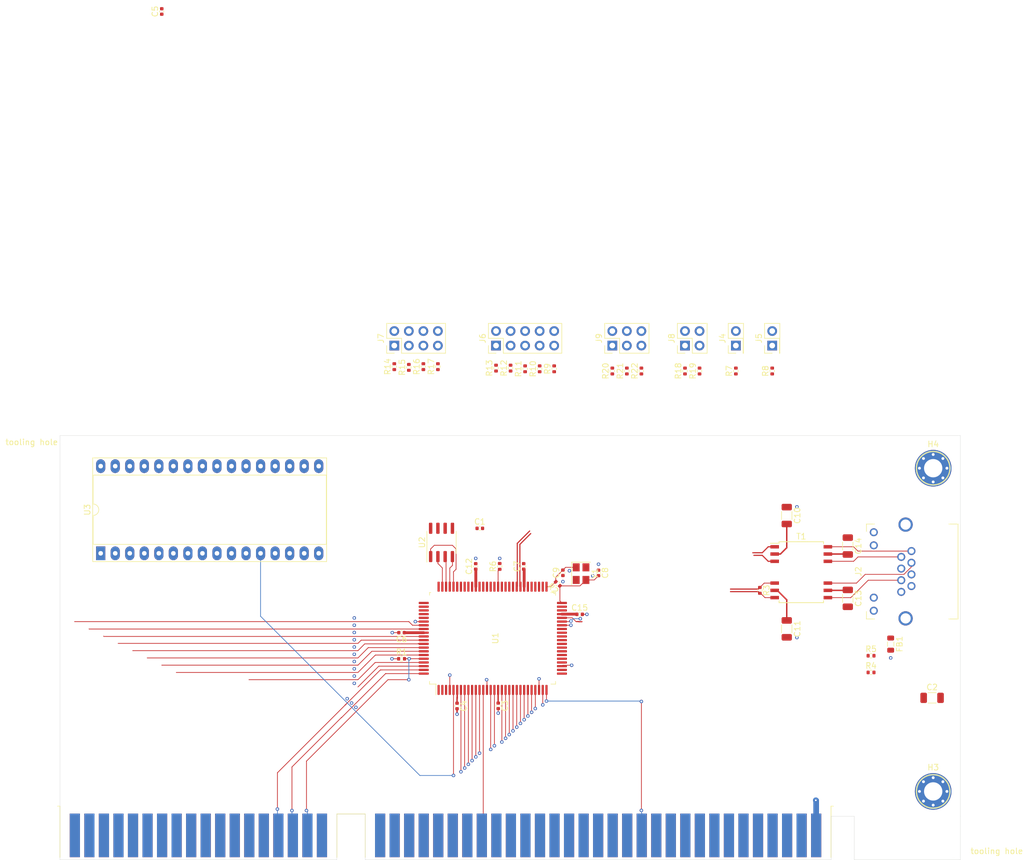
<source format=kicad_pcb>
(kicad_pcb (version 20171130) (host pcbnew 5.1.7)

  (general
    (thickness 1.6)
    (drawings 18)
    (tracks 282)
    (zones 0)
    (modules 55)
    (nets 164)
  )

  (page A4)
  (layers
    (0 F.Cu signal)
    (31 B.Cu signal)
    (32 B.Adhes user)
    (33 F.Adhes user)
    (34 B.Paste user)
    (35 F.Paste user)
    (36 B.SilkS user)
    (37 F.SilkS user)
    (38 B.Mask user)
    (39 F.Mask user)
    (40 Dwgs.User user)
    (41 Cmts.User user)
    (42 Eco1.User user)
    (43 Eco2.User user)
    (44 Edge.Cuts user)
    (45 Margin user)
    (46 B.CrtYd user)
    (47 F.CrtYd user)
    (48 B.Fab user)
    (49 F.Fab user)
  )

  (setup
    (last_trace_width 0.127)
    (user_trace_width 0.127)
    (user_trace_width 0.254)
    (user_trace_width 0.5)
    (user_trace_width 1)
    (trace_clearance 0.127)
    (zone_clearance 0.127)
    (zone_45_only no)
    (trace_min 0.127)
    (via_size 0.6)
    (via_drill 0.3)
    (via_min_size 0.6)
    (via_min_drill 0.3)
    (uvia_size 0.3)
    (uvia_drill 0.1)
    (uvias_allowed no)
    (uvia_min_size 0.2)
    (uvia_min_drill 0.1)
    (edge_width 0.05)
    (segment_width 0.2)
    (pcb_text_width 0.3)
    (pcb_text_size 1.5 1.5)
    (mod_edge_width 0.12)
    (mod_text_size 1 1)
    (mod_text_width 0.15)
    (pad_size 6.4 6.4)
    (pad_drill 3.2)
    (pad_to_mask_clearance 0)
    (pad_to_paste_clearance_ratio -0.1)
    (aux_axis_origin 0 0)
    (grid_origin 119.275 133.875)
    (visible_elements FFFFFF7F)
    (pcbplotparams
      (layerselection 0x010fc_ffffffff)
      (usegerberextensions true)
      (usegerberattributes true)
      (usegerberadvancedattributes true)
      (creategerberjobfile true)
      (excludeedgelayer true)
      (linewidth 0.100000)
      (plotframeref false)
      (viasonmask false)
      (mode 1)
      (useauxorigin false)
      (hpglpennumber 1)
      (hpglpenspeed 20)
      (hpglpendiameter 15.000000)
      (psnegative false)
      (psa4output false)
      (plotreference true)
      (plotvalue true)
      (plotinvisibletext false)
      (padsonsilk false)
      (subtractmaskfromsilk false)
      (outputformat 1)
      (mirror false)
      (drillshape 0)
      (scaleselection 1)
      (outputdirectory "gerbers/RevA/"))
  )

  (net 0 "")
  (net 1 GND)
  (net 2 +5V)
  (net 3 "Net-(C8-Pad2)")
  (net 4 "Net-(C9-Pad2)")
  (net 5 "Net-(C10-Pad2)")
  (net 6 "Net-(C11-Pad1)")
  (net 7 Earth)
  (net 8 "Net-(C13-Pad1)")
  (net 9 "Net-(C14-Pad2)")
  (net 10 /~ISA_IOCS16)
  (net 11 /TPIN-)
  (net 12 /TPIN+)
  (net 13 "Net-(J2-Pad12)")
  (net 14 "Net-(J2-Pad10)")
  (net 15 "Net-(J2-Pad1)")
  (net 16 "Net-(J2-Pad2)")
  (net 17 "Net-(J2-Pad3)")
  (net 18 "Net-(J2-Pad6)")
  (net 19 /TPOUT-)
  (net 20 /TPOUT+)
  (net 21 /ISA_IO_CH_RDY)
  (net 22 /ISA_A1)
  (net 23 /ISA_A0)
  (net 24 /LED1)
  (net 25 /ISA_A17)
  (net 26 /ISA_A3)
  (net 27 /ISA_A19)
  (net 28 /ISA_A18)
  (net 29 /ISA_A13)
  (net 30 /ISA_D6)
  (net 31 /ISA_IRQ4)
  (net 32 /ISA_A5)
  (net 33 /ISA_IRQ2)
  (net 34 /ISA_D1)
  (net 35 /ISA_A6)
  (net 36 /ISA_D2)
  (net 37 /ISA_D3)
  (net 38 /ISA_D4)
  (net 39 /ISA_D5)
  (net 40 /LED0)
  (net 41 /LED2)
  (net 42 /BA16)
  (net 43 /ISA_A4)
  (net 44 /ISA_A16)
  (net 45 /ISA_A15)
  (net 46 /ISA_A14)
  (net 47 /ISA_IRQ5)
  (net 48 /ISA_A2)
  (net 49 /BA15)
  (net 50 /ISA_D7)
  (net 51 /ISA_A12)
  (net 52 /BA14)
  (net 53 /ISA_A11)
  (net 54 /~BCSB)
  (net 55 /EECS)
  (net 56 /ISA_A10)
  (net 57 /LEDBNC)
  (net 58 /ISA_IRQ3)
  (net 59 /ISA_A9)
  (net 60 /ISA_A8)
  (net 61 /ISA_A7)
  (net 62 /~ISA_SMEMR)
  (net 63 /~ISA_IOR)
  (net 64 /~ISA_IOW)
  (net 65 /ISA_IRQ15)
  (net 66 /ISA_IRQ12)
  (net 67 /ISA_IRQ11)
  (net 68 /ISA_IRQ10)
  (net 69 /ISA_D13)
  (net 70 /ISA_D12)
  (net 71 /ISA_D11)
  (net 72 /ISA_D10)
  (net 73 /ISA_D9)
  (net 74 /ISA_D8)
  (net 75 /ISA_D15)
  (net 76 /ISA_D14)
  (net 77 /ISA_AEN)
  (net 78 /ISA_RESET)
  (net 79 /~ISA_SMEMW)
  (net 80 /ISA_D0)
  (net 81 "Net-(U2-Pad7)")
  (net 82 "Net-(U3-Pad30)")
  (net 83 "Net-(U3-Pad1)")
  (net 84 "Net-(J1-Pad90)")
  (net 85 "Net-(J1-Pad89)")
  (net 86 "Net-(J1-Pad88)")
  (net 87 "Net-(J1-Pad87)")
  (net 88 "Net-(J1-Pad86)")
  (net 89 "Net-(J1-Pad85)")
  (net 90 "Net-(J1-Pad84)")
  (net 91 "Net-(J1-Pad83)")
  (net 92 "Net-(J1-Pad82)")
  (net 93 "Net-(J1-Pad81)")
  (net 94 "Net-(J1-Pad79)")
  (net 95 "Net-(J1-Pad77)")
  (net 96 "Net-(J1-Pad76)")
  (net 97 "Net-(J1-Pad75)")
  (net 98 "Net-(J1-Pad74)")
  (net 99 "Net-(J1-Pad73)")
  (net 100 "Net-(J1-Pad72)")
  (net 101 "Net-(J1-Pad71)")
  (net 102 "Net-(J1-Pad70)")
  (net 103 /ISA_IRQ14)
  (net 104 "Net-(J1-Pad63)")
  (net 105 "Net-(J1-Pad32)")
  (net 106 "Net-(J1-Pad30)")
  (net 107 "Net-(J1-Pad28)")
  (net 108 "Net-(J1-Pad27)")
  (net 109 "Net-(J1-Pad26)")
  (net 110 /ISA_IRQ6)
  (net 111 /ISA_IRQ7)
  (net 112 "Net-(J1-Pad20)")
  (net 113 "Net-(J1-Pad19)")
  (net 114 "Net-(J1-Pad18)")
  (net 115 "Net-(J1-Pad17)")
  (net 116 "Net-(J1-Pad16)")
  (net 117 "Net-(J1-Pad15)")
  (net 118 "Net-(J1-Pad8)")
  (net 119 "Net-(J1-Pad7)")
  (net 120 "Net-(J1-Pad6)")
  (net 121 "Net-(J1-Pad5)")
  (net 122 "Net-(J2-Pad8)")
  (net 123 "Net-(J2-Pad7)")
  (net 124 "Net-(J2-Pad5)")
  (net 125 "Net-(J2-Pad4)")
  (net 126 +12V)
  (net 127 /AUI)
  (net 128 /RX-)
  (net 129 /TX-)
  (net 130 /CD-)
  (net 131 /RX+)
  (net 132 /TX+)
  (net 133 /CD+)
  (net 134 "Net-(J4-Pad1)")
  (net 135 "Net-(J5-Pad1)")
  (net 136 "Net-(J6-Pad5)")
  (net 137 "Net-(J6-Pad3)")
  (net 138 "Net-(J6-Pad1)")
  (net 139 "Net-(J7-Pad3)")
  (net 140 "Net-(J7-Pad1)")
  (net 141 "Net-(J8-Pad1)")
  (net 142 "Net-(J9-Pad3)")
  (net 143 "Net-(J9-Pad1)")
  (net 144 /JP)
  (net 145 /PNP)
  (net 146 /BS0)
  (net 147 /BS1)
  (net 148 /BS2)
  (net 149 /BS3)
  (net 150 /BD3)
  (net 151 /BD2)
  (net 152 /BD1)
  (net 153 /BD0)
  (net 154 /BD7)
  (net 155 /BD6)
  (net 156 /BD5)
  (net 157 /BD4)
  (net 158 "Net-(J6-Pad7)")
  (net 159 "Net-(J6-Pad9)")
  (net 160 "Net-(J7-Pad5)")
  (net 161 "Net-(J7-Pad7)")
  (net 162 "Net-(J8-Pad3)")
  (net 163 "Net-(J9-Pad5)")

  (net_class Default "This is the default net class."
    (clearance 0.127)
    (trace_width 0.127)
    (via_dia 0.6)
    (via_drill 0.3)
    (uvia_dia 0.3)
    (uvia_drill 0.1)
    (add_net +12V)
    (add_net +5V)
    (add_net /AUI)
    (add_net /BA14)
    (add_net /BA15)
    (add_net /BA16)
    (add_net /BD0)
    (add_net /BD1)
    (add_net /BD2)
    (add_net /BD3)
    (add_net /BD4)
    (add_net /BD5)
    (add_net /BD6)
    (add_net /BD7)
    (add_net /BS0)
    (add_net /BS1)
    (add_net /BS2)
    (add_net /BS3)
    (add_net /CD+)
    (add_net /CD-)
    (add_net /EECS)
    (add_net /ISA_A0)
    (add_net /ISA_A1)
    (add_net /ISA_A10)
    (add_net /ISA_A11)
    (add_net /ISA_A12)
    (add_net /ISA_A13)
    (add_net /ISA_A14)
    (add_net /ISA_A15)
    (add_net /ISA_A16)
    (add_net /ISA_A17)
    (add_net /ISA_A18)
    (add_net /ISA_A19)
    (add_net /ISA_A2)
    (add_net /ISA_A3)
    (add_net /ISA_A4)
    (add_net /ISA_A5)
    (add_net /ISA_A6)
    (add_net /ISA_A7)
    (add_net /ISA_A8)
    (add_net /ISA_A9)
    (add_net /ISA_AEN)
    (add_net /ISA_D0)
    (add_net /ISA_D1)
    (add_net /ISA_D10)
    (add_net /ISA_D11)
    (add_net /ISA_D12)
    (add_net /ISA_D13)
    (add_net /ISA_D14)
    (add_net /ISA_D15)
    (add_net /ISA_D2)
    (add_net /ISA_D3)
    (add_net /ISA_D4)
    (add_net /ISA_D5)
    (add_net /ISA_D6)
    (add_net /ISA_D7)
    (add_net /ISA_D8)
    (add_net /ISA_D9)
    (add_net /ISA_IO_CH_RDY)
    (add_net /ISA_IRQ10)
    (add_net /ISA_IRQ11)
    (add_net /ISA_IRQ12)
    (add_net /ISA_IRQ14)
    (add_net /ISA_IRQ15)
    (add_net /ISA_IRQ2)
    (add_net /ISA_IRQ3)
    (add_net /ISA_IRQ4)
    (add_net /ISA_IRQ5)
    (add_net /ISA_IRQ6)
    (add_net /ISA_IRQ7)
    (add_net /ISA_RESET)
    (add_net /JP)
    (add_net /LED0)
    (add_net /LED1)
    (add_net /LED2)
    (add_net /LEDBNC)
    (add_net /PNP)
    (add_net /RX+)
    (add_net /RX-)
    (add_net /TPIN+)
    (add_net /TPIN-)
    (add_net /TPOUT+)
    (add_net /TPOUT-)
    (add_net /TX+)
    (add_net /TX-)
    (add_net /~BCSB)
    (add_net /~ISA_IOCS16)
    (add_net /~ISA_IOR)
    (add_net /~ISA_IOW)
    (add_net /~ISA_SMEMR)
    (add_net /~ISA_SMEMW)
    (add_net Earth)
    (add_net GND)
    (add_net "Net-(C10-Pad2)")
    (add_net "Net-(C11-Pad1)")
    (add_net "Net-(C13-Pad1)")
    (add_net "Net-(C14-Pad2)")
    (add_net "Net-(C8-Pad2)")
    (add_net "Net-(C9-Pad2)")
    (add_net "Net-(J1-Pad15)")
    (add_net "Net-(J1-Pad16)")
    (add_net "Net-(J1-Pad17)")
    (add_net "Net-(J1-Pad18)")
    (add_net "Net-(J1-Pad19)")
    (add_net "Net-(J1-Pad20)")
    (add_net "Net-(J1-Pad26)")
    (add_net "Net-(J1-Pad27)")
    (add_net "Net-(J1-Pad28)")
    (add_net "Net-(J1-Pad30)")
    (add_net "Net-(J1-Pad32)")
    (add_net "Net-(J1-Pad5)")
    (add_net "Net-(J1-Pad6)")
    (add_net "Net-(J1-Pad63)")
    (add_net "Net-(J1-Pad7)")
    (add_net "Net-(J1-Pad70)")
    (add_net "Net-(J1-Pad71)")
    (add_net "Net-(J1-Pad72)")
    (add_net "Net-(J1-Pad73)")
    (add_net "Net-(J1-Pad74)")
    (add_net "Net-(J1-Pad75)")
    (add_net "Net-(J1-Pad76)")
    (add_net "Net-(J1-Pad77)")
    (add_net "Net-(J1-Pad79)")
    (add_net "Net-(J1-Pad8)")
    (add_net "Net-(J1-Pad81)")
    (add_net "Net-(J1-Pad82)")
    (add_net "Net-(J1-Pad83)")
    (add_net "Net-(J1-Pad84)")
    (add_net "Net-(J1-Pad85)")
    (add_net "Net-(J1-Pad86)")
    (add_net "Net-(J1-Pad87)")
    (add_net "Net-(J1-Pad88)")
    (add_net "Net-(J1-Pad89)")
    (add_net "Net-(J1-Pad90)")
    (add_net "Net-(J2-Pad1)")
    (add_net "Net-(J2-Pad10)")
    (add_net "Net-(J2-Pad12)")
    (add_net "Net-(J2-Pad2)")
    (add_net "Net-(J2-Pad3)")
    (add_net "Net-(J2-Pad4)")
    (add_net "Net-(J2-Pad5)")
    (add_net "Net-(J2-Pad6)")
    (add_net "Net-(J2-Pad7)")
    (add_net "Net-(J2-Pad8)")
    (add_net "Net-(J4-Pad1)")
    (add_net "Net-(J5-Pad1)")
    (add_net "Net-(J6-Pad1)")
    (add_net "Net-(J6-Pad3)")
    (add_net "Net-(J6-Pad5)")
    (add_net "Net-(J6-Pad7)")
    (add_net "Net-(J6-Pad9)")
    (add_net "Net-(J7-Pad1)")
    (add_net "Net-(J7-Pad3)")
    (add_net "Net-(J7-Pad5)")
    (add_net "Net-(J7-Pad7)")
    (add_net "Net-(J8-Pad1)")
    (add_net "Net-(J8-Pad3)")
    (add_net "Net-(J9-Pad1)")
    (add_net "Net-(J9-Pad3)")
    (add_net "Net-(J9-Pad5)")
    (add_net "Net-(U2-Pad7)")
    (add_net "Net-(U3-Pad1)")
    (add_net "Net-(U3-Pad30)")
  )

  (module Capacitor_SMD:C_0402_1005Metric (layer F.Cu) (tedit 5F68FEEE) (tstamp 5FB0B8D0)
    (at 108.204 112.268 90)
    (descr "Capacitor SMD 0402 (1005 Metric), square (rectangular) end terminal, IPC_7351 nominal, (Body size source: IPC-SM-782 page 76, https://www.pcb-3d.com/wordpress/wp-content/uploads/ipc-sm-782a_amendment_1_and_2.pdf), generated with kicad-footprint-generator")
    (tags capacitor)
    (path /602E7D27)
    (attr smd)
    (fp_text reference C12 (at 0 -1.16 90) (layer F.SilkS)
      (effects (font (size 1 1) (thickness 0.15)))
    )
    (fp_text value 100n (at 0 1.16 90) (layer F.Fab)
      (effects (font (size 1 1) (thickness 0.15)))
    )
    (fp_line (start 0.91 0.46) (end -0.91 0.46) (layer F.CrtYd) (width 0.05))
    (fp_line (start 0.91 -0.46) (end 0.91 0.46) (layer F.CrtYd) (width 0.05))
    (fp_line (start -0.91 -0.46) (end 0.91 -0.46) (layer F.CrtYd) (width 0.05))
    (fp_line (start -0.91 0.46) (end -0.91 -0.46) (layer F.CrtYd) (width 0.05))
    (fp_line (start -0.107836 0.36) (end 0.107836 0.36) (layer F.SilkS) (width 0.12))
    (fp_line (start -0.107836 -0.36) (end 0.107836 -0.36) (layer F.SilkS) (width 0.12))
    (fp_line (start 0.5 0.25) (end -0.5 0.25) (layer F.Fab) (width 0.1))
    (fp_line (start 0.5 -0.25) (end 0.5 0.25) (layer F.Fab) (width 0.1))
    (fp_line (start -0.5 -0.25) (end 0.5 -0.25) (layer F.Fab) (width 0.1))
    (fp_line (start -0.5 0.25) (end -0.5 -0.25) (layer F.Fab) (width 0.1))
    (fp_text user %R (at 0 0 90) (layer F.Fab)
      (effects (font (size 0.25 0.25) (thickness 0.04)))
    )
    (pad 2 smd roundrect (at 0.48 0 90) (size 0.56 0.62) (layers F.Cu F.Paste F.Mask) (roundrect_rratio 0.25)
      (net 1 GND))
    (pad 1 smd roundrect (at -0.48 0 90) (size 0.56 0.62) (layers F.Cu F.Paste F.Mask) (roundrect_rratio 0.25)
      (net 2 +5V))
    (model ${KISYS3DMOD}/Capacitor_SMD.3dshapes/C_0402_1005Metric.wrl
      (at (xyz 0 0 0))
      (scale (xyz 1 1 1))
      (rotate (xyz 0 0 0))
    )
  )

  (module Connector_PCBEdge:BUS_AT (layer F.Cu) (tedit 5A1AAD44) (tstamp 5FB119D7)
    (at 167.7 159.3)
    (descr "AT ISA 16 bits Bus Edge Connector")
    (tags "BUS ISA AT Edge connector")
    (path /5FAD818A)
    (attr virtual)
    (fp_text reference J1 (at -60.96 -6.99) (layer F.SilkS) hide
      (effects (font (size 1 1) (thickness 0.15)))
    )
    (fp_text value Bus_ISA_16bit (at -81.91 -6.99) (layer F.Fab)
      (effects (font (size 1 1) (thickness 0.15)))
    )
    (fp_line (start 2.79 4.06) (end -132.33 4.06) (layer F.CrtYd) (width 0.05))
    (fp_line (start 2.79 4.06) (end 2.79 -5.33) (layer F.CrtYd) (width 0.05))
    (fp_line (start -132.33 -5.33) (end -132.33 4.06) (layer F.CrtYd) (width 0.05))
    (fp_line (start -132.33 -5.33) (end 2.79 -5.33) (layer F.CrtYd) (width 0.05))
    (fp_line (start 2.54 -5.08) (end 2.54 3.81) (layer F.Fab) (width 0.1))
    (fp_line (start -132.08 -5.08) (end 2.54 -5.08) (layer F.Fab) (width 0.1))
    (fp_line (start -132.08 3.81) (end -132.08 -5.08) (layer F.Fab) (width 0.1))
    (fp_line (start -83.82 3.81) (end -132.08 3.81) (layer F.Fab) (width 0.1))
    (fp_line (start -83.82 -3.81) (end -83.82 3.81) (layer F.Fab) (width 0.1))
    (fp_line (start -78.74 -3.81) (end -83.82 -3.81) (layer F.Fab) (width 0.1))
    (fp_line (start -78.74 3.81) (end -78.74 -3.81) (layer F.Fab) (width 0.1))
    (fp_line (start 2.54 3.81) (end -78.74 3.81) (layer F.Fab) (width 0.1))
    (fp_line (start -132.15 -5.1) (end -132.55 -5.1) (layer F.SilkS) (width 0.12))
    (fp_line (start -132.15 3.85) (end -132.15 -5.1) (layer F.SilkS) (width 0.12))
    (fp_line (start -78.8 -3.75) (end -78.8 3.85) (layer F.SilkS) (width 0.12))
    (fp_line (start -83.75 -3.75) (end -78.8 -3.75) (layer F.SilkS) (width 0.12))
    (fp_line (start -83.75 3.85) (end -83.75 -3.75) (layer F.SilkS) (width 0.12))
    (fp_line (start 2.6 -5.1) (end 3 -5.1) (layer F.SilkS) (width 0.12))
    (fp_line (start 2.6 3.85) (end 2.6 -5.1) (layer F.SilkS) (width 0.12))
    (fp_text user %R (at -64.77 -0.635) (layer F.Fab)
      (effects (font (size 1 1) (thickness 0.15)))
    )
    (pad 98 connect rect (at -129.54 0) (size 1.78 7.62) (layers F.Cu F.Mask)
      (net 75 /ISA_D15))
    (pad 97 connect rect (at -127 0) (size 1.78 7.62) (layers F.Cu F.Mask)
      (net 76 /ISA_D14))
    (pad 96 connect rect (at -124.46 0) (size 1.78 7.62) (layers F.Cu F.Mask)
      (net 69 /ISA_D13))
    (pad 95 connect rect (at -121.92 0) (size 1.78 7.62) (layers F.Cu F.Mask)
      (net 70 /ISA_D12))
    (pad 94 connect rect (at -119.38 0) (size 1.78 7.62) (layers F.Cu F.Mask)
      (net 71 /ISA_D11))
    (pad 93 connect rect (at -116.84 0) (size 1.78 7.62) (layers F.Cu F.Mask)
      (net 72 /ISA_D10))
    (pad 92 connect rect (at -114.3 0) (size 1.78 7.62) (layers F.Cu F.Mask)
      (net 73 /ISA_D9))
    (pad 91 connect rect (at -111.76 0) (size 1.78 7.62) (layers F.Cu F.Mask)
      (net 74 /ISA_D8))
    (pad 90 connect rect (at -109.22 0) (size 1.78 7.62) (layers F.Cu F.Mask)
      (net 84 "Net-(J1-Pad90)"))
    (pad 89 connect rect (at -106.68 0) (size 1.78 7.62) (layers F.Cu F.Mask)
      (net 85 "Net-(J1-Pad89)"))
    (pad 88 connect rect (at -104.14 0) (size 1.78 7.62) (layers F.Cu F.Mask)
      (net 86 "Net-(J1-Pad88)"))
    (pad 87 connect rect (at -101.6 0) (size 1.78 7.62) (layers F.Cu F.Mask)
      (net 87 "Net-(J1-Pad87)"))
    (pad 86 connect rect (at -99.06 0) (size 1.78 7.62) (layers F.Cu F.Mask)
      (net 88 "Net-(J1-Pad86)"))
    (pad 85 connect rect (at -96.52 0) (size 1.78 7.62) (layers F.Cu F.Mask)
      (net 89 "Net-(J1-Pad85)"))
    (pad 84 connect rect (at -93.98 0) (size 1.78 7.62) (layers F.Cu F.Mask)
      (net 90 "Net-(J1-Pad84)"))
    (pad 83 connect rect (at -91.44 0) (size 1.78 7.62) (layers F.Cu F.Mask)
      (net 91 "Net-(J1-Pad83)"))
    (pad 82 connect rect (at -88.9 0) (size 1.78 7.62) (layers F.Cu F.Mask)
      (net 92 "Net-(J1-Pad82)"))
    (pad 81 connect rect (at -86.36 0) (size 1.78 7.62) (layers F.Cu F.Mask)
      (net 93 "Net-(J1-Pad81)"))
    (pad 80 connect rect (at -129.54 0) (size 1.78 7.62) (layers B.Cu B.Mask)
      (net 1 GND))
    (pad 79 connect rect (at -127 0) (size 1.78 7.62) (layers B.Cu B.Mask)
      (net 94 "Net-(J1-Pad79)"))
    (pad 78 connect rect (at -124.46 0) (size 1.78 7.62) (layers B.Cu B.Mask)
      (net 2 +5V))
    (pad 77 connect rect (at -121.92 0) (size 1.78 7.62) (layers B.Cu B.Mask)
      (net 95 "Net-(J1-Pad77)"))
    (pad 76 connect rect (at -119.38 0) (size 1.78 7.62) (layers B.Cu B.Mask)
      (net 96 "Net-(J1-Pad76)"))
    (pad 75 connect rect (at -116.84 0) (size 1.78 7.62) (layers B.Cu B.Mask)
      (net 97 "Net-(J1-Pad75)"))
    (pad 74 connect rect (at -114.3 0) (size 1.78 7.62) (layers B.Cu B.Mask)
      (net 98 "Net-(J1-Pad74)"))
    (pad 73 connect rect (at -111.76 0) (size 1.78 7.62) (layers B.Cu B.Mask)
      (net 99 "Net-(J1-Pad73)"))
    (pad 72 connect rect (at -109.22 0) (size 1.78 7.62) (layers B.Cu B.Mask)
      (net 100 "Net-(J1-Pad72)"))
    (pad 71 connect rect (at -106.68 0) (size 1.78 7.62) (layers B.Cu B.Mask)
      (net 101 "Net-(J1-Pad71)"))
    (pad 70 connect rect (at -104.14 0) (size 1.78 7.62) (layers B.Cu B.Mask)
      (net 102 "Net-(J1-Pad70)"))
    (pad 69 connect rect (at -101.6 0) (size 1.78 7.62) (layers B.Cu B.Mask)
      (net 103 /ISA_IRQ14))
    (pad 68 connect rect (at -99.06 0) (size 1.78 7.62) (layers B.Cu B.Mask)
      (net 65 /ISA_IRQ15))
    (pad 67 connect rect (at -96.52 0) (size 1.78 7.62) (layers B.Cu B.Mask)
      (net 66 /ISA_IRQ12))
    (pad 66 connect rect (at -93.98 0) (size 1.78 7.62) (layers B.Cu B.Mask)
      (net 67 /ISA_IRQ11))
    (pad 65 connect rect (at -91.44 0) (size 1.78 7.62) (layers B.Cu B.Mask)
      (net 68 /ISA_IRQ10))
    (pad 64 connect rect (at -88.9 0) (size 1.78 7.62) (layers B.Cu B.Mask)
      (net 10 /~ISA_IOCS16))
    (pad 63 connect rect (at -86.36 0) (size 1.78 7.62) (layers B.Cu B.Mask)
      (net 104 "Net-(J1-Pad63)"))
    (pad 62 connect rect (at -76.2 0) (size 1.78 7.62) (layers F.Cu F.Mask)
      (net 23 /ISA_A0))
    (pad 61 connect rect (at -73.66 0) (size 1.78 7.62) (layers F.Cu F.Mask)
      (net 22 /ISA_A1))
    (pad 60 connect rect (at -71.12 0) (size 1.78 7.62) (layers F.Cu F.Mask)
      (net 48 /ISA_A2))
    (pad 59 connect rect (at -68.58 0) (size 1.78 7.62) (layers F.Cu F.Mask)
      (net 26 /ISA_A3))
    (pad 58 connect rect (at -66.04 0) (size 1.78 7.62) (layers F.Cu F.Mask)
      (net 43 /ISA_A4))
    (pad 57 connect rect (at -63.5 0) (size 1.78 7.62) (layers F.Cu F.Mask)
      (net 32 /ISA_A5))
    (pad 56 connect rect (at -60.96 0) (size 1.78 7.62) (layers F.Cu F.Mask)
      (net 35 /ISA_A6))
    (pad 55 connect rect (at -58.42 0) (size 1.78 7.62) (layers F.Cu F.Mask)
      (net 61 /ISA_A7))
    (pad 54 connect rect (at -55.88 0) (size 1.78 7.62) (layers F.Cu F.Mask)
      (net 60 /ISA_A8))
    (pad 53 connect rect (at -53.34 0) (size 1.78 7.62) (layers F.Cu F.Mask)
      (net 59 /ISA_A9))
    (pad 52 connect rect (at -50.8 0) (size 1.78 7.62) (layers F.Cu F.Mask)
      (net 56 /ISA_A10))
    (pad 51 connect rect (at -48.26 0) (size 1.78 7.62) (layers F.Cu F.Mask)
      (net 53 /ISA_A11))
    (pad 50 connect rect (at -45.72 0) (size 1.78 7.62) (layers F.Cu F.Mask)
      (net 51 /ISA_A12))
    (pad 49 connect rect (at -43.18 0) (size 1.78 7.62) (layers F.Cu F.Mask)
      (net 29 /ISA_A13))
    (pad 48 connect rect (at -40.64 0) (size 1.78 7.62) (layers F.Cu F.Mask)
      (net 46 /ISA_A14))
    (pad 47 connect rect (at -38.1 0) (size 1.78 7.62) (layers F.Cu F.Mask)
      (net 45 /ISA_A15))
    (pad 46 connect rect (at -35.56 0) (size 1.78 7.62) (layers F.Cu F.Mask)
      (net 44 /ISA_A16))
    (pad 45 connect rect (at -33.02 0) (size 1.78 7.62) (layers F.Cu F.Mask)
      (net 25 /ISA_A17))
    (pad 44 connect rect (at -30.48 0) (size 1.78 7.62) (layers F.Cu F.Mask)
      (net 28 /ISA_A18))
    (pad 43 connect rect (at -27.94 0) (size 1.78 7.62) (layers F.Cu F.Mask)
      (net 27 /ISA_A19))
    (pad 42 connect rect (at -25.4 0) (size 1.78 7.62) (layers F.Cu F.Mask)
      (net 77 /ISA_AEN))
    (pad 41 connect rect (at -22.86 0) (size 1.78 7.62) (layers F.Cu F.Mask)
      (net 21 /ISA_IO_CH_RDY))
    (pad 40 connect rect (at -20.32 0) (size 1.78 7.62) (layers F.Cu F.Mask)
      (net 80 /ISA_D0))
    (pad 39 connect rect (at -17.78 0) (size 1.78 7.62) (layers F.Cu F.Mask)
      (net 34 /ISA_D1))
    (pad 38 connect rect (at -15.24 0) (size 1.78 7.62) (layers F.Cu F.Mask)
      (net 36 /ISA_D2))
    (pad 37 connect rect (at -12.7 0) (size 1.78 7.62) (layers F.Cu F.Mask)
      (net 37 /ISA_D3))
    (pad 36 connect rect (at -10.16 0) (size 1.78 7.62) (layers F.Cu F.Mask)
      (net 38 /ISA_D4))
    (pad 35 connect rect (at -7.62 0) (size 1.78 7.62) (layers F.Cu F.Mask)
      (net 39 /ISA_D5))
    (pad 34 connect rect (at -5.08 0) (size 1.78 7.62) (layers F.Cu F.Mask)
      (net 30 /ISA_D6))
    (pad 33 connect rect (at -2.54 0) (size 1.78 7.62) (layers F.Cu F.Mask)
      (net 50 /ISA_D7))
    (pad 32 connect rect (at 0 0) (size 1.78 7.62) (layers F.Cu F.Mask)
      (net 105 "Net-(J1-Pad32)"))
    (pad 31 connect rect (at -76.2 0) (size 1.78 7.62) (layers B.Cu B.Mask)
      (net 1 GND))
    (pad 30 connect rect (at -73.66 0) (size 1.78 7.62) (layers B.Cu B.Mask)
      (net 106 "Net-(J1-Pad30)"))
    (pad 29 connect rect (at -71.12 0) (size 1.78 7.62) (layers B.Cu B.Mask)
      (net 2 +5V))
    (pad 28 connect rect (at -68.58 0) (size 1.78 7.62) (layers B.Cu B.Mask)
      (net 107 "Net-(J1-Pad28)"))
    (pad 27 connect rect (at -66.04 0) (size 1.78 7.62) (layers B.Cu B.Mask)
      (net 108 "Net-(J1-Pad27)"))
    (pad 26 connect rect (at -63.5 0) (size 1.78 7.62) (layers B.Cu B.Mask)
      (net 109 "Net-(J1-Pad26)"))
    (pad 25 connect rect (at -60.96 0) (size 1.78 7.62) (layers B.Cu B.Mask)
      (net 58 /ISA_IRQ3))
    (pad 24 connect rect (at -58.42 0) (size 1.78 7.62) (layers B.Cu B.Mask)
      (net 31 /ISA_IRQ4))
    (pad 23 connect rect (at -55.88 0) (size 1.78 7.62) (layers B.Cu B.Mask)
      (net 47 /ISA_IRQ5))
    (pad 22 connect rect (at -53.34 0) (size 1.78 7.62) (layers B.Cu B.Mask)
      (net 110 /ISA_IRQ6))
    (pad 21 connect rect (at -50.8 0) (size 1.78 7.62) (layers B.Cu B.Mask)
      (net 111 /ISA_IRQ7))
    (pad 20 connect rect (at -48.26 0) (size 1.78 7.62) (layers B.Cu B.Mask)
      (net 112 "Net-(J1-Pad20)"))
    (pad 19 connect rect (at -45.72 0) (size 1.78 7.62) (layers B.Cu B.Mask)
      (net 113 "Net-(J1-Pad19)"))
    (pad 18 connect rect (at -43.18 0) (size 1.78 7.62) (layers B.Cu B.Mask)
      (net 114 "Net-(J1-Pad18)"))
    (pad 17 connect rect (at -40.64 0) (size 1.78 7.62) (layers B.Cu B.Mask)
      (net 115 "Net-(J1-Pad17)"))
    (pad 16 connect rect (at -38.1 0) (size 1.78 7.62) (layers B.Cu B.Mask)
      (net 116 "Net-(J1-Pad16)"))
    (pad 15 connect rect (at -35.56 0) (size 1.78 7.62) (layers B.Cu B.Mask)
      (net 117 "Net-(J1-Pad15)"))
    (pad 14 connect rect (at -33.02 0) (size 1.78 7.62) (layers B.Cu B.Mask)
      (net 63 /~ISA_IOR))
    (pad 13 connect rect (at -30.48 0) (size 1.78 7.62) (layers B.Cu B.Mask)
      (net 64 /~ISA_IOW))
    (pad 12 connect rect (at -27.94 0) (size 1.78 7.62) (layers B.Cu B.Mask)
      (net 62 /~ISA_SMEMR))
    (pad 11 connect rect (at -25.4 0) (size 1.78 7.62) (layers B.Cu B.Mask)
      (net 79 /~ISA_SMEMW))
    (pad 10 connect rect (at -22.86 0) (size 1.78 7.62) (layers B.Cu B.Mask)
      (net 1 GND))
    (pad 9 connect rect (at -20.32 0) (size 1.78 7.62) (layers B.Cu B.Mask)
      (net 126 +12V))
    (pad 8 connect rect (at -17.78 0) (size 1.78 7.62) (layers B.Cu B.Mask)
      (net 118 "Net-(J1-Pad8)"))
    (pad 7 connect rect (at -15.24 0) (size 1.78 7.62) (layers B.Cu B.Mask)
      (net 119 "Net-(J1-Pad7)"))
    (pad 6 connect rect (at -12.7 0) (size 1.78 7.62) (layers B.Cu B.Mask)
      (net 120 "Net-(J1-Pad6)"))
    (pad 5 connect rect (at -10.16 0) (size 1.78 7.62) (layers B.Cu B.Mask)
      (net 121 "Net-(J1-Pad5)"))
    (pad 4 connect rect (at -7.62 0) (size 1.78 7.62) (layers B.Cu B.Mask)
      (net 33 /ISA_IRQ2))
    (pad 3 connect rect (at -5.08 0) (size 1.78 7.62) (layers B.Cu B.Mask)
      (net 2 +5V))
    (pad 2 connect rect (at -2.54 0) (size 1.78 7.62) (layers B.Cu B.Mask)
      (net 78 /ISA_RESET))
    (pad 1 connect rect (at 0 0) (size 1.78 7.62) (layers B.Cu B.Mask)
      (net 1 GND))
  )

  (module Inductor_SMD:L_0805_2012Metric (layer F.Cu) (tedit 5F68FEF0) (tstamp 5FB110F2)
    (at 180.721 125.857 270)
    (descr "Inductor SMD 0805 (2012 Metric), square (rectangular) end terminal, IPC_7351 nominal, (Body size source: IPC-SM-782 page 80, https://www.pcb-3d.com/wordpress/wp-content/uploads/ipc-sm-782a_amendment_1_and_2.pdf), generated with kicad-footprint-generator")
    (tags inductor)
    (path /5FC47DE8)
    (attr smd)
    (fp_text reference FB1 (at 0 -1.55 90) (layer F.SilkS)
      (effects (font (size 1 1) (thickness 0.15)))
    )
    (fp_text value Ferrite_Bead (at 0 1.55 90) (layer F.Fab)
      (effects (font (size 1 1) (thickness 0.15)))
    )
    (fp_line (start 1.75 0.85) (end -1.75 0.85) (layer F.CrtYd) (width 0.05))
    (fp_line (start 1.75 -0.85) (end 1.75 0.85) (layer F.CrtYd) (width 0.05))
    (fp_line (start -1.75 -0.85) (end 1.75 -0.85) (layer F.CrtYd) (width 0.05))
    (fp_line (start -1.75 0.85) (end -1.75 -0.85) (layer F.CrtYd) (width 0.05))
    (fp_line (start -0.399622 0.56) (end 0.399622 0.56) (layer F.SilkS) (width 0.12))
    (fp_line (start -0.399622 -0.56) (end 0.399622 -0.56) (layer F.SilkS) (width 0.12))
    (fp_line (start 1 0.45) (end -1 0.45) (layer F.Fab) (width 0.1))
    (fp_line (start 1 -0.45) (end 1 0.45) (layer F.Fab) (width 0.1))
    (fp_line (start -1 -0.45) (end 1 -0.45) (layer F.Fab) (width 0.1))
    (fp_line (start -1 0.45) (end -1 -0.45) (layer F.Fab) (width 0.1))
    (fp_text user %R (at 0 0 90) (layer F.Fab)
      (effects (font (size 0.5 0.5) (thickness 0.08)))
    )
    (pad 2 smd roundrect (at 1.0625 0 270) (size 0.875 1.2) (layers F.Cu F.Paste F.Mask) (roundrect_rratio 0.25)
      (net 1 GND))
    (pad 1 smd roundrect (at -1.0625 0 270) (size 0.875 1.2) (layers F.Cu F.Paste F.Mask) (roundrect_rratio 0.25)
      (net 7 Earth))
    (model ${KISYS3DMOD}/Inductor_SMD.3dshapes/L_0805_2012Metric.wrl
      (at (xyz 0 0 0))
      (scale (xyz 1 1 1))
      (rotate (xyz 0 0 0))
    )
  )

  (module MountingHole:MountingHole_3.2mm_M3_Pad_Via (layer F.Cu) (tedit 56DDBCCA) (tstamp 5FB118F2)
    (at 188.151 95.1)
    (descr "Mounting Hole 3.2mm, M3")
    (tags "mounting hole 3.2mm m3")
    (path /5FB5664A)
    (zone_connect 2)
    (attr virtual)
    (fp_text reference H4 (at 0 -4.2) (layer F.SilkS)
      (effects (font (size 1 1) (thickness 0.15)))
    )
    (fp_text value MountingHole_Pad (at 0 4.2) (layer F.Fab)
      (effects (font (size 1 1) (thickness 0.15)))
    )
    (fp_circle (center 0 0) (end 3.45 0) (layer F.CrtYd) (width 0.05))
    (fp_circle (center 0 0) (end 3.2 0) (layer Cmts.User) (width 0.15))
    (fp_text user %R (at 0.3 0) (layer F.Fab)
      (effects (font (size 1 1) (thickness 0.15)))
    )
    (pad 1 thru_hole circle (at 1.697056 -1.697056) (size 0.8 0.8) (drill 0.5) (layers *.Cu *.Mask)
      (net 1 GND) (zone_connect 2))
    (pad 1 thru_hole circle (at 0 -2.4) (size 0.8 0.8) (drill 0.5) (layers *.Cu *.Mask)
      (net 1 GND) (zone_connect 2))
    (pad 1 thru_hole circle (at -1.697056 -1.697056) (size 0.8 0.8) (drill 0.5) (layers *.Cu *.Mask)
      (net 1 GND) (zone_connect 2))
    (pad 1 thru_hole circle (at -2.4 0) (size 0.8 0.8) (drill 0.5) (layers *.Cu *.Mask)
      (net 1 GND) (zone_connect 2))
    (pad 1 thru_hole circle (at -1.697056 1.697056) (size 0.8 0.8) (drill 0.5) (layers *.Cu *.Mask)
      (net 1 GND) (zone_connect 2))
    (pad 1 thru_hole circle (at 0 2.4) (size 0.8 0.8) (drill 0.5) (layers *.Cu *.Mask)
      (net 1 GND) (zone_connect 2))
    (pad 1 thru_hole circle (at 1.697056 1.697056) (size 0.8 0.8) (drill 0.5) (layers *.Cu *.Mask)
      (net 1 GND) (zone_connect 2))
    (pad 1 thru_hole circle (at 2.4 0) (size 0.8 0.8) (drill 0.5) (layers *.Cu *.Mask)
      (net 1 GND) (zone_connect 2))
    (pad 1 thru_hole circle (at 0 0) (size 6.4 6.4) (drill 3.2) (layers *.Cu *.Mask)
      (net 1 GND) (zone_connect 2))
  )

  (module MountingHole:MountingHole_3.2mm_M3_Pad_Via (layer F.Cu) (tedit 56DDBCCA) (tstamp 5FB114F0)
    (at 188.151 151.615)
    (descr "Mounting Hole 3.2mm, M3")
    (tags "mounting hole 3.2mm m3")
    (path /5FB57285)
    (zone_connect 2)
    (attr virtual)
    (fp_text reference H3 (at 0 -4.2) (layer F.SilkS)
      (effects (font (size 1 1) (thickness 0.15)))
    )
    (fp_text value MountingHole_Pad (at 0 4.2) (layer F.Fab)
      (effects (font (size 1 1) (thickness 0.15)))
    )
    (fp_circle (center 0 0) (end 3.45 0) (layer F.CrtYd) (width 0.05))
    (fp_circle (center 0 0) (end 3.2 0) (layer Cmts.User) (width 0.15))
    (fp_text user %R (at 0.3 0) (layer F.Fab)
      (effects (font (size 1 1) (thickness 0.15)))
    )
    (pad 1 thru_hole circle (at 1.697056 -1.697056) (size 0.8 0.8) (drill 0.5) (layers *.Cu *.Mask)
      (net 1 GND) (zone_connect 2))
    (pad 1 thru_hole circle (at 0 -2.4) (size 0.8 0.8) (drill 0.5) (layers *.Cu *.Mask)
      (net 1 GND) (zone_connect 2))
    (pad 1 thru_hole circle (at -1.697056 -1.697056) (size 0.8 0.8) (drill 0.5) (layers *.Cu *.Mask)
      (net 1 GND) (zone_connect 2))
    (pad 1 thru_hole circle (at -2.4 0) (size 0.8 0.8) (drill 0.5) (layers *.Cu *.Mask)
      (net 1 GND) (zone_connect 2))
    (pad 1 thru_hole circle (at -1.697056 1.697056) (size 0.8 0.8) (drill 0.5) (layers *.Cu *.Mask)
      (net 1 GND) (zone_connect 2))
    (pad 1 thru_hole circle (at 0 2.4) (size 0.8 0.8) (drill 0.5) (layers *.Cu *.Mask)
      (net 1 GND) (zone_connect 2))
    (pad 1 thru_hole circle (at 1.697056 1.697056) (size 0.8 0.8) (drill 0.5) (layers *.Cu *.Mask)
      (net 1 GND) (zone_connect 2))
    (pad 1 thru_hole circle (at 2.4 0) (size 0.8 0.8) (drill 0.5) (layers *.Cu *.Mask)
      (net 1 GND) (zone_connect 2))
    (pad 1 thru_hole circle (at 0 0) (size 6.4 6.4) (drill 3.2) (layers *.Cu *.Mask)
      (net 1 GND) (zone_connect 2))
  )

  (module Resistor_SMD:R_0402_1005Metric (layer F.Cu) (tedit 5F68FEEE) (tstamp 5FB114C1)
    (at 137.16 78.105 90)
    (descr "Resistor SMD 0402 (1005 Metric), square (rectangular) end terminal, IPC_7351 nominal, (Body size source: IPC-SM-782 page 72, https://www.pcb-3d.com/wordpress/wp-content/uploads/ipc-sm-782a_amendment_1_and_2.pdf), generated with kicad-footprint-generator")
    (tags resistor)
    (path /608B4E30)
    (attr smd)
    (fp_text reference R22 (at 0 -1.17 90) (layer F.SilkS)
      (effects (font (size 1 1) (thickness 0.15)))
    )
    (fp_text value 10k (at 0 1.17 90) (layer F.Fab)
      (effects (font (size 1 1) (thickness 0.15)))
    )
    (fp_line (start 0.93 0.47) (end -0.93 0.47) (layer F.CrtYd) (width 0.05))
    (fp_line (start 0.93 -0.47) (end 0.93 0.47) (layer F.CrtYd) (width 0.05))
    (fp_line (start -0.93 -0.47) (end 0.93 -0.47) (layer F.CrtYd) (width 0.05))
    (fp_line (start -0.93 0.47) (end -0.93 -0.47) (layer F.CrtYd) (width 0.05))
    (fp_line (start -0.153641 0.38) (end 0.153641 0.38) (layer F.SilkS) (width 0.12))
    (fp_line (start -0.153641 -0.38) (end 0.153641 -0.38) (layer F.SilkS) (width 0.12))
    (fp_line (start 0.525 0.27) (end -0.525 0.27) (layer F.Fab) (width 0.1))
    (fp_line (start 0.525 -0.27) (end 0.525 0.27) (layer F.Fab) (width 0.1))
    (fp_line (start -0.525 -0.27) (end 0.525 -0.27) (layer F.Fab) (width 0.1))
    (fp_line (start -0.525 0.27) (end -0.525 -0.27) (layer F.Fab) (width 0.1))
    (fp_text user %R (at 0 0 90) (layer F.Fab)
      (effects (font (size 0.26 0.26) (thickness 0.04)))
    )
    (pad 1 smd roundrect (at -0.51 0 90) (size 0.54 0.64) (layers F.Cu F.Paste F.Mask) (roundrect_rratio 0.25)
      (net 157 /BD4))
    (pad 2 smd roundrect (at 0.51 0 90) (size 0.54 0.64) (layers F.Cu F.Paste F.Mask) (roundrect_rratio 0.25)
      (net 163 "Net-(J9-Pad5)"))
    (model ${KISYS3DMOD}/Resistor_SMD.3dshapes/R_0402_1005Metric.wrl
      (at (xyz 0 0 0))
      (scale (xyz 1 1 1))
      (rotate (xyz 0 0 0))
    )
  )

  (module Resistor_SMD:R_0402_1005Metric (layer F.Cu) (tedit 5F68FEEE) (tstamp 5FB11491)
    (at 134.62 78.105 90)
    (descr "Resistor SMD 0402 (1005 Metric), square (rectangular) end terminal, IPC_7351 nominal, (Body size source: IPC-SM-782 page 72, https://www.pcb-3d.com/wordpress/wp-content/uploads/ipc-sm-782a_amendment_1_and_2.pdf), generated with kicad-footprint-generator")
    (tags resistor)
    (path /6089A079)
    (attr smd)
    (fp_text reference R21 (at 0 -1.17 90) (layer F.SilkS)
      (effects (font (size 1 1) (thickness 0.15)))
    )
    (fp_text value 10k (at 0 1.17 90) (layer F.Fab)
      (effects (font (size 1 1) (thickness 0.15)))
    )
    (fp_line (start 0.93 0.47) (end -0.93 0.47) (layer F.CrtYd) (width 0.05))
    (fp_line (start 0.93 -0.47) (end 0.93 0.47) (layer F.CrtYd) (width 0.05))
    (fp_line (start -0.93 -0.47) (end 0.93 -0.47) (layer F.CrtYd) (width 0.05))
    (fp_line (start -0.93 0.47) (end -0.93 -0.47) (layer F.CrtYd) (width 0.05))
    (fp_line (start -0.153641 0.38) (end 0.153641 0.38) (layer F.SilkS) (width 0.12))
    (fp_line (start -0.153641 -0.38) (end 0.153641 -0.38) (layer F.SilkS) (width 0.12))
    (fp_line (start 0.525 0.27) (end -0.525 0.27) (layer F.Fab) (width 0.1))
    (fp_line (start 0.525 -0.27) (end 0.525 0.27) (layer F.Fab) (width 0.1))
    (fp_line (start -0.525 -0.27) (end 0.525 -0.27) (layer F.Fab) (width 0.1))
    (fp_line (start -0.525 0.27) (end -0.525 -0.27) (layer F.Fab) (width 0.1))
    (fp_text user %R (at 0 0 90) (layer F.Fab)
      (effects (font (size 0.26 0.26) (thickness 0.04)))
    )
    (pad 1 smd roundrect (at -0.51 0 90) (size 0.54 0.64) (layers F.Cu F.Paste F.Mask) (roundrect_rratio 0.25)
      (net 156 /BD5))
    (pad 2 smd roundrect (at 0.51 0 90) (size 0.54 0.64) (layers F.Cu F.Paste F.Mask) (roundrect_rratio 0.25)
      (net 142 "Net-(J9-Pad3)"))
    (model ${KISYS3DMOD}/Resistor_SMD.3dshapes/R_0402_1005Metric.wrl
      (at (xyz 0 0 0))
      (scale (xyz 1 1 1))
      (rotate (xyz 0 0 0))
    )
  )

  (module Resistor_SMD:R_0402_1005Metric (layer F.Cu) (tedit 5F68FEEE) (tstamp 5FB11461)
    (at 132.08 78.105 90)
    (descr "Resistor SMD 0402 (1005 Metric), square (rectangular) end terminal, IPC_7351 nominal, (Body size source: IPC-SM-782 page 72, https://www.pcb-3d.com/wordpress/wp-content/uploads/ipc-sm-782a_amendment_1_and_2.pdf), generated with kicad-footprint-generator")
    (tags resistor)
    (path /6087F278)
    (attr smd)
    (fp_text reference R20 (at 0 -1.17 90) (layer F.SilkS)
      (effects (font (size 1 1) (thickness 0.15)))
    )
    (fp_text value 10k (at 0 1.17 90) (layer F.Fab)
      (effects (font (size 1 1) (thickness 0.15)))
    )
    (fp_line (start 0.93 0.47) (end -0.93 0.47) (layer F.CrtYd) (width 0.05))
    (fp_line (start 0.93 -0.47) (end 0.93 0.47) (layer F.CrtYd) (width 0.05))
    (fp_line (start -0.93 -0.47) (end 0.93 -0.47) (layer F.CrtYd) (width 0.05))
    (fp_line (start -0.93 0.47) (end -0.93 -0.47) (layer F.CrtYd) (width 0.05))
    (fp_line (start -0.153641 0.38) (end 0.153641 0.38) (layer F.SilkS) (width 0.12))
    (fp_line (start -0.153641 -0.38) (end 0.153641 -0.38) (layer F.SilkS) (width 0.12))
    (fp_line (start 0.525 0.27) (end -0.525 0.27) (layer F.Fab) (width 0.1))
    (fp_line (start 0.525 -0.27) (end 0.525 0.27) (layer F.Fab) (width 0.1))
    (fp_line (start -0.525 -0.27) (end 0.525 -0.27) (layer F.Fab) (width 0.1))
    (fp_line (start -0.525 0.27) (end -0.525 -0.27) (layer F.Fab) (width 0.1))
    (fp_text user %R (at 0 0 90) (layer F.Fab)
      (effects (font (size 0.26 0.26) (thickness 0.04)))
    )
    (pad 1 smd roundrect (at -0.51 0 90) (size 0.54 0.64) (layers F.Cu F.Paste F.Mask) (roundrect_rratio 0.25)
      (net 155 /BD6))
    (pad 2 smd roundrect (at 0.51 0 90) (size 0.54 0.64) (layers F.Cu F.Paste F.Mask) (roundrect_rratio 0.25)
      (net 143 "Net-(J9-Pad1)"))
    (model ${KISYS3DMOD}/Resistor_SMD.3dshapes/R_0402_1005Metric.wrl
      (at (xyz 0 0 0))
      (scale (xyz 1 1 1))
      (rotate (xyz 0 0 0))
    )
  )

  (module Resistor_SMD:R_0402_1005Metric (layer F.Cu) (tedit 5F68FEEE) (tstamp 5FB11431)
    (at 147.32 78.105 90)
    (descr "Resistor SMD 0402 (1005 Metric), square (rectangular) end terminal, IPC_7351 nominal, (Body size source: IPC-SM-782 page 72, https://www.pcb-3d.com/wordpress/wp-content/uploads/ipc-sm-782a_amendment_1_and_2.pdf), generated with kicad-footprint-generator")
    (tags resistor)
    (path /608644B3)
    (attr smd)
    (fp_text reference R19 (at 0 -1.17 90) (layer F.SilkS)
      (effects (font (size 1 1) (thickness 0.15)))
    )
    (fp_text value 10k (at 0 1.17 90) (layer F.Fab)
      (effects (font (size 1 1) (thickness 0.15)))
    )
    (fp_line (start 0.93 0.47) (end -0.93 0.47) (layer F.CrtYd) (width 0.05))
    (fp_line (start 0.93 -0.47) (end 0.93 0.47) (layer F.CrtYd) (width 0.05))
    (fp_line (start -0.93 -0.47) (end 0.93 -0.47) (layer F.CrtYd) (width 0.05))
    (fp_line (start -0.93 0.47) (end -0.93 -0.47) (layer F.CrtYd) (width 0.05))
    (fp_line (start -0.153641 0.38) (end 0.153641 0.38) (layer F.SilkS) (width 0.12))
    (fp_line (start -0.153641 -0.38) (end 0.153641 -0.38) (layer F.SilkS) (width 0.12))
    (fp_line (start 0.525 0.27) (end -0.525 0.27) (layer F.Fab) (width 0.1))
    (fp_line (start 0.525 -0.27) (end 0.525 0.27) (layer F.Fab) (width 0.1))
    (fp_line (start -0.525 -0.27) (end 0.525 -0.27) (layer F.Fab) (width 0.1))
    (fp_line (start -0.525 0.27) (end -0.525 -0.27) (layer F.Fab) (width 0.1))
    (fp_text user %R (at 0 0 90) (layer F.Fab)
      (effects (font (size 0.26 0.26) (thickness 0.04)))
    )
    (pad 1 smd roundrect (at -0.51 0 90) (size 0.54 0.64) (layers F.Cu F.Paste F.Mask) (roundrect_rratio 0.25)
      (net 154 /BD7))
    (pad 2 smd roundrect (at 0.51 0 90) (size 0.54 0.64) (layers F.Cu F.Paste F.Mask) (roundrect_rratio 0.25)
      (net 162 "Net-(J8-Pad3)"))
    (model ${KISYS3DMOD}/Resistor_SMD.3dshapes/R_0402_1005Metric.wrl
      (at (xyz 0 0 0))
      (scale (xyz 1 1 1))
      (rotate (xyz 0 0 0))
    )
  )

  (module Resistor_SMD:R_0402_1005Metric (layer F.Cu) (tedit 5F68FEEE) (tstamp 5FB10D56)
    (at 144.78 78.105 90)
    (descr "Resistor SMD 0402 (1005 Metric), square (rectangular) end terminal, IPC_7351 nominal, (Body size source: IPC-SM-782 page 72, https://www.pcb-3d.com/wordpress/wp-content/uploads/ipc-sm-782a_amendment_1_and_2.pdf), generated with kicad-footprint-generator")
    (tags resistor)
    (path /60849676)
    (attr smd)
    (fp_text reference R18 (at 0 -1.17 90) (layer F.SilkS)
      (effects (font (size 1 1) (thickness 0.15)))
    )
    (fp_text value 10k (at 0 1.17 90) (layer F.Fab)
      (effects (font (size 1 1) (thickness 0.15)))
    )
    (fp_line (start 0.93 0.47) (end -0.93 0.47) (layer F.CrtYd) (width 0.05))
    (fp_line (start 0.93 -0.47) (end 0.93 0.47) (layer F.CrtYd) (width 0.05))
    (fp_line (start -0.93 -0.47) (end 0.93 -0.47) (layer F.CrtYd) (width 0.05))
    (fp_line (start -0.93 0.47) (end -0.93 -0.47) (layer F.CrtYd) (width 0.05))
    (fp_line (start -0.153641 0.38) (end 0.153641 0.38) (layer F.SilkS) (width 0.12))
    (fp_line (start -0.153641 -0.38) (end 0.153641 -0.38) (layer F.SilkS) (width 0.12))
    (fp_line (start 0.525 0.27) (end -0.525 0.27) (layer F.Fab) (width 0.1))
    (fp_line (start 0.525 -0.27) (end 0.525 0.27) (layer F.Fab) (width 0.1))
    (fp_line (start -0.525 -0.27) (end 0.525 -0.27) (layer F.Fab) (width 0.1))
    (fp_line (start -0.525 0.27) (end -0.525 -0.27) (layer F.Fab) (width 0.1))
    (fp_text user %R (at 0 0 90) (layer F.Fab)
      (effects (font (size 0.26 0.26) (thickness 0.04)))
    )
    (pad 1 smd roundrect (at -0.51 0 90) (size 0.54 0.64) (layers F.Cu F.Paste F.Mask) (roundrect_rratio 0.25)
      (net 52 /BA14))
    (pad 2 smd roundrect (at 0.51 0 90) (size 0.54 0.64) (layers F.Cu F.Paste F.Mask) (roundrect_rratio 0.25)
      (net 141 "Net-(J8-Pad1)"))
    (model ${KISYS3DMOD}/Resistor_SMD.3dshapes/R_0402_1005Metric.wrl
      (at (xyz 0 0 0))
      (scale (xyz 1 1 1))
      (rotate (xyz 0 0 0))
    )
  )

  (module Resistor_SMD:R_0402_1005Metric (layer F.Cu) (tedit 5F68FEEE) (tstamp 5FB11758)
    (at 101.6 77.343 90)
    (descr "Resistor SMD 0402 (1005 Metric), square (rectangular) end terminal, IPC_7351 nominal, (Body size source: IPC-SM-782 page 72, https://www.pcb-3d.com/wordpress/wp-content/uploads/ipc-sm-782a_amendment_1_and_2.pdf), generated with kicad-footprint-generator")
    (tags resistor)
    (path /6082E6D1)
    (attr smd)
    (fp_text reference R17 (at 0 -1.17 90) (layer F.SilkS)
      (effects (font (size 1 1) (thickness 0.15)))
    )
    (fp_text value 10k (at 0 1.17 90) (layer F.Fab)
      (effects (font (size 1 1) (thickness 0.15)))
    )
    (fp_line (start 0.93 0.47) (end -0.93 0.47) (layer F.CrtYd) (width 0.05))
    (fp_line (start 0.93 -0.47) (end 0.93 0.47) (layer F.CrtYd) (width 0.05))
    (fp_line (start -0.93 -0.47) (end 0.93 -0.47) (layer F.CrtYd) (width 0.05))
    (fp_line (start -0.93 0.47) (end -0.93 -0.47) (layer F.CrtYd) (width 0.05))
    (fp_line (start -0.153641 0.38) (end 0.153641 0.38) (layer F.SilkS) (width 0.12))
    (fp_line (start -0.153641 -0.38) (end 0.153641 -0.38) (layer F.SilkS) (width 0.12))
    (fp_line (start 0.525 0.27) (end -0.525 0.27) (layer F.Fab) (width 0.1))
    (fp_line (start 0.525 -0.27) (end 0.525 0.27) (layer F.Fab) (width 0.1))
    (fp_line (start -0.525 -0.27) (end 0.525 -0.27) (layer F.Fab) (width 0.1))
    (fp_line (start -0.525 0.27) (end -0.525 -0.27) (layer F.Fab) (width 0.1))
    (fp_text user %R (at 0 0 90) (layer F.Fab)
      (effects (font (size 0.26 0.26) (thickness 0.04)))
    )
    (pad 1 smd roundrect (at -0.51 0 90) (size 0.54 0.64) (layers F.Cu F.Paste F.Mask) (roundrect_rratio 0.25)
      (net 153 /BD0))
    (pad 2 smd roundrect (at 0.51 0 90) (size 0.54 0.64) (layers F.Cu F.Paste F.Mask) (roundrect_rratio 0.25)
      (net 161 "Net-(J7-Pad7)"))
    (model ${KISYS3DMOD}/Resistor_SMD.3dshapes/R_0402_1005Metric.wrl
      (at (xyz 0 0 0))
      (scale (xyz 1 1 1))
      (rotate (xyz 0 0 0))
    )
  )

  (module Resistor_SMD:R_0402_1005Metric (layer F.Cu) (tedit 5F68FEEE) (tstamp 5FB117BE)
    (at 99.06 77.343 90)
    (descr "Resistor SMD 0402 (1005 Metric), square (rectangular) end terminal, IPC_7351 nominal, (Body size source: IPC-SM-782 page 72, https://www.pcb-3d.com/wordpress/wp-content/uploads/ipc-sm-782a_amendment_1_and_2.pdf), generated with kicad-footprint-generator")
    (tags resistor)
    (path /60813816)
    (attr smd)
    (fp_text reference R16 (at 0 -1.17 90) (layer F.SilkS)
      (effects (font (size 1 1) (thickness 0.15)))
    )
    (fp_text value 10k (at 0 1.17 90) (layer F.Fab)
      (effects (font (size 1 1) (thickness 0.15)))
    )
    (fp_line (start 0.93 0.47) (end -0.93 0.47) (layer F.CrtYd) (width 0.05))
    (fp_line (start 0.93 -0.47) (end 0.93 0.47) (layer F.CrtYd) (width 0.05))
    (fp_line (start -0.93 -0.47) (end 0.93 -0.47) (layer F.CrtYd) (width 0.05))
    (fp_line (start -0.93 0.47) (end -0.93 -0.47) (layer F.CrtYd) (width 0.05))
    (fp_line (start -0.153641 0.38) (end 0.153641 0.38) (layer F.SilkS) (width 0.12))
    (fp_line (start -0.153641 -0.38) (end 0.153641 -0.38) (layer F.SilkS) (width 0.12))
    (fp_line (start 0.525 0.27) (end -0.525 0.27) (layer F.Fab) (width 0.1))
    (fp_line (start 0.525 -0.27) (end 0.525 0.27) (layer F.Fab) (width 0.1))
    (fp_line (start -0.525 -0.27) (end 0.525 -0.27) (layer F.Fab) (width 0.1))
    (fp_line (start -0.525 0.27) (end -0.525 -0.27) (layer F.Fab) (width 0.1))
    (fp_text user %R (at 0 0 90) (layer F.Fab)
      (effects (font (size 0.26 0.26) (thickness 0.04)))
    )
    (pad 1 smd roundrect (at -0.51 0 90) (size 0.54 0.64) (layers F.Cu F.Paste F.Mask) (roundrect_rratio 0.25)
      (net 152 /BD1))
    (pad 2 smd roundrect (at 0.51 0 90) (size 0.54 0.64) (layers F.Cu F.Paste F.Mask) (roundrect_rratio 0.25)
      (net 160 "Net-(J7-Pad5)"))
    (model ${KISYS3DMOD}/Resistor_SMD.3dshapes/R_0402_1005Metric.wrl
      (at (xyz 0 0 0))
      (scale (xyz 1 1 1))
      (rotate (xyz 0 0 0))
    )
  )

  (module Resistor_SMD:R_0402_1005Metric (layer F.Cu) (tedit 5F68FEEE) (tstamp 5FB1097E)
    (at 96.52 77.468001 90)
    (descr "Resistor SMD 0402 (1005 Metric), square (rectangular) end terminal, IPC_7351 nominal, (Body size source: IPC-SM-782 page 72, https://www.pcb-3d.com/wordpress/wp-content/uploads/ipc-sm-782a_amendment_1_and_2.pdf), generated with kicad-footprint-generator")
    (tags resistor)
    (path /607F895B)
    (attr smd)
    (fp_text reference R15 (at 0 -1.17 90) (layer F.SilkS)
      (effects (font (size 1 1) (thickness 0.15)))
    )
    (fp_text value 10k (at 0 1.17 90) (layer F.Fab)
      (effects (font (size 1 1) (thickness 0.15)))
    )
    (fp_line (start 0.93 0.47) (end -0.93 0.47) (layer F.CrtYd) (width 0.05))
    (fp_line (start 0.93 -0.47) (end 0.93 0.47) (layer F.CrtYd) (width 0.05))
    (fp_line (start -0.93 -0.47) (end 0.93 -0.47) (layer F.CrtYd) (width 0.05))
    (fp_line (start -0.93 0.47) (end -0.93 -0.47) (layer F.CrtYd) (width 0.05))
    (fp_line (start -0.153641 0.38) (end 0.153641 0.38) (layer F.SilkS) (width 0.12))
    (fp_line (start -0.153641 -0.38) (end 0.153641 -0.38) (layer F.SilkS) (width 0.12))
    (fp_line (start 0.525 0.27) (end -0.525 0.27) (layer F.Fab) (width 0.1))
    (fp_line (start 0.525 -0.27) (end 0.525 0.27) (layer F.Fab) (width 0.1))
    (fp_line (start -0.525 -0.27) (end 0.525 -0.27) (layer F.Fab) (width 0.1))
    (fp_line (start -0.525 0.27) (end -0.525 -0.27) (layer F.Fab) (width 0.1))
    (fp_text user %R (at 0 0 90) (layer F.Fab)
      (effects (font (size 0.26 0.26) (thickness 0.04)))
    )
    (pad 1 smd roundrect (at -0.51 0 90) (size 0.54 0.64) (layers F.Cu F.Paste F.Mask) (roundrect_rratio 0.25)
      (net 151 /BD2))
    (pad 2 smd roundrect (at 0.51 0 90) (size 0.54 0.64) (layers F.Cu F.Paste F.Mask) (roundrect_rratio 0.25)
      (net 139 "Net-(J7-Pad3)"))
    (model ${KISYS3DMOD}/Resistor_SMD.3dshapes/R_0402_1005Metric.wrl
      (at (xyz 0 0 0))
      (scale (xyz 1 1 1))
      (rotate (xyz 0 0 0))
    )
  )

  (module Resistor_SMD:R_0402_1005Metric (layer F.Cu) (tedit 5F68FEEE) (tstamp 5FB10CF3)
    (at 93.98 77.343 90)
    (descr "Resistor SMD 0402 (1005 Metric), square (rectangular) end terminal, IPC_7351 nominal, (Body size source: IPC-SM-782 page 72, https://www.pcb-3d.com/wordpress/wp-content/uploads/ipc-sm-782a_amendment_1_and_2.pdf), generated with kicad-footprint-generator")
    (tags resistor)
    (path /607DDA90)
    (attr smd)
    (fp_text reference R14 (at 0 -1.17 90) (layer F.SilkS)
      (effects (font (size 1 1) (thickness 0.15)))
    )
    (fp_text value 10k (at 0 1.17 90) (layer F.Fab)
      (effects (font (size 1 1) (thickness 0.15)))
    )
    (fp_line (start 0.93 0.47) (end -0.93 0.47) (layer F.CrtYd) (width 0.05))
    (fp_line (start 0.93 -0.47) (end 0.93 0.47) (layer F.CrtYd) (width 0.05))
    (fp_line (start -0.93 -0.47) (end 0.93 -0.47) (layer F.CrtYd) (width 0.05))
    (fp_line (start -0.93 0.47) (end -0.93 -0.47) (layer F.CrtYd) (width 0.05))
    (fp_line (start -0.153641 0.38) (end 0.153641 0.38) (layer F.SilkS) (width 0.12))
    (fp_line (start -0.153641 -0.38) (end 0.153641 -0.38) (layer F.SilkS) (width 0.12))
    (fp_line (start 0.525 0.27) (end -0.525 0.27) (layer F.Fab) (width 0.1))
    (fp_line (start 0.525 -0.27) (end 0.525 0.27) (layer F.Fab) (width 0.1))
    (fp_line (start -0.525 -0.27) (end 0.525 -0.27) (layer F.Fab) (width 0.1))
    (fp_line (start -0.525 0.27) (end -0.525 -0.27) (layer F.Fab) (width 0.1))
    (fp_text user %R (at 0 0 90) (layer F.Fab)
      (effects (font (size 0.26 0.26) (thickness 0.04)))
    )
    (pad 1 smd roundrect (at -0.51 0 90) (size 0.54 0.64) (layers F.Cu F.Paste F.Mask) (roundrect_rratio 0.25)
      (net 150 /BD3))
    (pad 2 smd roundrect (at 0.51 0 90) (size 0.54 0.64) (layers F.Cu F.Paste F.Mask) (roundrect_rratio 0.25)
      (net 140 "Net-(J7-Pad1)"))
    (model ${KISYS3DMOD}/Resistor_SMD.3dshapes/R_0402_1005Metric.wrl
      (at (xyz 0 0 0))
      (scale (xyz 1 1 1))
      (rotate (xyz 0 0 0))
    )
  )

  (module Resistor_SMD:R_0402_1005Metric (layer F.Cu) (tedit 5F68FEEE) (tstamp 5FB11B21)
    (at 111.76 77.597 90)
    (descr "Resistor SMD 0402 (1005 Metric), square (rectangular) end terminal, IPC_7351 nominal, (Body size source: IPC-SM-782 page 72, https://www.pcb-3d.com/wordpress/wp-content/uploads/ipc-sm-782a_amendment_1_and_2.pdf), generated with kicad-footprint-generator")
    (tags resistor)
    (path /607C2C19)
    (attr smd)
    (fp_text reference R13 (at 0 -1.17 90) (layer F.SilkS)
      (effects (font (size 1 1) (thickness 0.15)))
    )
    (fp_text value 10k (at 0 1.17 90) (layer F.Fab)
      (effects (font (size 1 1) (thickness 0.15)))
    )
    (fp_line (start 0.93 0.47) (end -0.93 0.47) (layer F.CrtYd) (width 0.05))
    (fp_line (start 0.93 -0.47) (end 0.93 0.47) (layer F.CrtYd) (width 0.05))
    (fp_line (start -0.93 -0.47) (end 0.93 -0.47) (layer F.CrtYd) (width 0.05))
    (fp_line (start -0.93 0.47) (end -0.93 -0.47) (layer F.CrtYd) (width 0.05))
    (fp_line (start -0.153641 0.38) (end 0.153641 0.38) (layer F.SilkS) (width 0.12))
    (fp_line (start -0.153641 -0.38) (end 0.153641 -0.38) (layer F.SilkS) (width 0.12))
    (fp_line (start 0.525 0.27) (end -0.525 0.27) (layer F.Fab) (width 0.1))
    (fp_line (start 0.525 -0.27) (end 0.525 0.27) (layer F.Fab) (width 0.1))
    (fp_line (start -0.525 -0.27) (end 0.525 -0.27) (layer F.Fab) (width 0.1))
    (fp_line (start -0.525 0.27) (end -0.525 -0.27) (layer F.Fab) (width 0.1))
    (fp_text user %R (at 0 0 90) (layer F.Fab)
      (effects (font (size 0.26 0.26) (thickness 0.04)))
    )
    (pad 1 smd roundrect (at -0.51 0 90) (size 0.54 0.64) (layers F.Cu F.Paste F.Mask) (roundrect_rratio 0.25)
      (net 42 /BA16))
    (pad 2 smd roundrect (at 0.51 0 90) (size 0.54 0.64) (layers F.Cu F.Paste F.Mask) (roundrect_rratio 0.25)
      (net 138 "Net-(J6-Pad1)"))
    (model ${KISYS3DMOD}/Resistor_SMD.3dshapes/R_0402_1005Metric.wrl
      (at (xyz 0 0 0))
      (scale (xyz 1 1 1))
      (rotate (xyz 0 0 0))
    )
  )

  (module Resistor_SMD:R_0402_1005Metric (layer F.Cu) (tedit 5F68FEEE) (tstamp 5FB118B4)
    (at 114.3 77.597 90)
    (descr "Resistor SMD 0402 (1005 Metric), square (rectangular) end terminal, IPC_7351 nominal, (Body size source: IPC-SM-782 page 72, https://www.pcb-3d.com/wordpress/wp-content/uploads/ipc-sm-782a_amendment_1_and_2.pdf), generated with kicad-footprint-generator")
    (tags resistor)
    (path /607A7E54)
    (attr smd)
    (fp_text reference R12 (at 0 -1.17 90) (layer F.SilkS)
      (effects (font (size 1 1) (thickness 0.15)))
    )
    (fp_text value 10k (at 0 1.17 90) (layer F.Fab)
      (effects (font (size 1 1) (thickness 0.15)))
    )
    (fp_line (start 0.93 0.47) (end -0.93 0.47) (layer F.CrtYd) (width 0.05))
    (fp_line (start 0.93 -0.47) (end 0.93 0.47) (layer F.CrtYd) (width 0.05))
    (fp_line (start -0.93 -0.47) (end 0.93 -0.47) (layer F.CrtYd) (width 0.05))
    (fp_line (start -0.93 0.47) (end -0.93 -0.47) (layer F.CrtYd) (width 0.05))
    (fp_line (start -0.153641 0.38) (end 0.153641 0.38) (layer F.SilkS) (width 0.12))
    (fp_line (start -0.153641 -0.38) (end 0.153641 -0.38) (layer F.SilkS) (width 0.12))
    (fp_line (start 0.525 0.27) (end -0.525 0.27) (layer F.Fab) (width 0.1))
    (fp_line (start 0.525 -0.27) (end 0.525 0.27) (layer F.Fab) (width 0.1))
    (fp_line (start -0.525 -0.27) (end 0.525 -0.27) (layer F.Fab) (width 0.1))
    (fp_line (start -0.525 0.27) (end -0.525 -0.27) (layer F.Fab) (width 0.1))
    (fp_text user %R (at 0 0 90) (layer F.Fab)
      (effects (font (size 0.26 0.26) (thickness 0.04)))
    )
    (pad 1 smd roundrect (at -0.51 0 90) (size 0.54 0.64) (layers F.Cu F.Paste F.Mask) (roundrect_rratio 0.25)
      (net 149 /BS3))
    (pad 2 smd roundrect (at 0.51 0 90) (size 0.54 0.64) (layers F.Cu F.Paste F.Mask) (roundrect_rratio 0.25)
      (net 137 "Net-(J6-Pad3)"))
    (model ${KISYS3DMOD}/Resistor_SMD.3dshapes/R_0402_1005Metric.wrl
      (at (xyz 0 0 0))
      (scale (xyz 1 1 1))
      (rotate (xyz 0 0 0))
    )
  )

  (module Resistor_SMD:R_0402_1005Metric (layer F.Cu) (tedit 5F68FEEE) (tstamp 5FB10F99)
    (at 116.84 77.722001 90)
    (descr "Resistor SMD 0402 (1005 Metric), square (rectangular) end terminal, IPC_7351 nominal, (Body size source: IPC-SM-782 page 72, https://www.pcb-3d.com/wordpress/wp-content/uploads/ipc-sm-782a_amendment_1_and_2.pdf), generated with kicad-footprint-generator")
    (tags resistor)
    (path /6078D01F)
    (attr smd)
    (fp_text reference R11 (at 0 -1.17 90) (layer F.SilkS)
      (effects (font (size 1 1) (thickness 0.15)))
    )
    (fp_text value 10k (at 0 1.17 90) (layer F.Fab)
      (effects (font (size 1 1) (thickness 0.15)))
    )
    (fp_line (start 0.93 0.47) (end -0.93 0.47) (layer F.CrtYd) (width 0.05))
    (fp_line (start 0.93 -0.47) (end 0.93 0.47) (layer F.CrtYd) (width 0.05))
    (fp_line (start -0.93 -0.47) (end 0.93 -0.47) (layer F.CrtYd) (width 0.05))
    (fp_line (start -0.93 0.47) (end -0.93 -0.47) (layer F.CrtYd) (width 0.05))
    (fp_line (start -0.153641 0.38) (end 0.153641 0.38) (layer F.SilkS) (width 0.12))
    (fp_line (start -0.153641 -0.38) (end 0.153641 -0.38) (layer F.SilkS) (width 0.12))
    (fp_line (start 0.525 0.27) (end -0.525 0.27) (layer F.Fab) (width 0.1))
    (fp_line (start 0.525 -0.27) (end 0.525 0.27) (layer F.Fab) (width 0.1))
    (fp_line (start -0.525 -0.27) (end 0.525 -0.27) (layer F.Fab) (width 0.1))
    (fp_line (start -0.525 0.27) (end -0.525 -0.27) (layer F.Fab) (width 0.1))
    (fp_text user %R (at 0 0 90) (layer F.Fab)
      (effects (font (size 0.26 0.26) (thickness 0.04)))
    )
    (pad 1 smd roundrect (at -0.51 0 90) (size 0.54 0.64) (layers F.Cu F.Paste F.Mask) (roundrect_rratio 0.25)
      (net 148 /BS2))
    (pad 2 smd roundrect (at 0.51 0 90) (size 0.54 0.64) (layers F.Cu F.Paste F.Mask) (roundrect_rratio 0.25)
      (net 136 "Net-(J6-Pad5)"))
    (model ${KISYS3DMOD}/Resistor_SMD.3dshapes/R_0402_1005Metric.wrl
      (at (xyz 0 0 0))
      (scale (xyz 1 1 1))
      (rotate (xyz 0 0 0))
    )
  )

  (module Resistor_SMD:R_0402_1005Metric (layer F.Cu) (tedit 5F68FEEE) (tstamp 5FB11AE8)
    (at 119.38 77.724 90)
    (descr "Resistor SMD 0402 (1005 Metric), square (rectangular) end terminal, IPC_7351 nominal, (Body size source: IPC-SM-782 page 72, https://www.pcb-3d.com/wordpress/wp-content/uploads/ipc-sm-782a_amendment_1_and_2.pdf), generated with kicad-footprint-generator")
    (tags resistor)
    (path /607721EA)
    (attr smd)
    (fp_text reference R10 (at 0 -1.17 90) (layer F.SilkS)
      (effects (font (size 1 1) (thickness 0.15)))
    )
    (fp_text value 10k (at 0 1.17 90) (layer F.Fab)
      (effects (font (size 1 1) (thickness 0.15)))
    )
    (fp_line (start 0.93 0.47) (end -0.93 0.47) (layer F.CrtYd) (width 0.05))
    (fp_line (start 0.93 -0.47) (end 0.93 0.47) (layer F.CrtYd) (width 0.05))
    (fp_line (start -0.93 -0.47) (end 0.93 -0.47) (layer F.CrtYd) (width 0.05))
    (fp_line (start -0.93 0.47) (end -0.93 -0.47) (layer F.CrtYd) (width 0.05))
    (fp_line (start -0.153641 0.38) (end 0.153641 0.38) (layer F.SilkS) (width 0.12))
    (fp_line (start -0.153641 -0.38) (end 0.153641 -0.38) (layer F.SilkS) (width 0.12))
    (fp_line (start 0.525 0.27) (end -0.525 0.27) (layer F.Fab) (width 0.1))
    (fp_line (start 0.525 -0.27) (end 0.525 0.27) (layer F.Fab) (width 0.1))
    (fp_line (start -0.525 -0.27) (end 0.525 -0.27) (layer F.Fab) (width 0.1))
    (fp_line (start -0.525 0.27) (end -0.525 -0.27) (layer F.Fab) (width 0.1))
    (fp_text user %R (at 0 0 90) (layer F.Fab)
      (effects (font (size 0.26 0.26) (thickness 0.04)))
    )
    (pad 1 smd roundrect (at -0.51 0 90) (size 0.54 0.64) (layers F.Cu F.Paste F.Mask) (roundrect_rratio 0.25)
      (net 147 /BS1))
    (pad 2 smd roundrect (at 0.51 0 90) (size 0.54 0.64) (layers F.Cu F.Paste F.Mask) (roundrect_rratio 0.25)
      (net 158 "Net-(J6-Pad7)"))
    (model ${KISYS3DMOD}/Resistor_SMD.3dshapes/R_0402_1005Metric.wrl
      (at (xyz 0 0 0))
      (scale (xyz 1 1 1))
      (rotate (xyz 0 0 0))
    )
  )

  (module Resistor_SMD:R_0402_1005Metric (layer F.Cu) (tedit 5F68FEEE) (tstamp 5FB11263)
    (at 121.92 77.722001 90)
    (descr "Resistor SMD 0402 (1005 Metric), square (rectangular) end terminal, IPC_7351 nominal, (Body size source: IPC-SM-782 page 72, https://www.pcb-3d.com/wordpress/wp-content/uploads/ipc-sm-782a_amendment_1_and_2.pdf), generated with kicad-footprint-generator")
    (tags resistor)
    (path /607572DF)
    (attr smd)
    (fp_text reference R9 (at 0 -1.17 90) (layer F.SilkS)
      (effects (font (size 1 1) (thickness 0.15)))
    )
    (fp_text value 10k (at 0 1.17 90) (layer F.Fab)
      (effects (font (size 1 1) (thickness 0.15)))
    )
    (fp_line (start 0.93 0.47) (end -0.93 0.47) (layer F.CrtYd) (width 0.05))
    (fp_line (start 0.93 -0.47) (end 0.93 0.47) (layer F.CrtYd) (width 0.05))
    (fp_line (start -0.93 -0.47) (end 0.93 -0.47) (layer F.CrtYd) (width 0.05))
    (fp_line (start -0.93 0.47) (end -0.93 -0.47) (layer F.CrtYd) (width 0.05))
    (fp_line (start -0.153641 0.38) (end 0.153641 0.38) (layer F.SilkS) (width 0.12))
    (fp_line (start -0.153641 -0.38) (end 0.153641 -0.38) (layer F.SilkS) (width 0.12))
    (fp_line (start 0.525 0.27) (end -0.525 0.27) (layer F.Fab) (width 0.1))
    (fp_line (start 0.525 -0.27) (end 0.525 0.27) (layer F.Fab) (width 0.1))
    (fp_line (start -0.525 -0.27) (end 0.525 -0.27) (layer F.Fab) (width 0.1))
    (fp_line (start -0.525 0.27) (end -0.525 -0.27) (layer F.Fab) (width 0.1))
    (fp_text user %R (at 0 0 90) (layer F.Fab)
      (effects (font (size 0.26 0.26) (thickness 0.04)))
    )
    (pad 1 smd roundrect (at -0.51 0 90) (size 0.54 0.64) (layers F.Cu F.Paste F.Mask) (roundrect_rratio 0.25)
      (net 146 /BS0))
    (pad 2 smd roundrect (at 0.51 0 90) (size 0.54 0.64) (layers F.Cu F.Paste F.Mask) (roundrect_rratio 0.25)
      (net 159 "Net-(J6-Pad9)"))
    (model ${KISYS3DMOD}/Resistor_SMD.3dshapes/R_0402_1005Metric.wrl
      (at (xyz 0 0 0))
      (scale (xyz 1 1 1))
      (rotate (xyz 0 0 0))
    )
  )

  (module Resistor_SMD:R_0402_1005Metric (layer F.Cu) (tedit 5F68FEEE) (tstamp 5FB10C0F)
    (at 160.02 78.105 90)
    (descr "Resistor SMD 0402 (1005 Metric), square (rectangular) end terminal, IPC_7351 nominal, (Body size source: IPC-SM-782 page 72, https://www.pcb-3d.com/wordpress/wp-content/uploads/ipc-sm-782a_amendment_1_and_2.pdf), generated with kicad-footprint-generator")
    (tags resistor)
    (path /6073C420)
    (attr smd)
    (fp_text reference R8 (at 0 -1.17 90) (layer F.SilkS)
      (effects (font (size 1 1) (thickness 0.15)))
    )
    (fp_text value 10k (at 0 1.17 90) (layer F.Fab)
      (effects (font (size 1 1) (thickness 0.15)))
    )
    (fp_line (start 0.93 0.47) (end -0.93 0.47) (layer F.CrtYd) (width 0.05))
    (fp_line (start 0.93 -0.47) (end 0.93 0.47) (layer F.CrtYd) (width 0.05))
    (fp_line (start -0.93 -0.47) (end 0.93 -0.47) (layer F.CrtYd) (width 0.05))
    (fp_line (start -0.93 0.47) (end -0.93 -0.47) (layer F.CrtYd) (width 0.05))
    (fp_line (start -0.153641 0.38) (end 0.153641 0.38) (layer F.SilkS) (width 0.12))
    (fp_line (start -0.153641 -0.38) (end 0.153641 -0.38) (layer F.SilkS) (width 0.12))
    (fp_line (start 0.525 0.27) (end -0.525 0.27) (layer F.Fab) (width 0.1))
    (fp_line (start 0.525 -0.27) (end 0.525 0.27) (layer F.Fab) (width 0.1))
    (fp_line (start -0.525 -0.27) (end 0.525 -0.27) (layer F.Fab) (width 0.1))
    (fp_line (start -0.525 0.27) (end -0.525 -0.27) (layer F.Fab) (width 0.1))
    (fp_text user %R (at 0 0 90) (layer F.Fab)
      (effects (font (size 0.26 0.26) (thickness 0.04)))
    )
    (pad 1 smd roundrect (at -0.51 0 90) (size 0.54 0.64) (layers F.Cu F.Paste F.Mask) (roundrect_rratio 0.25)
      (net 145 /PNP))
    (pad 2 smd roundrect (at 0.51 0 90) (size 0.54 0.64) (layers F.Cu F.Paste F.Mask) (roundrect_rratio 0.25)
      (net 135 "Net-(J5-Pad1)"))
    (model ${KISYS3DMOD}/Resistor_SMD.3dshapes/R_0402_1005Metric.wrl
      (at (xyz 0 0 0))
      (scale (xyz 1 1 1))
      (rotate (xyz 0 0 0))
    )
  )

  (module Resistor_SMD:R_0402_1005Metric (layer F.Cu) (tedit 5F68FEEE) (tstamp 5FB11293)
    (at 153.67 78.105 90)
    (descr "Resistor SMD 0402 (1005 Metric), square (rectangular) end terminal, IPC_7351 nominal, (Body size source: IPC-SM-782 page 72, https://www.pcb-3d.com/wordpress/wp-content/uploads/ipc-sm-782a_amendment_1_and_2.pdf), generated with kicad-footprint-generator")
    (tags resistor)
    (path /6067BF77)
    (attr smd)
    (fp_text reference R7 (at 0 -1.17 90) (layer F.SilkS)
      (effects (font (size 1 1) (thickness 0.15)))
    )
    (fp_text value 10k (at 0 1.17 90) (layer F.Fab)
      (effects (font (size 1 1) (thickness 0.15)))
    )
    (fp_line (start 0.93 0.47) (end -0.93 0.47) (layer F.CrtYd) (width 0.05))
    (fp_line (start 0.93 -0.47) (end 0.93 0.47) (layer F.CrtYd) (width 0.05))
    (fp_line (start -0.93 -0.47) (end 0.93 -0.47) (layer F.CrtYd) (width 0.05))
    (fp_line (start -0.93 0.47) (end -0.93 -0.47) (layer F.CrtYd) (width 0.05))
    (fp_line (start -0.153641 0.38) (end 0.153641 0.38) (layer F.SilkS) (width 0.12))
    (fp_line (start -0.153641 -0.38) (end 0.153641 -0.38) (layer F.SilkS) (width 0.12))
    (fp_line (start 0.525 0.27) (end -0.525 0.27) (layer F.Fab) (width 0.1))
    (fp_line (start 0.525 -0.27) (end 0.525 0.27) (layer F.Fab) (width 0.1))
    (fp_line (start -0.525 -0.27) (end 0.525 -0.27) (layer F.Fab) (width 0.1))
    (fp_line (start -0.525 0.27) (end -0.525 -0.27) (layer F.Fab) (width 0.1))
    (fp_text user %R (at 0 0 90) (layer F.Fab)
      (effects (font (size 0.26 0.26) (thickness 0.04)))
    )
    (pad 1 smd roundrect (at -0.51 0 90) (size 0.54 0.64) (layers F.Cu F.Paste F.Mask) (roundrect_rratio 0.25)
      (net 144 /JP))
    (pad 2 smd roundrect (at 0.51 0 90) (size 0.54 0.64) (layers F.Cu F.Paste F.Mask) (roundrect_rratio 0.25)
      (net 134 "Net-(J4-Pad1)"))
    (model ${KISYS3DMOD}/Resistor_SMD.3dshapes/R_0402_1005Metric.wrl
      (at (xyz 0 0 0))
      (scale (xyz 1 1 1))
      (rotate (xyz 0 0 0))
    )
  )

  (module Resistor_SMD:R_0402_1005Metric (layer F.Cu) (tedit 5F68FEEE) (tstamp 5FB0B6C9)
    (at 112.395 112.269999 90)
    (descr "Resistor SMD 0402 (1005 Metric), square (rectangular) end terminal, IPC_7351 nominal, (Body size source: IPC-SM-782 page 72, https://www.pcb-3d.com/wordpress/wp-content/uploads/ipc-sm-782a_amendment_1_and_2.pdf), generated with kicad-footprint-generator")
    (tags resistor)
    (path /62230815)
    (attr smd)
    (fp_text reference R6 (at 0 -1.17 90) (layer F.SilkS)
      (effects (font (size 1 1) (thickness 0.15)))
    )
    (fp_text value 10k (at 0 1.17 90) (layer F.Fab)
      (effects (font (size 1 1) (thickness 0.15)))
    )
    (fp_line (start 0.93 0.47) (end -0.93 0.47) (layer F.CrtYd) (width 0.05))
    (fp_line (start 0.93 -0.47) (end 0.93 0.47) (layer F.CrtYd) (width 0.05))
    (fp_line (start -0.93 -0.47) (end 0.93 -0.47) (layer F.CrtYd) (width 0.05))
    (fp_line (start -0.93 0.47) (end -0.93 -0.47) (layer F.CrtYd) (width 0.05))
    (fp_line (start -0.153641 0.38) (end 0.153641 0.38) (layer F.SilkS) (width 0.12))
    (fp_line (start -0.153641 -0.38) (end 0.153641 -0.38) (layer F.SilkS) (width 0.12))
    (fp_line (start 0.525 0.27) (end -0.525 0.27) (layer F.Fab) (width 0.1))
    (fp_line (start 0.525 -0.27) (end 0.525 0.27) (layer F.Fab) (width 0.1))
    (fp_line (start -0.525 -0.27) (end 0.525 -0.27) (layer F.Fab) (width 0.1))
    (fp_line (start -0.525 0.27) (end -0.525 -0.27) (layer F.Fab) (width 0.1))
    (fp_text user %R (at 0 0 90) (layer F.Fab)
      (effects (font (size 0.26 0.26) (thickness 0.04)))
    )
    (pad 1 smd roundrect (at -0.51 0 90) (size 0.54 0.64) (layers F.Cu F.Paste F.Mask) (roundrect_rratio 0.25)
      (net 127 /AUI))
    (pad 2 smd roundrect (at 0.51 0 90) (size 0.54 0.64) (layers F.Cu F.Paste F.Mask) (roundrect_rratio 0.25)
      (net 1 GND))
    (model ${KISYS3DMOD}/Resistor_SMD.3dshapes/R_0402_1005Metric.wrl
      (at (xyz 0 0 0))
      (scale (xyz 1 1 1))
      (rotate (xyz 0 0 0))
    )
  )

  (module Connector_PinHeader_2.54mm:PinHeader_2x03_P2.54mm_Vertical (layer F.Cu) (tedit 59FED5CC) (tstamp 5FB1186E)
    (at 132.08 73.66 90)
    (descr "Through hole straight pin header, 2x03, 2.54mm pitch, double rows")
    (tags "Through hole pin header THT 2x03 2.54mm double row")
    (path /605EED03)
    (fp_text reference J9 (at 1.27 -2.33 90) (layer F.SilkS)
      (effects (font (size 1 1) (thickness 0.15)))
    )
    (fp_text value "IRQ select" (at 5.08 2.54 180) (layer F.Fab)
      (effects (font (size 1 1) (thickness 0.15)))
    )
    (fp_line (start 4.35 -1.8) (end -1.8 -1.8) (layer F.CrtYd) (width 0.05))
    (fp_line (start 4.35 6.85) (end 4.35 -1.8) (layer F.CrtYd) (width 0.05))
    (fp_line (start -1.8 6.85) (end 4.35 6.85) (layer F.CrtYd) (width 0.05))
    (fp_line (start -1.8 -1.8) (end -1.8 6.85) (layer F.CrtYd) (width 0.05))
    (fp_line (start -1.33 -1.33) (end 0 -1.33) (layer F.SilkS) (width 0.12))
    (fp_line (start -1.33 0) (end -1.33 -1.33) (layer F.SilkS) (width 0.12))
    (fp_line (start 1.27 -1.33) (end 3.87 -1.33) (layer F.SilkS) (width 0.12))
    (fp_line (start 1.27 1.27) (end 1.27 -1.33) (layer F.SilkS) (width 0.12))
    (fp_line (start -1.33 1.27) (end 1.27 1.27) (layer F.SilkS) (width 0.12))
    (fp_line (start 3.87 -1.33) (end 3.87 6.41) (layer F.SilkS) (width 0.12))
    (fp_line (start -1.33 1.27) (end -1.33 6.41) (layer F.SilkS) (width 0.12))
    (fp_line (start -1.33 6.41) (end 3.87 6.41) (layer F.SilkS) (width 0.12))
    (fp_line (start -1.27 0) (end 0 -1.27) (layer F.Fab) (width 0.1))
    (fp_line (start -1.27 6.35) (end -1.27 0) (layer F.Fab) (width 0.1))
    (fp_line (start 3.81 6.35) (end -1.27 6.35) (layer F.Fab) (width 0.1))
    (fp_line (start 3.81 -1.27) (end 3.81 6.35) (layer F.Fab) (width 0.1))
    (fp_line (start 0 -1.27) (end 3.81 -1.27) (layer F.Fab) (width 0.1))
    (fp_text user %R (at 1.27 2.54) (layer F.Fab)
      (effects (font (size 1 1) (thickness 0.15)))
    )
    (pad 1 thru_hole rect (at 0 0 90) (size 1.7 1.7) (drill 1) (layers *.Cu *.Mask)
      (net 143 "Net-(J9-Pad1)"))
    (pad 2 thru_hole oval (at 2.54 0 90) (size 1.7 1.7) (drill 1) (layers *.Cu *.Mask)
      (net 2 +5V))
    (pad 3 thru_hole oval (at 0 2.54 90) (size 1.7 1.7) (drill 1) (layers *.Cu *.Mask)
      (net 142 "Net-(J9-Pad3)"))
    (pad 4 thru_hole oval (at 2.54 2.54 90) (size 1.7 1.7) (drill 1) (layers *.Cu *.Mask)
      (net 2 +5V))
    (pad 5 thru_hole oval (at 0 5.08 90) (size 1.7 1.7) (drill 1) (layers *.Cu *.Mask)
      (net 163 "Net-(J9-Pad5)"))
    (pad 6 thru_hole oval (at 2.54 5.08 90) (size 1.7 1.7) (drill 1) (layers *.Cu *.Mask)
      (net 2 +5V))
    (model ${KISYS3DMOD}/Connector_PinHeader_2.54mm.3dshapes/PinHeader_2x03_P2.54mm_Vertical.wrl
      (at (xyz 0 0 0))
      (scale (xyz 1 1 1))
      (rotate (xyz 0 0 0))
    )
  )

  (module Connector_PinHeader_2.54mm:PinHeader_2x02_P2.54mm_Vertical (layer F.Cu) (tedit 59FED5CC) (tstamp 5FB1155A)
    (at 144.78 73.66 90)
    (descr "Through hole straight pin header, 2x02, 2.54mm pitch, double rows")
    (tags "Through hole pin header THT 2x02 2.54mm double row")
    (path /605ED14C)
    (fp_text reference J8 (at 1.27 -2.33 90) (layer F.SilkS)
      (effects (font (size 1 1) (thickness 0.15)))
    )
    (fp_text value "Medium type" (at 5.08 1.27 180) (layer F.Fab)
      (effects (font (size 1 1) (thickness 0.15)))
    )
    (fp_line (start 4.35 -1.8) (end -1.8 -1.8) (layer F.CrtYd) (width 0.05))
    (fp_line (start 4.35 4.35) (end 4.35 -1.8) (layer F.CrtYd) (width 0.05))
    (fp_line (start -1.8 4.35) (end 4.35 4.35) (layer F.CrtYd) (width 0.05))
    (fp_line (start -1.8 -1.8) (end -1.8 4.35) (layer F.CrtYd) (width 0.05))
    (fp_line (start -1.33 -1.33) (end 0 -1.33) (layer F.SilkS) (width 0.12))
    (fp_line (start -1.33 0) (end -1.33 -1.33) (layer F.SilkS) (width 0.12))
    (fp_line (start 1.27 -1.33) (end 3.87 -1.33) (layer F.SilkS) (width 0.12))
    (fp_line (start 1.27 1.27) (end 1.27 -1.33) (layer F.SilkS) (width 0.12))
    (fp_line (start -1.33 1.27) (end 1.27 1.27) (layer F.SilkS) (width 0.12))
    (fp_line (start 3.87 -1.33) (end 3.87 3.87) (layer F.SilkS) (width 0.12))
    (fp_line (start -1.33 1.27) (end -1.33 3.87) (layer F.SilkS) (width 0.12))
    (fp_line (start -1.33 3.87) (end 3.87 3.87) (layer F.SilkS) (width 0.12))
    (fp_line (start -1.27 0) (end 0 -1.27) (layer F.Fab) (width 0.1))
    (fp_line (start -1.27 3.81) (end -1.27 0) (layer F.Fab) (width 0.1))
    (fp_line (start 3.81 3.81) (end -1.27 3.81) (layer F.Fab) (width 0.1))
    (fp_line (start 3.81 -1.27) (end 3.81 3.81) (layer F.Fab) (width 0.1))
    (fp_line (start 0 -1.27) (end 3.81 -1.27) (layer F.Fab) (width 0.1))
    (fp_text user %R (at 1.27 1.27) (layer F.Fab)
      (effects (font (size 1 1) (thickness 0.15)))
    )
    (pad 1 thru_hole rect (at 0 0 90) (size 1.7 1.7) (drill 1) (layers *.Cu *.Mask)
      (net 141 "Net-(J8-Pad1)"))
    (pad 2 thru_hole oval (at 2.54 0 90) (size 1.7 1.7) (drill 1) (layers *.Cu *.Mask)
      (net 2 +5V))
    (pad 3 thru_hole oval (at 0 2.54 90) (size 1.7 1.7) (drill 1) (layers *.Cu *.Mask)
      (net 162 "Net-(J8-Pad3)"))
    (pad 4 thru_hole oval (at 2.54 2.54 90) (size 1.7 1.7) (drill 1) (layers *.Cu *.Mask)
      (net 2 +5V))
    (model ${KISYS3DMOD}/Connector_PinHeader_2.54mm.3dshapes/PinHeader_2x02_P2.54mm_Vertical.wrl
      (at (xyz 0 0 0))
      (scale (xyz 1 1 1))
      (rotate (xyz 0 0 0))
    )
  )

  (module Connector_PinHeader_2.54mm:PinHeader_2x04_P2.54mm_Vertical (layer F.Cu) (tedit 59FED5CC) (tstamp 5FB1408A)
    (at 93.98 73.66 90)
    (descr "Through hole straight pin header, 2x04, 2.54mm pitch, double rows")
    (tags "Through hole pin header THT 2x04 2.54mm double row")
    (path /605EB97F)
    (fp_text reference J7 (at 1.27 -2.33 90) (layer F.SilkS)
      (effects (font (size 1 1) (thickness 0.15)))
    )
    (fp_text value "I/O base address" (at 5.08 3.81 180) (layer F.Fab)
      (effects (font (size 1 1) (thickness 0.15)))
    )
    (fp_line (start 4.35 -1.8) (end -1.8 -1.8) (layer F.CrtYd) (width 0.05))
    (fp_line (start 4.35 9.4) (end 4.35 -1.8) (layer F.CrtYd) (width 0.05))
    (fp_line (start -1.8 9.4) (end 4.35 9.4) (layer F.CrtYd) (width 0.05))
    (fp_line (start -1.8 -1.8) (end -1.8 9.4) (layer F.CrtYd) (width 0.05))
    (fp_line (start -1.33 -1.33) (end 0 -1.33) (layer F.SilkS) (width 0.12))
    (fp_line (start -1.33 0) (end -1.33 -1.33) (layer F.SilkS) (width 0.12))
    (fp_line (start 1.27 -1.33) (end 3.87 -1.33) (layer F.SilkS) (width 0.12))
    (fp_line (start 1.27 1.27) (end 1.27 -1.33) (layer F.SilkS) (width 0.12))
    (fp_line (start -1.33 1.27) (end 1.27 1.27) (layer F.SilkS) (width 0.12))
    (fp_line (start 3.87 -1.33) (end 3.87 8.95) (layer F.SilkS) (width 0.12))
    (fp_line (start -1.33 1.27) (end -1.33 8.95) (layer F.SilkS) (width 0.12))
    (fp_line (start -1.33 8.95) (end 3.87 8.95) (layer F.SilkS) (width 0.12))
    (fp_line (start -1.27 0) (end 0 -1.27) (layer F.Fab) (width 0.1))
    (fp_line (start -1.27 8.89) (end -1.27 0) (layer F.Fab) (width 0.1))
    (fp_line (start 3.81 8.89) (end -1.27 8.89) (layer F.Fab) (width 0.1))
    (fp_line (start 3.81 -1.27) (end 3.81 8.89) (layer F.Fab) (width 0.1))
    (fp_line (start 0 -1.27) (end 3.81 -1.27) (layer F.Fab) (width 0.1))
    (fp_text user %R (at 1.27 3.81) (layer F.Fab)
      (effects (font (size 1 1) (thickness 0.15)))
    )
    (pad 1 thru_hole rect (at 0 0 90) (size 1.7 1.7) (drill 1) (layers *.Cu *.Mask)
      (net 140 "Net-(J7-Pad1)"))
    (pad 2 thru_hole oval (at 2.54 0 90) (size 1.7 1.7) (drill 1) (layers *.Cu *.Mask)
      (net 2 +5V))
    (pad 3 thru_hole oval (at 0 2.54 90) (size 1.7 1.7) (drill 1) (layers *.Cu *.Mask)
      (net 139 "Net-(J7-Pad3)"))
    (pad 4 thru_hole oval (at 2.54 2.54 90) (size 1.7 1.7) (drill 1) (layers *.Cu *.Mask)
      (net 2 +5V))
    (pad 5 thru_hole oval (at 0 5.08 90) (size 1.7 1.7) (drill 1) (layers *.Cu *.Mask)
      (net 160 "Net-(J7-Pad5)"))
    (pad 6 thru_hole oval (at 2.54 5.08 90) (size 1.7 1.7) (drill 1) (layers *.Cu *.Mask)
      (net 2 +5V))
    (pad 7 thru_hole oval (at 0 7.62 90) (size 1.7 1.7) (drill 1) (layers *.Cu *.Mask)
      (net 161 "Net-(J7-Pad7)"))
    (pad 8 thru_hole oval (at 2.54 7.62 90) (size 1.7 1.7) (drill 1) (layers *.Cu *.Mask)
      (net 2 +5V))
    (model ${KISYS3DMOD}/Connector_PinHeader_2.54mm.3dshapes/PinHeader_2x04_P2.54mm_Vertical.wrl
      (at (xyz 0 0 0))
      (scale (xyz 1 1 1))
      (rotate (xyz 0 0 0))
    )
  )

  (module Connector_PinHeader_2.54mm:PinHeader_2x05_P2.54mm_Vertical (layer F.Cu) (tedit 59FED5CC) (tstamp 5FB10B88)
    (at 111.76 73.66 90)
    (descr "Through hole straight pin header, 2x05, 2.54mm pitch, double rows")
    (tags "Through hole pin header THT 2x05 2.54mm double row")
    (path /605952D4)
    (fp_text reference J6 (at 1.27 -2.33 90) (layer F.SilkS)
      (effects (font (size 1 1) (thickness 0.15)))
    )
    (fp_text value "BROM size and base address" (at 5.08 5.08 180) (layer F.Fab)
      (effects (font (size 1 1) (thickness 0.15)))
    )
    (fp_line (start 4.35 -1.8) (end -1.8 -1.8) (layer F.CrtYd) (width 0.05))
    (fp_line (start 4.35 11.95) (end 4.35 -1.8) (layer F.CrtYd) (width 0.05))
    (fp_line (start -1.8 11.95) (end 4.35 11.95) (layer F.CrtYd) (width 0.05))
    (fp_line (start -1.8 -1.8) (end -1.8 11.95) (layer F.CrtYd) (width 0.05))
    (fp_line (start -1.33 -1.33) (end 0 -1.33) (layer F.SilkS) (width 0.12))
    (fp_line (start -1.33 0) (end -1.33 -1.33) (layer F.SilkS) (width 0.12))
    (fp_line (start 1.27 -1.33) (end 3.87 -1.33) (layer F.SilkS) (width 0.12))
    (fp_line (start 1.27 1.27) (end 1.27 -1.33) (layer F.SilkS) (width 0.12))
    (fp_line (start -1.33 1.27) (end 1.27 1.27) (layer F.SilkS) (width 0.12))
    (fp_line (start 3.87 -1.33) (end 3.87 11.49) (layer F.SilkS) (width 0.12))
    (fp_line (start -1.33 1.27) (end -1.33 11.49) (layer F.SilkS) (width 0.12))
    (fp_line (start -1.33 11.49) (end 3.87 11.49) (layer F.SilkS) (width 0.12))
    (fp_line (start -1.27 0) (end 0 -1.27) (layer F.Fab) (width 0.1))
    (fp_line (start -1.27 11.43) (end -1.27 0) (layer F.Fab) (width 0.1))
    (fp_line (start 3.81 11.43) (end -1.27 11.43) (layer F.Fab) (width 0.1))
    (fp_line (start 3.81 -1.27) (end 3.81 11.43) (layer F.Fab) (width 0.1))
    (fp_line (start 0 -1.27) (end 3.81 -1.27) (layer F.Fab) (width 0.1))
    (fp_text user %R (at 1.27 5.08) (layer F.Fab)
      (effects (font (size 1 1) (thickness 0.15)))
    )
    (pad 1 thru_hole rect (at 0 0 90) (size 1.7 1.7) (drill 1) (layers *.Cu *.Mask)
      (net 138 "Net-(J6-Pad1)"))
    (pad 2 thru_hole oval (at 2.54 0 90) (size 1.7 1.7) (drill 1) (layers *.Cu *.Mask)
      (net 2 +5V))
    (pad 3 thru_hole oval (at 0 2.54 90) (size 1.7 1.7) (drill 1) (layers *.Cu *.Mask)
      (net 137 "Net-(J6-Pad3)"))
    (pad 4 thru_hole oval (at 2.54 2.54 90) (size 1.7 1.7) (drill 1) (layers *.Cu *.Mask)
      (net 2 +5V))
    (pad 5 thru_hole oval (at 0 5.08 90) (size 1.7 1.7) (drill 1) (layers *.Cu *.Mask)
      (net 136 "Net-(J6-Pad5)"))
    (pad 6 thru_hole oval (at 2.54 5.08 90) (size 1.7 1.7) (drill 1) (layers *.Cu *.Mask)
      (net 2 +5V))
    (pad 7 thru_hole oval (at 0 7.62 90) (size 1.7 1.7) (drill 1) (layers *.Cu *.Mask)
      (net 158 "Net-(J6-Pad7)"))
    (pad 8 thru_hole oval (at 2.54 7.62 90) (size 1.7 1.7) (drill 1) (layers *.Cu *.Mask)
      (net 2 +5V))
    (pad 9 thru_hole oval (at 0 10.16 90) (size 1.7 1.7) (drill 1) (layers *.Cu *.Mask)
      (net 159 "Net-(J6-Pad9)"))
    (pad 10 thru_hole oval (at 2.54 10.16 90) (size 1.7 1.7) (drill 1) (layers *.Cu *.Mask)
      (net 2 +5V))
    (model ${KISYS3DMOD}/Connector_PinHeader_2.54mm.3dshapes/PinHeader_2x05_P2.54mm_Vertical.wrl
      (at (xyz 0 0 0))
      (scale (xyz 1 1 1))
      (rotate (xyz 0 0 0))
    )
  )

  (module Connector_PinHeader_2.54mm:PinHeader_2x01_P2.54mm_Vertical (layer F.Cu) (tedit 59FED5CC) (tstamp 5FB10A87)
    (at 160.02 73.66 90)
    (descr "Through hole straight pin header, 2x01, 2.54mm pitch, double rows")
    (tags "Through hole pin header THT 2x01 2.54mm double row")
    (path /60626BC2)
    (fp_text reference J5 (at 1.27 -2.33 90) (layer F.SilkS)
      (effects (font (size 1 1) (thickness 0.15)))
    )
    (fp_text value "PNP force" (at 5.08 0 180) (layer F.Fab)
      (effects (font (size 1 1) (thickness 0.15)))
    )
    (fp_line (start 4.35 -1.8) (end -1.8 -1.8) (layer F.CrtYd) (width 0.05))
    (fp_line (start 4.35 1.8) (end 4.35 -1.8) (layer F.CrtYd) (width 0.05))
    (fp_line (start -1.8 1.8) (end 4.35 1.8) (layer F.CrtYd) (width 0.05))
    (fp_line (start -1.8 -1.8) (end -1.8 1.8) (layer F.CrtYd) (width 0.05))
    (fp_line (start -1.33 -1.33) (end 0 -1.33) (layer F.SilkS) (width 0.12))
    (fp_line (start -1.33 0) (end -1.33 -1.33) (layer F.SilkS) (width 0.12))
    (fp_line (start 1.27 -1.33) (end 3.87 -1.33) (layer F.SilkS) (width 0.12))
    (fp_line (start 1.27 1.27) (end 1.27 -1.33) (layer F.SilkS) (width 0.12))
    (fp_line (start -1.33 1.27) (end 1.27 1.27) (layer F.SilkS) (width 0.12))
    (fp_line (start 3.87 -1.33) (end 3.87 1.33) (layer F.SilkS) (width 0.12))
    (fp_line (start -1.33 1.27) (end -1.33 1.33) (layer F.SilkS) (width 0.12))
    (fp_line (start -1.33 1.33) (end 3.87 1.33) (layer F.SilkS) (width 0.12))
    (fp_line (start -1.27 0) (end 0 -1.27) (layer F.Fab) (width 0.1))
    (fp_line (start -1.27 1.27) (end -1.27 0) (layer F.Fab) (width 0.1))
    (fp_line (start 3.81 1.27) (end -1.27 1.27) (layer F.Fab) (width 0.1))
    (fp_line (start 3.81 -1.27) (end 3.81 1.27) (layer F.Fab) (width 0.1))
    (fp_line (start 0 -1.27) (end 3.81 -1.27) (layer F.Fab) (width 0.1))
    (fp_text user %R (at 1.27 0) (layer F.Fab)
      (effects (font (size 1 1) (thickness 0.15)))
    )
    (pad 1 thru_hole rect (at 0 0 90) (size 1.7 1.7) (drill 1) (layers *.Cu *.Mask)
      (net 135 "Net-(J5-Pad1)"))
    (pad 2 thru_hole oval (at 2.54 0 90) (size 1.7 1.7) (drill 1) (layers *.Cu *.Mask)
      (net 2 +5V))
    (model ${KISYS3DMOD}/Connector_PinHeader_2.54mm.3dshapes/PinHeader_2x01_P2.54mm_Vertical.wrl
      (at (xyz 0 0 0))
      (scale (xyz 1 1 1))
      (rotate (xyz 0 0 0))
    )
  )

  (module Connector_PinHeader_2.54mm:PinHeader_2x01_P2.54mm_Vertical (layer F.Cu) (tedit 59FED5CC) (tstamp 5FB10B3B)
    (at 153.67 73.66 90)
    (descr "Through hole straight pin header, 2x01, 2.54mm pitch, double rows")
    (tags "Through hole pin header THT 2x01 2.54mm double row")
    (path /605EA3F5)
    (fp_text reference J4 (at 1.27 -2.33 90) (layer F.SilkS)
      (effects (font (size 1 1) (thickness 0.15)))
    )
    (fp_text value JP (at 5.08 0 180) (layer F.Fab)
      (effects (font (size 1 1) (thickness 0.15)))
    )
    (fp_line (start 4.35 -1.8) (end -1.8 -1.8) (layer F.CrtYd) (width 0.05))
    (fp_line (start 4.35 1.8) (end 4.35 -1.8) (layer F.CrtYd) (width 0.05))
    (fp_line (start -1.8 1.8) (end 4.35 1.8) (layer F.CrtYd) (width 0.05))
    (fp_line (start -1.8 -1.8) (end -1.8 1.8) (layer F.CrtYd) (width 0.05))
    (fp_line (start -1.33 -1.33) (end 0 -1.33) (layer F.SilkS) (width 0.12))
    (fp_line (start -1.33 0) (end -1.33 -1.33) (layer F.SilkS) (width 0.12))
    (fp_line (start 1.27 -1.33) (end 3.87 -1.33) (layer F.SilkS) (width 0.12))
    (fp_line (start 1.27 1.27) (end 1.27 -1.33) (layer F.SilkS) (width 0.12))
    (fp_line (start -1.33 1.27) (end 1.27 1.27) (layer F.SilkS) (width 0.12))
    (fp_line (start 3.87 -1.33) (end 3.87 1.33) (layer F.SilkS) (width 0.12))
    (fp_line (start -1.33 1.27) (end -1.33 1.33) (layer F.SilkS) (width 0.12))
    (fp_line (start -1.33 1.33) (end 3.87 1.33) (layer F.SilkS) (width 0.12))
    (fp_line (start -1.27 0) (end 0 -1.27) (layer F.Fab) (width 0.1))
    (fp_line (start -1.27 1.27) (end -1.27 0) (layer F.Fab) (width 0.1))
    (fp_line (start 3.81 1.27) (end -1.27 1.27) (layer F.Fab) (width 0.1))
    (fp_line (start 3.81 -1.27) (end 3.81 1.27) (layer F.Fab) (width 0.1))
    (fp_line (start 0 -1.27) (end 3.81 -1.27) (layer F.Fab) (width 0.1))
    (fp_text user %R (at 1.27 0) (layer F.Fab)
      (effects (font (size 1 1) (thickness 0.15)))
    )
    (pad 1 thru_hole rect (at 0 0 90) (size 1.7 1.7) (drill 1) (layers *.Cu *.Mask)
      (net 134 "Net-(J4-Pad1)"))
    (pad 2 thru_hole oval (at 2.54 0 90) (size 1.7 1.7) (drill 1) (layers *.Cu *.Mask)
      (net 2 +5V))
    (model ${KISYS3DMOD}/Connector_PinHeader_2.54mm.3dshapes/PinHeader_2x01_P2.54mm_Vertical.wrl
      (at (xyz 0 0 0))
      (scale (xyz 1 1 1))
      (rotate (xyz 0 0 0))
    )
  )

  (module Capacitor_SMD:C_0402_1005Metric (layer F.Cu) (tedit 5F68FEEE) (tstamp 5FB0B3F3)
    (at 126.365 120.65)
    (descr "Capacitor SMD 0402 (1005 Metric), square (rectangular) end terminal, IPC_7351 nominal, (Body size source: IPC-SM-782 page 76, https://www.pcb-3d.com/wordpress/wp-content/uploads/ipc-sm-782a_amendment_1_and_2.pdf), generated with kicad-footprint-generator")
    (tags capacitor)
    (path /617C64CF)
    (attr smd)
    (fp_text reference C15 (at 0 -1.16) (layer F.SilkS)
      (effects (font (size 1 1) (thickness 0.15)))
    )
    (fp_text value 100n (at 0 1.16) (layer F.Fab)
      (effects (font (size 1 1) (thickness 0.15)))
    )
    (fp_line (start 0.91 0.46) (end -0.91 0.46) (layer F.CrtYd) (width 0.05))
    (fp_line (start 0.91 -0.46) (end 0.91 0.46) (layer F.CrtYd) (width 0.05))
    (fp_line (start -0.91 -0.46) (end 0.91 -0.46) (layer F.CrtYd) (width 0.05))
    (fp_line (start -0.91 0.46) (end -0.91 -0.46) (layer F.CrtYd) (width 0.05))
    (fp_line (start -0.107836 0.36) (end 0.107836 0.36) (layer F.SilkS) (width 0.12))
    (fp_line (start -0.107836 -0.36) (end 0.107836 -0.36) (layer F.SilkS) (width 0.12))
    (fp_line (start 0.5 0.25) (end -0.5 0.25) (layer F.Fab) (width 0.1))
    (fp_line (start 0.5 -0.25) (end 0.5 0.25) (layer F.Fab) (width 0.1))
    (fp_line (start -0.5 -0.25) (end 0.5 -0.25) (layer F.Fab) (width 0.1))
    (fp_line (start -0.5 0.25) (end -0.5 -0.25) (layer F.Fab) (width 0.1))
    (fp_text user %R (at 0 0) (layer F.Fab)
      (effects (font (size 0.25 0.25) (thickness 0.04)))
    )
    (pad 1 smd roundrect (at -0.48 0) (size 0.56 0.62) (layers F.Cu F.Paste F.Mask) (roundrect_rratio 0.25)
      (net 2 +5V))
    (pad 2 smd roundrect (at 0.48 0) (size 0.56 0.62) (layers F.Cu F.Paste F.Mask) (roundrect_rratio 0.25)
      (net 1 GND))
    (model ${KISYS3DMOD}/Capacitor_SMD.3dshapes/C_0402_1005Metric.wrl
      (at (xyz 0 0 0))
      (scale (xyz 1 1 1))
      (rotate (xyz 0 0 0))
    )
  )

  (module Capacitor_SMD:C_0402_1005Metric (layer F.Cu) (tedit 5F68FEEE) (tstamp 5FB0B35A)
    (at 95.25 123.8504 180)
    (descr "Capacitor SMD 0402 (1005 Metric), square (rectangular) end terminal, IPC_7351 nominal, (Body size source: IPC-SM-782 page 76, https://www.pcb-3d.com/wordpress/wp-content/uploads/ipc-sm-782a_amendment_1_and_2.pdf), generated with kicad-footprint-generator")
    (tags capacitor)
    (path /617291A6)
    (attr smd)
    (fp_text reference C6 (at 0 -1.16) (layer F.SilkS)
      (effects (font (size 1 1) (thickness 0.15)))
    )
    (fp_text value 100n (at 0 1.16) (layer F.Fab)
      (effects (font (size 1 1) (thickness 0.15)))
    )
    (fp_line (start 0.91 0.46) (end -0.91 0.46) (layer F.CrtYd) (width 0.05))
    (fp_line (start 0.91 -0.46) (end 0.91 0.46) (layer F.CrtYd) (width 0.05))
    (fp_line (start -0.91 -0.46) (end 0.91 -0.46) (layer F.CrtYd) (width 0.05))
    (fp_line (start -0.91 0.46) (end -0.91 -0.46) (layer F.CrtYd) (width 0.05))
    (fp_line (start -0.107836 0.36) (end 0.107836 0.36) (layer F.SilkS) (width 0.12))
    (fp_line (start -0.107836 -0.36) (end 0.107836 -0.36) (layer F.SilkS) (width 0.12))
    (fp_line (start 0.5 0.25) (end -0.5 0.25) (layer F.Fab) (width 0.1))
    (fp_line (start 0.5 -0.25) (end 0.5 0.25) (layer F.Fab) (width 0.1))
    (fp_line (start -0.5 -0.25) (end 0.5 -0.25) (layer F.Fab) (width 0.1))
    (fp_line (start -0.5 0.25) (end -0.5 -0.25) (layer F.Fab) (width 0.1))
    (fp_text user %R (at 0 0) (layer F.Fab)
      (effects (font (size 0.25 0.25) (thickness 0.04)))
    )
    (pad 1 smd roundrect (at -0.48 0 180) (size 0.56 0.62) (layers F.Cu F.Paste F.Mask) (roundrect_rratio 0.25)
      (net 2 +5V))
    (pad 2 smd roundrect (at 0.48 0 180) (size 0.56 0.62) (layers F.Cu F.Paste F.Mask) (roundrect_rratio 0.25)
      (net 1 GND))
    (model ${KISYS3DMOD}/Capacitor_SMD.3dshapes/C_0402_1005Metric.wrl
      (at (xyz 0 0 0))
      (scale (xyz 1 1 1))
      (rotate (xyz 0 0 0))
    )
  )

  (module Capacitor_SMD:C_0402_1005Metric (layer F.Cu) (tedit 5F68FEEE) (tstamp 5FB10AF8)
    (at 53.34 15.24 90)
    (descr "Capacitor SMD 0402 (1005 Metric), square (rectangular) end terminal, IPC_7351 nominal, (Body size source: IPC-SM-782 page 76, https://www.pcb-3d.com/wordpress/wp-content/uploads/ipc-sm-782a_amendment_1_and_2.pdf), generated with kicad-footprint-generator")
    (tags capacitor)
    (path /617029A6)
    (attr smd)
    (fp_text reference C5 (at 0 -1.16 90) (layer F.SilkS)
      (effects (font (size 1 1) (thickness 0.15)))
    )
    (fp_text value 100n (at 0 1.16 90) (layer F.Fab)
      (effects (font (size 1 1) (thickness 0.15)))
    )
    (fp_line (start 0.91 0.46) (end -0.91 0.46) (layer F.CrtYd) (width 0.05))
    (fp_line (start 0.91 -0.46) (end 0.91 0.46) (layer F.CrtYd) (width 0.05))
    (fp_line (start -0.91 -0.46) (end 0.91 -0.46) (layer F.CrtYd) (width 0.05))
    (fp_line (start -0.91 0.46) (end -0.91 -0.46) (layer F.CrtYd) (width 0.05))
    (fp_line (start -0.107836 0.36) (end 0.107836 0.36) (layer F.SilkS) (width 0.12))
    (fp_line (start -0.107836 -0.36) (end 0.107836 -0.36) (layer F.SilkS) (width 0.12))
    (fp_line (start 0.5 0.25) (end -0.5 0.25) (layer F.Fab) (width 0.1))
    (fp_line (start 0.5 -0.25) (end 0.5 0.25) (layer F.Fab) (width 0.1))
    (fp_line (start -0.5 -0.25) (end 0.5 -0.25) (layer F.Fab) (width 0.1))
    (fp_line (start -0.5 0.25) (end -0.5 -0.25) (layer F.Fab) (width 0.1))
    (fp_text user %R (at 0 0 90) (layer F.Fab)
      (effects (font (size 0.25 0.25) (thickness 0.04)))
    )
    (pad 1 smd roundrect (at -0.48 0 90) (size 0.56 0.62) (layers F.Cu F.Paste F.Mask) (roundrect_rratio 0.25)
      (net 2 +5V))
    (pad 2 smd roundrect (at 0.48 0 90) (size 0.56 0.62) (layers F.Cu F.Paste F.Mask) (roundrect_rratio 0.25)
      (net 1 GND))
    (model ${KISYS3DMOD}/Capacitor_SMD.3dshapes/C_0402_1005Metric.wrl
      (at (xyz 0 0 0))
      (scale (xyz 1 1 1))
      (rotate (xyz 0 0 0))
    )
  )

  (module Capacitor_SMD:C_0402_1005Metric (layer F.Cu) (tedit 5F68FEEE) (tstamp 5FB0B43E)
    (at 104.94558 136.67379 270)
    (descr "Capacitor SMD 0402 (1005 Metric), square (rectangular) end terminal, IPC_7351 nominal, (Body size source: IPC-SM-782 page 76, https://www.pcb-3d.com/wordpress/wp-content/uploads/ipc-sm-782a_amendment_1_and_2.pdf), generated with kicad-footprint-generator")
    (tags capacitor)
    (path /616DBE08)
    (attr smd)
    (fp_text reference C4 (at 0 -1.16 90) (layer F.SilkS)
      (effects (font (size 1 1) (thickness 0.15)))
    )
    (fp_text value 100n (at 0 1.16 90) (layer F.Fab)
      (effects (font (size 1 1) (thickness 0.15)))
    )
    (fp_line (start 0.91 0.46) (end -0.91 0.46) (layer F.CrtYd) (width 0.05))
    (fp_line (start 0.91 -0.46) (end 0.91 0.46) (layer F.CrtYd) (width 0.05))
    (fp_line (start -0.91 -0.46) (end 0.91 -0.46) (layer F.CrtYd) (width 0.05))
    (fp_line (start -0.91 0.46) (end -0.91 -0.46) (layer F.CrtYd) (width 0.05))
    (fp_line (start -0.107836 0.36) (end 0.107836 0.36) (layer F.SilkS) (width 0.12))
    (fp_line (start -0.107836 -0.36) (end 0.107836 -0.36) (layer F.SilkS) (width 0.12))
    (fp_line (start 0.5 0.25) (end -0.5 0.25) (layer F.Fab) (width 0.1))
    (fp_line (start 0.5 -0.25) (end 0.5 0.25) (layer F.Fab) (width 0.1))
    (fp_line (start -0.5 -0.25) (end 0.5 -0.25) (layer F.Fab) (width 0.1))
    (fp_line (start -0.5 0.25) (end -0.5 -0.25) (layer F.Fab) (width 0.1))
    (fp_text user %R (at 0 0 90) (layer F.Fab)
      (effects (font (size 0.25 0.25) (thickness 0.04)))
    )
    (pad 1 smd roundrect (at -0.48 0 270) (size 0.56 0.62) (layers F.Cu F.Paste F.Mask) (roundrect_rratio 0.25)
      (net 2 +5V))
    (pad 2 smd roundrect (at 0.48 0 270) (size 0.56 0.62) (layers F.Cu F.Paste F.Mask) (roundrect_rratio 0.25)
      (net 1 GND))
    (model ${KISYS3DMOD}/Capacitor_SMD.3dshapes/C_0402_1005Metric.wrl
      (at (xyz 0 0 0))
      (scale (xyz 1 1 1))
      (rotate (xyz 0 0 0))
    )
  )

  (module Capacitor_SMD:C_0402_1005Metric (layer F.Cu) (tedit 5F68FEEE) (tstamp 5FB0B390)
    (at 112.141 136.652 270)
    (descr "Capacitor SMD 0402 (1005 Metric), square (rectangular) end terminal, IPC_7351 nominal, (Body size source: IPC-SM-782 page 76, https://www.pcb-3d.com/wordpress/wp-content/uploads/ipc-sm-782a_amendment_1_and_2.pdf), generated with kicad-footprint-generator")
    (tags capacitor)
    (path /616B5546)
    (attr smd)
    (fp_text reference C3 (at 0 -1.16 90) (layer F.SilkS)
      (effects (font (size 1 1) (thickness 0.15)))
    )
    (fp_text value 100n (at 0 1.16 90) (layer F.Fab)
      (effects (font (size 1 1) (thickness 0.15)))
    )
    (fp_line (start 0.91 0.46) (end -0.91 0.46) (layer F.CrtYd) (width 0.05))
    (fp_line (start 0.91 -0.46) (end 0.91 0.46) (layer F.CrtYd) (width 0.05))
    (fp_line (start -0.91 -0.46) (end 0.91 -0.46) (layer F.CrtYd) (width 0.05))
    (fp_line (start -0.91 0.46) (end -0.91 -0.46) (layer F.CrtYd) (width 0.05))
    (fp_line (start -0.107836 0.36) (end 0.107836 0.36) (layer F.SilkS) (width 0.12))
    (fp_line (start -0.107836 -0.36) (end 0.107836 -0.36) (layer F.SilkS) (width 0.12))
    (fp_line (start 0.5 0.25) (end -0.5 0.25) (layer F.Fab) (width 0.1))
    (fp_line (start 0.5 -0.25) (end 0.5 0.25) (layer F.Fab) (width 0.1))
    (fp_line (start -0.5 -0.25) (end 0.5 -0.25) (layer F.Fab) (width 0.1))
    (fp_line (start -0.5 0.25) (end -0.5 -0.25) (layer F.Fab) (width 0.1))
    (fp_text user %R (at 0 0 90) (layer F.Fab)
      (effects (font (size 0.25 0.25) (thickness 0.04)))
    )
    (pad 1 smd roundrect (at -0.48 0 270) (size 0.56 0.62) (layers F.Cu F.Paste F.Mask) (roundrect_rratio 0.25)
      (net 2 +5V))
    (pad 2 smd roundrect (at 0.48 0 270) (size 0.56 0.62) (layers F.Cu F.Paste F.Mask) (roundrect_rratio 0.25)
      (net 1 GND))
    (model ${KISYS3DMOD}/Capacitor_SMD.3dshapes/C_0402_1005Metric.wrl
      (at (xyz 0 0 0))
      (scale (xyz 1 1 1))
      (rotate (xyz 0 0 0))
    )
  )

  (module Capacitor_SMD:C_1206_3216Metric (layer F.Cu) (tedit 5F68FEEE) (tstamp 5FB11014)
    (at 187.96 135.255)
    (descr "Capacitor SMD 1206 (3216 Metric), square (rectangular) end terminal, IPC_7351 nominal, (Body size source: IPC-SM-782 page 76, https://www.pcb-3d.com/wordpress/wp-content/uploads/ipc-sm-782a_amendment_1_and_2.pdf), generated with kicad-footprint-generator")
    (tags capacitor)
    (path /61893822)
    (attr smd)
    (fp_text reference C2 (at 0 -1.85) (layer F.SilkS)
      (effects (font (size 1 1) (thickness 0.15)))
    )
    (fp_text value "47µF 10V" (at 0 1.85) (layer F.Fab)
      (effects (font (size 1 1) (thickness 0.15)))
    )
    (fp_line (start 2.3 1.15) (end -2.3 1.15) (layer F.CrtYd) (width 0.05))
    (fp_line (start 2.3 -1.15) (end 2.3 1.15) (layer F.CrtYd) (width 0.05))
    (fp_line (start -2.3 -1.15) (end 2.3 -1.15) (layer F.CrtYd) (width 0.05))
    (fp_line (start -2.3 1.15) (end -2.3 -1.15) (layer F.CrtYd) (width 0.05))
    (fp_line (start -0.711252 0.91) (end 0.711252 0.91) (layer F.SilkS) (width 0.12))
    (fp_line (start -0.711252 -0.91) (end 0.711252 -0.91) (layer F.SilkS) (width 0.12))
    (fp_line (start 1.6 0.8) (end -1.6 0.8) (layer F.Fab) (width 0.1))
    (fp_line (start 1.6 -0.8) (end 1.6 0.8) (layer F.Fab) (width 0.1))
    (fp_line (start -1.6 -0.8) (end 1.6 -0.8) (layer F.Fab) (width 0.1))
    (fp_line (start -1.6 0.8) (end -1.6 -0.8) (layer F.Fab) (width 0.1))
    (fp_text user %R (at 0 0) (layer F.Fab)
      (effects (font (size 0.8 0.8) (thickness 0.12)))
    )
    (pad 1 smd roundrect (at -1.475 0) (size 1.15 1.8) (layers F.Cu F.Paste F.Mask) (roundrect_rratio 0.2173904347826087)
      (net 2 +5V))
    (pad 2 smd roundrect (at 1.475 0) (size 1.15 1.8) (layers F.Cu F.Paste F.Mask) (roundrect_rratio 0.2173904347826087)
      (net 1 GND))
    (model ${KISYS3DMOD}/Capacitor_SMD.3dshapes/C_1206_3216Metric.wrl
      (at (xyz 0 0 0))
      (scale (xyz 1 1 1))
      (rotate (xyz 0 0 0))
    )
  )

  (module Connector_Ethernet:8P8C_yellow_green_Ckmtw_C133529 (layer F.Cu) (tedit 5EAA1853) (tstamp 5FB1120F)
    (at 186.89 113.16 90)
    (path /5FBE6793)
    (fp_text reference J2 (at 0 -11.8 90) (layer F.SilkS)
      (effects (font (size 1 1) (thickness 0.15)))
    )
    (fp_text value 8P8C_Shielded (at 0 -6.8 90) (layer F.Fab)
      (effects (font (size 1 1) (thickness 0.15)))
    )
    (fp_line (start 8.3 -10.4) (end 8.3 -9) (layer F.SilkS) (width 0.12))
    (fp_line (start 7 -10.4) (end 8.3 -10.4) (layer F.SilkS) (width 0.12))
    (fp_line (start -8.3 -10.4) (end -8.3 -9) (layer F.SilkS) (width 0.12))
    (fp_line (start -7 -10.4) (end -8.3 -10.4) (layer F.SilkS) (width 0.12))
    (fp_line (start 8.3 5.6) (end 8.3 4) (layer F.SilkS) (width 0.12))
    (fp_line (start -8.3 5.6) (end 8.3 5.6) (layer F.SilkS) (width 0.12))
    (fp_line (start -8.3 4) (end -8.3 5.6) (layer F.SilkS) (width 0.12))
    (fp_line (start -10 -11) (end -10 6) (layer F.CrtYd) (width 0.05))
    (fp_line (start 10 -11) (end -10 -11) (layer F.CrtYd) (width 0.05))
    (fp_line (start 10 6) (end 10 -11) (layer F.CrtYd) (width 0.05))
    (fp_line (start -10 6) (end 10 6) (layer F.CrtYd) (width 0.05))
    (fp_line (start -8.15 -10.2) (end -8.15 5.4) (layer F.Fab) (width 0.05))
    (fp_line (start 8.15 5.4) (end 8.15 -10.2) (layer F.Fab) (width 0.05))
    (fp_line (start -8.15 -10.2) (end 8.15 -10.2) (layer F.Fab) (width 0.05))
    (fp_line (start -8.15 5.4) (end 8.15 5.4) (layer F.Fab) (width 0.05))
    (pad 11 thru_hole circle (at -4.57 -9.12 90) (size 1.4 1.4) (drill 0.9) (layers *.Cu *.Mask)
      (net 24 /LED1))
    (pad 12 thru_hole circle (at -6.86 -9.12 90) (size 1.4 1.4) (drill 0.9) (layers *.Cu *.Mask)
      (net 13 "Net-(J2-Pad12)"))
    (pad 10 thru_hole circle (at 4.57 -9.12 90) (size 1.4 1.4) (drill 0.9) (layers *.Cu *.Mask)
      (net 14 "Net-(J2-Pad10)"))
    (pad 9 thru_hole circle (at 6.86 -9.12 90) (size 1.4 1.4) (drill 0.9) (layers *.Cu *.Mask)
      (net 40 /LED0))
    (pad 8 thru_hole circle (at -3.57 -4.32 90) (size 1.4 1.4) (drill 0.9) (layers *.Cu *.Mask)
      (net 122 "Net-(J2-Pad8)"))
    (pad 7 thru_hole circle (at -2.55 -2.54 90) (size 1.4 1.4) (drill 0.9) (layers *.Cu *.Mask)
      (net 123 "Net-(J2-Pad7)"))
    (pad 6 thru_hole circle (at -1.53 -4.32 90) (size 1.4 1.4) (drill 0.9) (layers *.Cu *.Mask)
      (net 18 "Net-(J2-Pad6)"))
    (pad 5 thru_hole circle (at -0.51 -2.54 90) (size 1.4 1.4) (drill 0.9) (layers *.Cu *.Mask)
      (net 124 "Net-(J2-Pad5)"))
    (pad 4 thru_hole circle (at 0.51 -4.32 90) (size 1.4 1.4) (drill 0.9) (layers *.Cu *.Mask)
      (net 125 "Net-(J2-Pad4)"))
    (pad 3 thru_hole circle (at 1.53 -2.54 90) (size 1.4 1.4) (drill 0.9) (layers *.Cu *.Mask)
      (net 17 "Net-(J2-Pad3)"))
    (pad 2 thru_hole circle (at 2.55 -4.32 90) (size 1.4 1.4) (drill 0.9) (layers *.Cu *.Mask)
      (net 16 "Net-(J2-Pad2)"))
    (pad 1 thru_hole circle (at 3.57 -2.54 90) (size 1.4 1.4) (drill 0.9) (layers *.Cu *.Mask)
      (net 15 "Net-(J2-Pad1)"))
    (pad SH thru_hole circle (at -8.2 -3.56 90) (size 2.5 2.5) (drill 1.8) (layers *.Cu *.Mask)
      (net 7 Earth))
    (pad SH thru_hole circle (at 8.2 -3.56 90) (size 2.5 2.5) (drill 1.8) (layers *.Cu *.Mask)
      (net 7 Earth))
    (pad "" np_thru_hole circle (at -6.35 0 270) (size 3.2 3.2) (drill 3.2) (layers *.Cu *.Mask))
    (pad "" np_thru_hole circle (at 6.35 0 90) (size 3.2 3.2) (drill 3.2) (layers *.Cu *.Mask))
  )

  (module ToolingHole:ToolingHole_JLCSMT (layer F.Cu) (tedit 5EAD50F9) (tstamp 5FB11ACE)
    (at 191.77 162.179)
    (path /5FC1F47E)
    (fp_text reference H2 (at 0 0.5) (layer F.SilkS) hide
      (effects (font (size 1 1) (thickness 0.15)))
    )
    (fp_text value MountingHole (at 7.112 -0.127) (layer F.Fab)
      (effects (font (size 1 1) (thickness 0.15)))
    )
    (fp_text user "tooling hole" (at 7.493 -0.127) (layer F.SilkS)
      (effects (font (size 1 1) (thickness 0.15)))
    )
    (pad "" np_thru_hole circle (at 0 0) (size 1.152 1.152) (drill 1.152) (layers *.Cu *.Mask))
  )

  (module ToolingHole:ToolingHole_JLCSMT (layer F.Cu) (tedit 5EAD50F9) (tstamp 5FB10F1F)
    (at 36.703 90.551)
    (path /5FC1F484)
    (fp_text reference H1 (at 0 0.5) (layer F.SilkS) hide
      (effects (font (size 1 1) (thickness 0.15)))
    )
    (fp_text value MountingHole (at -6.477 0) (layer F.Fab)
      (effects (font (size 1 1) (thickness 0.15)))
    )
    (fp_text user "tooling hole" (at -6.096 0) (layer F.SilkS)
      (effects (font (size 1 1) (thickness 0.15)))
    )
    (pad "" np_thru_hole circle (at 0 0) (size 1.152 1.152) (drill 1.152) (layers *.Cu *.Mask))
  )

  (module Crystal:Crystal_SMD_3225-4Pin_3.2x2.5mm (layer F.Cu) (tedit 5A0FD1B2) (tstamp 5FB0B77D)
    (at 126.619 113.538 270)
    (descr "SMD Crystal SERIES SMD3225/4 http://www.txccrystal.com/images/pdf/7m-accuracy.pdf, 3.2x2.5mm^2 package")
    (tags "SMD SMT crystal")
    (path /5FBF75B3)
    (attr smd)
    (fp_text reference Y1 (at 0 -2.45 90) (layer F.SilkS)
      (effects (font (size 1 1) (thickness 0.15)))
    )
    (fp_text value 20MHz (at 0 2.45 90) (layer F.Fab)
      (effects (font (size 1 1) (thickness 0.15)))
    )
    (fp_line (start 2.1 -1.7) (end -2.1 -1.7) (layer F.CrtYd) (width 0.05))
    (fp_line (start 2.1 1.7) (end 2.1 -1.7) (layer F.CrtYd) (width 0.05))
    (fp_line (start -2.1 1.7) (end 2.1 1.7) (layer F.CrtYd) (width 0.05))
    (fp_line (start -2.1 -1.7) (end -2.1 1.7) (layer F.CrtYd) (width 0.05))
    (fp_line (start -2 1.65) (end 2 1.65) (layer F.SilkS) (width 0.12))
    (fp_line (start -2 -1.65) (end -2 1.65) (layer F.SilkS) (width 0.12))
    (fp_line (start -1.6 0.25) (end -0.6 1.25) (layer F.Fab) (width 0.1))
    (fp_line (start 1.6 -1.25) (end -1.6 -1.25) (layer F.Fab) (width 0.1))
    (fp_line (start 1.6 1.25) (end 1.6 -1.25) (layer F.Fab) (width 0.1))
    (fp_line (start -1.6 1.25) (end 1.6 1.25) (layer F.Fab) (width 0.1))
    (fp_line (start -1.6 -1.25) (end -1.6 1.25) (layer F.Fab) (width 0.1))
    (fp_text user %R (at 0 0 90) (layer F.Fab)
      (effects (font (size 0.7 0.7) (thickness 0.105)))
    )
    (pad 4 smd rect (at -1.1 -0.85 270) (size 1.4 1.2) (layers F.Cu F.Paste F.Mask)
      (net 1 GND))
    (pad 3 smd rect (at 1.1 -0.85 270) (size 1.4 1.2) (layers F.Cu F.Paste F.Mask)
      (net 3 "Net-(C8-Pad2)"))
    (pad 2 smd rect (at 1.1 0.85 270) (size 1.4 1.2) (layers F.Cu F.Paste F.Mask)
      (net 1 GND))
    (pad 1 smd rect (at -1.1 0.85 270) (size 1.4 1.2) (layers F.Cu F.Paste F.Mask)
      (net 4 "Net-(C9-Pad2)"))
    (model ${KISYS3DMOD}/Crystal.3dshapes/Crystal_SMD_3225-4Pin_3.2x2.5mm.wrl
      (at (xyz 0 0 0))
      (scale (xyz 1 1 1))
      (rotate (xyz 0 0 0))
    )
  )

  (module Package_DIP:DIP-32_W15.24mm_Socket_LongPads (layer F.Cu) (tedit 5A02E8C5) (tstamp 5FB113A5)
    (at 42.672 109.982 90)
    (descr "32-lead though-hole mounted DIP package, row spacing 15.24 mm (600 mils), Socket, LongPads")
    (tags "THT DIP DIL PDIP 2.54mm 15.24mm 600mil Socket LongPads")
    (path /602BB235)
    (fp_text reference U3 (at 7.62 -2.33 90) (layer F.SilkS)
      (effects (font (size 1 1) (thickness 0.15)))
    )
    (fp_text value "SST39SF010 / MX29F001T" (at 7.62 40.43 90) (layer F.Fab)
      (effects (font (size 1 1) (thickness 0.15)))
    )
    (fp_line (start 16.8 -1.6) (end -1.55 -1.6) (layer F.CrtYd) (width 0.05))
    (fp_line (start 16.8 39.7) (end 16.8 -1.6) (layer F.CrtYd) (width 0.05))
    (fp_line (start -1.55 39.7) (end 16.8 39.7) (layer F.CrtYd) (width 0.05))
    (fp_line (start -1.55 -1.6) (end -1.55 39.7) (layer F.CrtYd) (width 0.05))
    (fp_line (start 16.68 -1.39) (end -1.44 -1.39) (layer F.SilkS) (width 0.12))
    (fp_line (start 16.68 39.49) (end 16.68 -1.39) (layer F.SilkS) (width 0.12))
    (fp_line (start -1.44 39.49) (end 16.68 39.49) (layer F.SilkS) (width 0.12))
    (fp_line (start -1.44 -1.39) (end -1.44 39.49) (layer F.SilkS) (width 0.12))
    (fp_line (start 13.68 -1.33) (end 8.62 -1.33) (layer F.SilkS) (width 0.12))
    (fp_line (start 13.68 39.43) (end 13.68 -1.33) (layer F.SilkS) (width 0.12))
    (fp_line (start 1.56 39.43) (end 13.68 39.43) (layer F.SilkS) (width 0.12))
    (fp_line (start 1.56 -1.33) (end 1.56 39.43) (layer F.SilkS) (width 0.12))
    (fp_line (start 6.62 -1.33) (end 1.56 -1.33) (layer F.SilkS) (width 0.12))
    (fp_line (start 16.51 -1.33) (end -1.27 -1.33) (layer F.Fab) (width 0.1))
    (fp_line (start 16.51 39.43) (end 16.51 -1.33) (layer F.Fab) (width 0.1))
    (fp_line (start -1.27 39.43) (end 16.51 39.43) (layer F.Fab) (width 0.1))
    (fp_line (start -1.27 -1.33) (end -1.27 39.43) (layer F.Fab) (width 0.1))
    (fp_line (start 0.255 -0.27) (end 1.255 -1.27) (layer F.Fab) (width 0.1))
    (fp_line (start 0.255 39.37) (end 0.255 -0.27) (layer F.Fab) (width 0.1))
    (fp_line (start 14.985 39.37) (end 0.255 39.37) (layer F.Fab) (width 0.1))
    (fp_line (start 14.985 -1.27) (end 14.985 39.37) (layer F.Fab) (width 0.1))
    (fp_line (start 1.255 -1.27) (end 14.985 -1.27) (layer F.Fab) (width 0.1))
    (fp_text user %R (at 7.62 19.05 90) (layer F.Fab)
      (effects (font (size 1 1) (thickness 0.15)))
    )
    (fp_arc (start 7.62 -1.33) (end 6.62 -1.33) (angle -180) (layer F.SilkS) (width 0.12))
    (pad 32 thru_hole oval (at 15.24 0 90) (size 2.4 1.6) (drill 0.8) (layers *.Cu *.Mask)
      (net 2 +5V))
    (pad 16 thru_hole oval (at 0 38.1 90) (size 2.4 1.6) (drill 0.8) (layers *.Cu *.Mask)
      (net 1 GND))
    (pad 31 thru_hole oval (at 15.24 2.54 90) (size 2.4 1.6) (drill 0.8) (layers *.Cu *.Mask)
      (net 79 /~ISA_SMEMW))
    (pad 15 thru_hole oval (at 0 35.56 90) (size 2.4 1.6) (drill 0.8) (layers *.Cu *.Mask)
      (net 151 /BD2))
    (pad 30 thru_hole oval (at 15.24 5.08 90) (size 2.4 1.6) (drill 0.8) (layers *.Cu *.Mask)
      (net 82 "Net-(U3-Pad30)"))
    (pad 14 thru_hole oval (at 0 33.02 90) (size 2.4 1.6) (drill 0.8) (layers *.Cu *.Mask)
      (net 152 /BD1))
    (pad 29 thru_hole oval (at 15.24 7.62 90) (size 2.4 1.6) (drill 0.8) (layers *.Cu *.Mask)
      (net 42 /BA16))
    (pad 13 thru_hole oval (at 0 30.48 90) (size 2.4 1.6) (drill 0.8) (layers *.Cu *.Mask)
      (net 153 /BD0))
    (pad 28 thru_hole oval (at 15.24 10.16 90) (size 2.4 1.6) (drill 0.8) (layers *.Cu *.Mask)
      (net 29 /ISA_A13))
    (pad 12 thru_hole oval (at 0 27.94 90) (size 2.4 1.6) (drill 0.8) (layers *.Cu *.Mask)
      (net 23 /ISA_A0))
    (pad 27 thru_hole oval (at 15.24 12.7 90) (size 2.4 1.6) (drill 0.8) (layers *.Cu *.Mask)
      (net 60 /ISA_A8))
    (pad 11 thru_hole oval (at 0 25.4 90) (size 2.4 1.6) (drill 0.8) (layers *.Cu *.Mask)
      (net 22 /ISA_A1))
    (pad 26 thru_hole oval (at 15.24 15.24 90) (size 2.4 1.6) (drill 0.8) (layers *.Cu *.Mask)
      (net 59 /ISA_A9))
    (pad 10 thru_hole oval (at 0 22.86 90) (size 2.4 1.6) (drill 0.8) (layers *.Cu *.Mask)
      (net 48 /ISA_A2))
    (pad 25 thru_hole oval (at 15.24 17.78 90) (size 2.4 1.6) (drill 0.8) (layers *.Cu *.Mask)
      (net 53 /ISA_A11))
    (pad 9 thru_hole oval (at 0 20.32 90) (size 2.4 1.6) (drill 0.8) (layers *.Cu *.Mask)
      (net 26 /ISA_A3))
    (pad 24 thru_hole oval (at 15.24 20.32 90) (size 2.4 1.6) (drill 0.8) (layers *.Cu *.Mask)
      (net 62 /~ISA_SMEMR))
    (pad 8 thru_hole oval (at 0 17.78 90) (size 2.4 1.6) (drill 0.8) (layers *.Cu *.Mask)
      (net 43 /ISA_A4))
    (pad 23 thru_hole oval (at 15.24 22.86 90) (size 2.4 1.6) (drill 0.8) (layers *.Cu *.Mask)
      (net 56 /ISA_A10))
    (pad 7 thru_hole oval (at 0 15.24 90) (size 2.4 1.6) (drill 0.8) (layers *.Cu *.Mask)
      (net 32 /ISA_A5))
    (pad 22 thru_hole oval (at 15.24 25.4 90) (size 2.4 1.6) (drill 0.8) (layers *.Cu *.Mask)
      (net 54 /~BCSB))
    (pad 6 thru_hole oval (at 0 12.7 90) (size 2.4 1.6) (drill 0.8) (layers *.Cu *.Mask)
      (net 35 /ISA_A6))
    (pad 21 thru_hole oval (at 15.24 27.94 90) (size 2.4 1.6) (drill 0.8) (layers *.Cu *.Mask)
      (net 154 /BD7))
    (pad 5 thru_hole oval (at 0 10.16 90) (size 2.4 1.6) (drill 0.8) (layers *.Cu *.Mask)
      (net 61 /ISA_A7))
    (pad 20 thru_hole oval (at 15.24 30.48 90) (size 2.4 1.6) (drill 0.8) (layers *.Cu *.Mask)
      (net 155 /BD6))
    (pad 4 thru_hole oval (at 0 7.62 90) (size 2.4 1.6) (drill 0.8) (layers *.Cu *.Mask)
      (net 51 /ISA_A12))
    (pad 19 thru_hole oval (at 15.24 33.02 90) (size 2.4 1.6) (drill 0.8) (layers *.Cu *.Mask)
      (net 156 /BD5))
    (pad 3 thru_hole oval (at 0 5.08 90) (size 2.4 1.6) (drill 0.8) (layers *.Cu *.Mask)
      (net 49 /BA15))
    (pad 18 thru_hole oval (at 15.24 35.56 90) (size 2.4 1.6) (drill 0.8) (layers *.Cu *.Mask)
      (net 157 /BD4))
    (pad 2 thru_hole oval (at 0 2.54 90) (size 2.4 1.6) (drill 0.8) (layers *.Cu *.Mask)
      (net 52 /BA14))
    (pad 17 thru_hole oval (at 15.24 38.1 90) (size 2.4 1.6) (drill 0.8) (layers *.Cu *.Mask)
      (net 150 /BD3))
    (pad 1 thru_hole rect (at 0 0 90) (size 2.4 1.6) (drill 0.8) (layers *.Cu *.Mask)
      (net 83 "Net-(U3-Pad1)"))
    (model ${KISYS3DMOD}/Package_DIP.3dshapes/DIP-32_W15.24mm_Socket.wrl
      (at (xyz 0 0 0))
      (scale (xyz 1 1 1))
      (rotate (xyz 0 0 0))
    )
  )

  (module Package_SO:SOIC-8_3.9x4.9mm_P1.27mm (layer F.Cu) (tedit 5D9F72B1) (tstamp 5FB0B687)
    (at 102.235 108.077 90)
    (descr "SOIC, 8 Pin (JEDEC MS-012AA, https://www.analog.com/media/en/package-pcb-resources/package/pkg_pdf/soic_narrow-r/r_8.pdf), generated with kicad-footprint-generator ipc_gullwing_generator.py")
    (tags "SOIC SO")
    (path /600C7D08)
    (attr smd)
    (fp_text reference U2 (at 0 -3.4 90) (layer F.SilkS)
      (effects (font (size 1 1) (thickness 0.15)))
    )
    (fp_text value AT93C46DN (at 0 3.4 90) (layer F.Fab)
      (effects (font (size 1 1) (thickness 0.15)))
    )
    (fp_line (start 3.7 -2.7) (end -3.7 -2.7) (layer F.CrtYd) (width 0.05))
    (fp_line (start 3.7 2.7) (end 3.7 -2.7) (layer F.CrtYd) (width 0.05))
    (fp_line (start -3.7 2.7) (end 3.7 2.7) (layer F.CrtYd) (width 0.05))
    (fp_line (start -3.7 -2.7) (end -3.7 2.7) (layer F.CrtYd) (width 0.05))
    (fp_line (start -1.95 -1.475) (end -0.975 -2.45) (layer F.Fab) (width 0.1))
    (fp_line (start -1.95 2.45) (end -1.95 -1.475) (layer F.Fab) (width 0.1))
    (fp_line (start 1.95 2.45) (end -1.95 2.45) (layer F.Fab) (width 0.1))
    (fp_line (start 1.95 -2.45) (end 1.95 2.45) (layer F.Fab) (width 0.1))
    (fp_line (start -0.975 -2.45) (end 1.95 -2.45) (layer F.Fab) (width 0.1))
    (fp_line (start 0 -2.56) (end -3.45 -2.56) (layer F.SilkS) (width 0.12))
    (fp_line (start 0 -2.56) (end 1.95 -2.56) (layer F.SilkS) (width 0.12))
    (fp_line (start 0 2.56) (end -1.95 2.56) (layer F.SilkS) (width 0.12))
    (fp_line (start 0 2.56) (end 1.95 2.56) (layer F.SilkS) (width 0.12))
    (fp_text user %R (at 0 0 90) (layer F.Fab)
      (effects (font (size 0.98 0.98) (thickness 0.15)))
    )
    (pad 8 smd roundrect (at 2.475 -1.905 90) (size 1.95 0.6) (layers F.Cu F.Paste F.Mask) (roundrect_rratio 0.25)
      (net 2 +5V))
    (pad 7 smd roundrect (at 2.475 -0.635 90) (size 1.95 0.6) (layers F.Cu F.Paste F.Mask) (roundrect_rratio 0.25)
      (net 81 "Net-(U2-Pad7)"))
    (pad 6 smd roundrect (at 2.475 0.635 90) (size 1.95 0.6) (layers F.Cu F.Paste F.Mask) (roundrect_rratio 0.25)
      (net 2 +5V))
    (pad 5 smd roundrect (at 2.475 1.905 90) (size 1.95 0.6) (layers F.Cu F.Paste F.Mask) (roundrect_rratio 0.25)
      (net 1 GND))
    (pad 4 smd roundrect (at -2.475 1.905 90) (size 1.95 0.6) (layers F.Cu F.Paste F.Mask) (roundrect_rratio 0.25)
      (net 154 /BD7))
    (pad 3 smd roundrect (at -2.475 0.635 90) (size 1.95 0.6) (layers F.Cu F.Paste F.Mask) (roundrect_rratio 0.25)
      (net 155 /BD6))
    (pad 2 smd roundrect (at -2.475 -0.635 90) (size 1.95 0.6) (layers F.Cu F.Paste F.Mask) (roundrect_rratio 0.25)
      (net 156 /BD5))
    (pad 1 smd roundrect (at -2.475 -1.905 90) (size 1.95 0.6) (layers F.Cu F.Paste F.Mask) (roundrect_rratio 0.25)
      (net 55 /EECS))
    (model ${KISYS3DMOD}/Package_SO.3dshapes/SOIC-8_3.9x4.9mm_P1.27mm.wrl
      (at (xyz 0 0 0))
      (scale (xyz 1 1 1))
      (rotate (xyz 0 0 0))
    )
  )

  (module Package_QFP_Realtek:LQFP-14x20mm_P0.5mm (layer F.Cu) (tedit 5FA5988E) (tstamp 5FB0B4EC)
    (at 111.15 124.84 90)
    (path /5FADB26A)
    (attr smd)
    (fp_text reference U1 (at 0 0.5 90) (layer F.SilkS)
      (effects (font (size 1 1) (thickness 0.15)))
    )
    (fp_text value RTL8019AS (at 0 -0.5 90) (layer F.Fab)
      (effects (font (size 1 1) (thickness 0.15)))
    )
    (fp_line (start -8.15 11.15) (end -8.15 9.9) (layer F.CrtYd) (width 0.05))
    (fp_line (start 0 -13.15) (end -6.62 -13.15) (layer F.CrtYd) (width 0.05))
    (fp_line (start -6.62 11.15) (end -8.15 11.15) (layer F.CrtYd) (width 0.05))
    (fp_line (start 6.62 -13.15) (end 6.62 -11.15) (layer F.CrtYd) (width 0.05))
    (fp_line (start 6.62 -11.15) (end 8.15 -11.15) (layer F.CrtYd) (width 0.05))
    (fp_line (start 8.15 -11.15) (end 8.15 -9.88) (layer F.CrtYd) (width 0.05))
    (fp_line (start 8.15 -9.88) (end 10.15 -9.88) (layer F.CrtYd) (width 0.05))
    (fp_line (start 10.15 -9.88) (end 10.15 0) (layer F.CrtYd) (width 0.05))
    (fp_line (start 7.535 -11.01) (end 8.01 -11.01) (layer F.SilkS) (width 0.12))
    (fp_line (start -6.62 13.15) (end -6.62 11.15) (layer F.CrtYd) (width 0.05))
    (fp_line (start 0 -13.15) (end 6.62 -13.15) (layer F.CrtYd) (width 0.05))
    (fp_line (start -10.15 -9.88) (end -10.15 0) (layer F.CrtYd) (width 0.05))
    (fp_line (start -6.62 13.15) (end 6.62 13.15) (layer F.CrtYd) (width 0.05))
    (fp_line (start 7.9 10.9) (end -7.9 10.9) (layer F.Fab) (width 0.1))
    (fp_line (start 7.9 -10.9) (end 7.9 10.9) (layer F.Fab) (width 0.1))
    (fp_line (start 8.15 11.15) (end 8.15 9.9) (layer F.CrtYd) (width 0.05))
    (fp_line (start -8.01 -11.01) (end -8.01 -9.885) (layer F.SilkS) (width 0.12))
    (fp_line (start -7.535 -11.01) (end -8.01 -11.01) (layer F.SilkS) (width 0.12))
    (fp_line (start -7.535 11.01) (end -8.01 11.01) (layer F.SilkS) (width 0.12))
    (fp_line (start 6.62 11.15) (end 8.15 11.15) (layer F.CrtYd) (width 0.05))
    (fp_line (start -6 -10.9) (end 7.9 -10.9) (layer F.Fab) (width 0.1))
    (fp_line (start -8.01 11.01) (end -8.01 10.2) (layer F.SilkS) (width 0.12))
    (fp_line (start 7.5 11.01) (end 8.01 11.01) (layer F.SilkS) (width 0.12))
    (fp_line (start -8.01 -9.885) (end -9.9 -9.885) (layer F.SilkS) (width 0.12))
    (fp_line (start 6.62 13.15) (end 6.62 11.15) (layer F.CrtYd) (width 0.05))
    (fp_line (start -8 -8.9) (end -6 -10.9) (layer F.Fab) (width 0.1))
    (fp_line (start 8.15 9.9) (end 10.15 9.9) (layer F.CrtYd) (width 0.05))
    (fp_line (start -8.15 -9.88) (end -10.15 -9.88) (layer F.CrtYd) (width 0.05))
    (fp_line (start -8.15 -11.15) (end -8.15 -9.9) (layer F.CrtYd) (width 0.05))
    (fp_line (start -6.62 -11.15) (end -8.15 -11.15) (layer F.CrtYd) (width 0.05))
    (fp_line (start -6.62 -13.15) (end -6.62 -11.15) (layer F.CrtYd) (width 0.05))
    (fp_line (start 8.01 11.01) (end 8.01 10.2) (layer F.SilkS) (width 0.12))
    (fp_line (start -7.9 10.9) (end -7.9 -9) (layer F.Fab) (width 0.1))
    (fp_line (start 10.15 9.9) (end 10.15 0) (layer F.CrtYd) (width 0.05))
    (fp_line (start -8.15 9.9) (end -10.15 9.9) (layer F.CrtYd) (width 0.05))
    (fp_line (start -10.15 9.88) (end -10.15 0) (layer F.CrtYd) (width 0.05))
    (fp_line (start 8.01 -11.01) (end 8.01 -10.785) (layer F.SilkS) (width 0.12))
    (fp_text user PQFP-100_14x20mm_P0.65mm (at 0 12.95 90) (layer F.Fab)
      (effects (font (size 1 1) (thickness 0.15)))
    )
    (fp_text user %R (at 0 0 90) (layer F.Fab)
      (effects (font (size 1 1) (thickness 0.15)))
    )
    (pad 53 smd roundrect (at 9.025 8.125 90) (size 1.75 0.4) (layers F.Cu F.Paste F.Mask) (roundrect_rratio 0.25)
      (net 130 /CD-))
    (pad 50 smd roundrect (at 6.175 12.125 90) (size 0.4 1.75) (layers F.Cu F.Paste F.Mask) (roundrect_rratio 0.25)
      (net 3 "Net-(C8-Pad2)"))
    (pad 51 smd roundrect (at 9.025 9.425 90) (size 1.75 0.4) (layers F.Cu F.Paste F.Mask) (roundrect_rratio 0.25)
      (net 4 "Net-(C9-Pad2)"))
    (pad 55 smd roundrect (at 9.025 6.825 90) (size 1.75 0.4) (layers F.Cu F.Paste F.Mask) (roundrect_rratio 0.25)
      (net 128 /RX-))
    (pad 57 smd roundrect (at 9.025 5.525 90) (size 1.75 0.4) (layers F.Cu F.Paste F.Mask) (roundrect_rratio 0.25)
      (net 2 +5V))
    (pad 54 smd roundrect (at 9.025 7.475 90) (size 1.75 0.4) (layers F.Cu F.Paste F.Mask) (roundrect_rratio 0.25)
      (net 133 /CD+))
    (pad 35 smd roundrect (at -3.575 12.125 90) (size 0.4 1.75) (layers F.Cu F.Paste F.Mask) (roundrect_rratio 0.25)
      (net 21 /ISA_IO_CH_RDY))
    (pad 47 smd roundrect (at 4.225 12.125 90) (size 0.4 1.75) (layers F.Cu F.Paste F.Mask) (roundrect_rratio 0.25)
      (net 2 +5V))
    (pad 7 smd roundrect (at -9.025 -5.525 90) (size 1.75 0.4) (layers F.Cu F.Paste F.Mask) (roundrect_rratio 0.25)
      (net 22 /ISA_A1))
    (pad 6 smd roundrect (at -9.025 -6.175 90) (size 1.75 0.4) (layers F.Cu F.Paste F.Mask) (roundrect_rratio 0.25)
      (net 2 +5V))
    (pad 5 smd roundrect (at -9.025 -6.825 90) (size 1.75 0.4) (layers F.Cu F.Paste F.Mask) (roundrect_rratio 0.25)
      (net 23 /ISA_A0))
    (pad 62 smd roundrect (at 9.025 2.275 90) (size 1.75 0.4) (layers F.Cu F.Paste F.Mask) (roundrect_rratio 0.25)
      (net 24 /LED1))
    (pad 65 smd roundrect (at 9.025 0.325 90) (size 1.75 0.4) (layers F.Cu F.Paste F.Mask) (roundrect_rratio 0.25)
      (net 144 /JP))
    (pad 25 smd roundrect (at -9.025 6.175 90) (size 1.75 0.4) (layers F.Cu F.Paste F.Mask) (roundrect_rratio 0.25)
      (net 25 /ISA_A17))
    (pad 9 smd roundrect (at -9.025 -4.225 90) (size 1.75 0.4) (layers F.Cu F.Paste F.Mask) (roundrect_rratio 0.25)
      (net 26 /ISA_A3))
    (pad 27 smd roundrect (at -9.025 7.475 90) (size 1.75 0.4) (layers F.Cu F.Paste F.Mask) (roundrect_rratio 0.25)
      (net 27 /ISA_A19))
    (pad 26 smd roundrect (at -9.025 6.825 90) (size 1.75 0.4) (layers F.Cu F.Paste F.Mask) (roundrect_rratio 0.25)
      (net 28 /ISA_A18))
    (pad 44 smd roundrect (at 2.275 12.125 90) (size 0.4 1.75) (layers F.Cu F.Paste F.Mask) (roundrect_rratio 0.25)
      (net 1 GND))
    (pad 70 smd roundrect (at 9.025 -2.925 90) (size 1.75 0.4) (layers F.Cu F.Paste F.Mask) (roundrect_rratio 0.25)
      (net 2 +5V))
    (pad 21 smd roundrect (at -9.025 3.575 90) (size 1.75 0.4) (layers F.Cu F.Paste F.Mask) (roundrect_rratio 0.25)
      (net 29 /ISA_A13))
    (pad 42 smd roundrect (at 0.975 12.125 90) (size 0.4 1.75) (layers F.Cu F.Paste F.Mask) (roundrect_rratio 0.25)
      (net 30 /ISA_D6))
    (pad 83 smd roundrect (at 4.875 -12.025 90) (size 0.4 1.75) (layers F.Cu F.Paste F.Mask) (roundrect_rratio 0.25)
      (net 1 GND))
    (pad 2 smd roundrect (at -9.025 -8.775 90) (size 1.75 0.4) (layers F.Cu F.Paste F.Mask) (roundrect_rratio 0.25)
      (net 31 /ISA_IRQ4))
    (pad 11 smd roundrect (at -9.025 -2.925 90) (size 1.75 0.4) (layers F.Cu F.Paste F.Mask) (roundrect_rratio 0.25)
      (net 32 /ISA_A5))
    (pad 58 smd roundrect (at 9.025 4.875 90) (size 1.75 0.4) (layers F.Cu F.Paste F.Mask) (roundrect_rratio 0.25)
      (net 11 /TPIN-))
    (pad 45 smd roundrect (at 2.925 12.125 90) (size 0.4 1.75) (layers F.Cu F.Paste F.Mask) (roundrect_rratio 0.25)
      (net 20 /TPOUT+))
    (pad 4 smd roundrect (at -9.025 -7.475 90) (size 1.75 0.4) (layers F.Cu F.Paste F.Mask) (roundrect_rratio 0.25)
      (net 33 /ISA_IRQ2))
    (pad 37 smd roundrect (at -2.275 12.125 90) (size 0.4 1.75) (layers F.Cu F.Paste F.Mask) (roundrect_rratio 0.25)
      (net 34 /ISA_D1))
    (pad 12 smd roundrect (at -9.025 -2.275 90) (size 1.75 0.4) (layers F.Cu F.Paste F.Mask) (roundrect_rratio 0.25)
      (net 35 /ISA_A6))
    (pad 38 smd roundrect (at -1.625 12.125 90) (size 0.4 1.75) (layers F.Cu F.Paste F.Mask) (roundrect_rratio 0.25)
      (net 36 /ISA_D2))
    (pad 39 smd roundrect (at -0.975 12.125 90) (size 0.4 1.75) (layers F.Cu F.Paste F.Mask) (roundrect_rratio 0.25)
      (net 37 /ISA_D3))
    (pad 40 smd roundrect (at -0.325 12.125 90) (size 0.4 1.75) (layers F.Cu F.Paste F.Mask) (roundrect_rratio 0.25)
      (net 38 /ISA_D4))
    (pad 41 smd roundrect (at 0.325 12.125 90) (size 0.4 1.75) (layers F.Cu F.Paste F.Mask) (roundrect_rratio 0.25)
      (net 39 /ISA_D5))
    (pad 61 smd roundrect (at 9.025 2.925 90) (size 1.75 0.4) (layers F.Cu F.Paste F.Mask) (roundrect_rratio 0.25)
      (net 40 /LED0))
    (pad 81 smd roundrect (at 6.175 -12.025 90) (size 0.4 1.75) (layers F.Cu F.Paste F.Mask) (roundrect_rratio 0.25)
      (net 150 /BD3))
    (pad 64 smd roundrect (at 9.025 0.975 90) (size 1.75 0.4) (layers F.Cu F.Paste F.Mask) (roundrect_rratio 0.25)
      (net 127 /AUI))
    (pad 63 smd roundrect (at 9.025 1.625 90) (size 1.75 0.4) (layers F.Cu F.Paste F.Mask) (roundrect_rratio 0.25)
      (net 41 /LED2))
    (pad 28 smd roundrect (at -9.025 8.125 90) (size 1.75 0.4) (layers F.Cu F.Paste F.Mask) (roundrect_rratio 0.25)
      (net 1 GND))
    (pad 72 smd roundrect (at 9.025 -4.225 90) (size 1.75 0.4) (layers F.Cu F.Paste F.Mask) (roundrect_rratio 0.25)
      (net 42 /BA16))
    (pad 69 smd roundrect (at 9.025 -2.275 90) (size 1.75 0.4) (layers F.Cu F.Paste F.Mask) (roundrect_rratio 0.25)
      (net 148 /BS2))
    (pad 10 smd roundrect (at -9.025 -3.575 90) (size 1.75 0.4) (layers F.Cu F.Paste F.Mask) (roundrect_rratio 0.25)
      (net 43 /ISA_A4))
    (pad 24 smd roundrect (at -9.025 5.525 90) (size 1.75 0.4) (layers F.Cu F.Paste F.Mask) (roundrect_rratio 0.25)
      (net 44 /ISA_A16))
    (pad 82 smd roundrect (at 5.525 -12.025 90) (size 0.4 1.75) (layers F.Cu F.Paste F.Mask) (roundrect_rratio 0.25)
      (net 151 /BD2))
    (pad 23 smd roundrect (at -9.025 4.875 90) (size 1.75 0.4) (layers F.Cu F.Paste F.Mask) (roundrect_rratio 0.25)
      (net 45 /ISA_A15))
    (pad 22 smd roundrect (at -9.025 4.225 90) (size 1.75 0.4) (layers F.Cu F.Paste F.Mask) (roundrect_rratio 0.25)
      (net 46 /ISA_A14))
    (pad 1 smd roundrect (at -9.025 -9.425 90) (size 1.75 0.4) (layers F.Cu F.Paste F.Mask) (roundrect_rratio 0.25)
      (net 47 /ISA_IRQ5))
    (pad 8 smd roundrect (at -9.025 -4.875 90) (size 1.75 0.4) (layers F.Cu F.Paste F.Mask) (roundrect_rratio 0.25)
      (net 48 /ISA_A2))
    (pad 73 smd roundrect (at 9.025 -4.875 90) (size 1.75 0.4) (layers F.Cu F.Paste F.Mask) (roundrect_rratio 0.25)
      (net 49 /BA15))
    (pad 71 smd roundrect (at 9.025 -3.575 90) (size 1.75 0.4) (layers F.Cu F.Paste F.Mask) (roundrect_rratio 0.25)
      (net 149 /BS3))
    (pad 43 smd roundrect (at 1.625 12.125 90) (size 0.4 1.75) (layers F.Cu F.Paste F.Mask) (roundrect_rratio 0.25)
      (net 50 /ISA_D7))
    (pad 56 smd roundrect (at 9.025 6.175 90) (size 1.75 0.4) (layers F.Cu F.Paste F.Mask) (roundrect_rratio 0.25)
      (net 131 /RX+))
    (pad 84 smd roundrect (at 4.225 -12.025 90) (size 0.4 1.75) (layers F.Cu F.Paste F.Mask) (roundrect_rratio 0.25)
      (net 152 /BD1))
    (pad 20 smd roundrect (at -9.025 2.925 90) (size 1.75 0.4) (layers F.Cu F.Paste F.Mask) (roundrect_rratio 0.25)
      (net 51 /ISA_A12))
    (pad 74 smd roundrect (at 9.025 -5.525 90) (size 1.75 0.4) (layers F.Cu F.Paste F.Mask) (roundrect_rratio 0.25)
      (net 52 /BA14))
    (pad 19 smd roundrect (at -9.025 2.275 90) (size 1.75 0.4) (layers F.Cu F.Paste F.Mask) (roundrect_rratio 0.25)
      (net 53 /ISA_A11))
    (pad 46 smd roundrect (at 3.575 12.125 90) (size 0.4 1.75) (layers F.Cu F.Paste F.Mask) (roundrect_rratio 0.25)
      (net 19 /TPOUT-))
    (pad 66 smd roundrect (at 9.025 -0.325 90) (size 1.75 0.4) (layers F.Cu F.Paste F.Mask) (roundrect_rratio 0.25)
      (net 145 /PNP))
    (pad 67 smd roundrect (at 9.025 -0.975 90) (size 1.75 0.4) (layers F.Cu F.Paste F.Mask) (roundrect_rratio 0.25)
      (net 146 /BS0))
    (pad 68 smd roundrect (at 9.025 -1.625 90) (size 1.75 0.4) (layers F.Cu F.Paste F.Mask) (roundrect_rratio 0.25)
      (net 147 /BS1))
    (pad 75 smd roundrect (at 9.025 -6.175 90) (size 1.75 0.4) (layers F.Cu F.Paste F.Mask) (roundrect_rratio 0.25)
      (net 54 /~BCSB))
    (pad 76 smd roundrect (at 9.025 -6.825 90) (size 1.75 0.4) (layers F.Cu F.Paste F.Mask) (roundrect_rratio 0.25)
      (net 55 /EECS))
    (pad 77 smd roundrect (at 9.025 -7.475 90) (size 1.75 0.4) (layers F.Cu F.Paste F.Mask) (roundrect_rratio 0.25)
      (net 154 /BD7))
    (pad 78 smd roundrect (at 9.025 -8.125 90) (size 1.75 0.4) (layers F.Cu F.Paste F.Mask) (roundrect_rratio 0.25)
      (net 155 /BD6))
    (pad 18 smd roundrect (at -9.025 1.625 90) (size 1.75 0.4) (layers F.Cu F.Paste F.Mask) (roundrect_rratio 0.25)
      (net 56 /ISA_A10))
    (pad 60 smd roundrect (at 9.025 3.575 90) (size 1.75 0.4) (layers F.Cu F.Paste F.Mask) (roundrect_rratio 0.25)
      (net 57 /LEDBNC))
    (pad 3 smd roundrect (at -9.025 -8.125 90) (size 1.75 0.4) (layers F.Cu F.Paste F.Mask) (roundrect_rratio 0.25)
      (net 58 /ISA_IRQ3))
    (pad 17 smd roundrect (at -9.025 0.975 90) (size 1.75 0.4) (layers F.Cu F.Paste F.Mask) (roundrect_rratio 0.25)
      (net 2 +5V))
    (pad 16 smd roundrect (at -9.025 0.325 90) (size 1.75 0.4) (layers F.Cu F.Paste F.Mask) (roundrect_rratio 0.25)
      (net 59 /ISA_A9))
    (pad 15 smd roundrect (at -9.025 -0.325 90) (size 1.75 0.4) (layers F.Cu F.Paste F.Mask) (roundrect_rratio 0.25)
      (net 60 /ISA_A8))
    (pad 14 smd roundrect (at -9.025 -0.975 90) (size 1.75 0.4) (layers F.Cu F.Paste F.Mask) (roundrect_rratio 0.25)
      (net 1 GND))
    (pad 13 smd roundrect (at -9.025 -1.625 90) (size 1.75 0.4) (layers F.Cu F.Paste F.Mask) (roundrect_rratio 0.25)
      (net 61 /ISA_A7))
    (pad 59 smd roundrect (at 9.025 4.225 90) (size 1.75 0.4) (layers F.Cu F.Paste F.Mask) (roundrect_rratio 0.25)
      (net 12 /TPIN+))
    (pad 31 smd roundrect (at -6.175 12.125 90) (size 0.4 1.75) (layers F.Cu F.Paste F.Mask) (roundrect_rratio 0.25)
      (net 62 /~ISA_SMEMR))
    (pad 29 smd roundrect (at -9.025 8.775 90) (size 1.75 0.4) (layers F.Cu F.Paste F.Mask) (roundrect_rratio 0.25)
      (net 63 /~ISA_IOR))
    (pad 30 smd roundrect (at -9.025 9.425 90) (size 1.75 0.4) (layers F.Cu F.Paste F.Mask) (roundrect_rratio 0.25)
      (net 64 /~ISA_IOW))
    (pad 96 smd roundrect (at -3.575 -12.025 90) (size 0.4 1.75) (layers F.Cu F.Paste F.Mask) (roundrect_rratio 0.25)
      (net 10 /~ISA_IOCS16))
    (pad 97 smd roundrect (at -4.225 -12.025 90) (size 0.4 1.75) (layers F.Cu F.Paste F.Mask) (roundrect_rratio 0.25)
      (net 65 /ISA_IRQ15))
    (pad 98 smd roundrect (at -4.875 -12.025 90) (size 0.4 1.75) (layers F.Cu F.Paste F.Mask) (roundrect_rratio 0.25)
      (net 66 /ISA_IRQ12))
    (pad 99 smd roundrect (at -5.525 -12.025 90) (size 0.4 1.75) (layers F.Cu F.Paste F.Mask) (roundrect_rratio 0.25)
      (net 67 /ISA_IRQ11))
    (pad 100 smd roundrect (at -6.175 -12.025 90) (size 0.4 1.75) (layers F.Cu F.Paste F.Mask) (roundrect_rratio 0.25)
      (net 68 /ISA_IRQ10))
    (pad 90 smd roundrect (at 0.325 -12.025 90) (size 0.4 1.75) (layers F.Cu F.Paste F.Mask) (roundrect_rratio 0.25)
      (net 69 /ISA_D13))
    (pad 91 smd roundrect (at -0.325 -12.025 90) (size 0.4 1.75) (layers F.Cu F.Paste F.Mask) (roundrect_rratio 0.25)
      (net 70 /ISA_D12))
    (pad 92 smd roundrect (at -0.975 -12.025 90) (size 0.4 1.75) (layers F.Cu F.Paste F.Mask) (roundrect_rratio 0.25)
      (net 71 /ISA_D11))
    (pad 93 smd roundrect (at -1.625 -12.025 90) (size 0.4 1.75) (layers F.Cu F.Paste F.Mask) (roundrect_rratio 0.25)
      (net 72 /ISA_D10))
    (pad 94 smd roundrect (at -2.275 -12.025 90) (size 0.4 1.75) (layers F.Cu F.Paste F.Mask) (roundrect_rratio 0.25)
      (net 73 /ISA_D9))
    (pad 95 smd roundrect (at -2.925 -12.025 90) (size 0.4 1.75) (layers F.Cu F.Paste F.Mask) (roundrect_rratio 0.25)
      (net 74 /ISA_D8))
    (pad 85 smd roundrect (at 3.575 -12.025 90) (size 0.4 1.75) (layers F.Cu F.Paste F.Mask) (roundrect_rratio 0.25)
      (net 153 /BD0))
    (pad 86 smd roundrect (at 2.925 -12.025 90) (size 0.4 1.75) (layers F.Cu F.Paste F.Mask) (roundrect_rratio 0.25)
      (net 1 GND))
    (pad 87 smd roundrect (at 2.275 -12.025 90) (size 0.4 1.75) (layers F.Cu F.Paste F.Mask) (roundrect_rratio 0.25)
      (net 75 /ISA_D15))
    (pad 88 smd roundrect (at 1.625 -12.025 90) (size 0.4 1.75) (layers F.Cu F.Paste F.Mask) (roundrect_rratio 0.25)
      (net 76 /ISA_D14))
    (pad 89 smd roundrect (at 0.975 -12.025 90) (size 0.4 1.75) (layers F.Cu F.Paste F.Mask) (roundrect_rratio 0.25)
      (net 2 +5V))
    (pad 79 smd roundrect (at 9.025 -8.775 90) (size 1.75 0.4) (layers F.Cu F.Paste F.Mask) (roundrect_rratio 0.25)
      (net 156 /BD5))
    (pad 80 smd roundrect (at 9.025 -9.425 90) (size 1.75 0.4) (layers F.Cu F.Paste F.Mask) (roundrect_rratio 0.25)
      (net 157 /BD4))
    (pad 34 smd roundrect (at -4.225 12.125 90) (size 0.4 1.75) (layers F.Cu F.Paste F.Mask) (roundrect_rratio 0.25)
      (net 77 /ISA_AEN))
    (pad 33 smd roundrect (at -4.875 12.125 90) (size 0.4 1.75) (layers F.Cu F.Paste F.Mask) (roundrect_rratio 0.25)
      (net 78 /ISA_RESET))
    (pad 32 smd roundrect (at -5.525 12.125 90) (size 0.4 1.75) (layers F.Cu F.Paste F.Mask) (roundrect_rratio 0.25)
      (net 79 /~ISA_SMEMW))
    (pad 36 smd roundrect (at -2.925 12.125 90) (size 0.4 1.75) (layers F.Cu F.Paste F.Mask) (roundrect_rratio 0.25)
      (net 80 /ISA_D0))
    (pad 48 smd roundrect (at 4.875 12.125 90) (size 0.4 1.75) (layers F.Cu F.Paste F.Mask) (roundrect_rratio 0.25)
      (net 129 /TX-))
    (pad 52 smd roundrect (at 9.025 8.775 90) (size 1.75 0.4) (layers F.Cu F.Paste F.Mask) (roundrect_rratio 0.25)
      (net 1 GND))
    (pad 49 smd roundrect (at 5.525 12.125 90) (size 0.4 1.75) (layers F.Cu F.Paste F.Mask) (roundrect_rratio 0.25)
      (net 132 /TX+))
    (model ${KISYS3DMOD}/Package_QFP.3dshapes/PQFP-100_14x20mm_P0.65mm.step
      (at (xyz 0 0 0))
      (scale (xyz 1 1 1))
      (rotate (xyz 0 0 0))
    )
  )

  (module Package_SO:SOIC-16W-12_7.5x10.3mm_P1.27mm (layer F.Cu) (tedit 5A78BEC2) (tstamp 5FB111A4)
    (at 165.1 113.284)
    (descr "SOIC-16 With 12 Pin Placed - Wide, 7.50 mm Body [SOIC] (https://docs.broadcom.com/docs/AV02-0169EN)")
    (tags "SOIC 1.27 16 12 Wide")
    (path /5FBE678D)
    (attr smd)
    (fp_text reference T1 (at 0 -6.25) (layer F.SilkS)
      (effects (font (size 1 1) (thickness 0.15)))
    )
    (fp_text value 13F-39MNL (at 0 6.25) (layer F.Fab)
      (effects (font (size 1 1) (thickness 0.15)))
    )
    (fp_line (start -3.875 -5.05) (end -5.4 -5.05) (layer F.SilkS) (width 0.15))
    (fp_line (start -3.875 5.325) (end 3.875 5.325) (layer F.SilkS) (width 0.15))
    (fp_line (start -3.875 -5.325) (end 3.875 -5.325) (layer F.SilkS) (width 0.15))
    (fp_line (start -3.875 5.325) (end -3.875 4.97) (layer F.SilkS) (width 0.15))
    (fp_line (start 3.875 5.325) (end 3.875 4.97) (layer F.SilkS) (width 0.15))
    (fp_line (start 3.875 -5.325) (end 3.875 -4.97) (layer F.SilkS) (width 0.15))
    (fp_line (start -3.875 -5.325) (end -3.875 -5.05) (layer F.SilkS) (width 0.15))
    (fp_line (start -5.65 5.5) (end 5.65 5.5) (layer F.CrtYd) (width 0.05))
    (fp_line (start -5.65 -5.5) (end 5.65 -5.5) (layer F.CrtYd) (width 0.05))
    (fp_line (start 5.65 -5.5) (end 5.65 5.5) (layer F.CrtYd) (width 0.05))
    (fp_line (start -5.65 -5.5) (end -5.65 5.5) (layer F.CrtYd) (width 0.05))
    (fp_line (start -3.75 -4.15) (end -2.75 -5.15) (layer F.Fab) (width 0.15))
    (fp_line (start -3.75 5.15) (end -3.75 -4.15) (layer F.Fab) (width 0.15))
    (fp_line (start 3.75 5.15) (end -3.75 5.15) (layer F.Fab) (width 0.15))
    (fp_line (start 3.75 -5.15) (end 3.75 5.15) (layer F.Fab) (width 0.15))
    (fp_line (start -2.75 -5.15) (end 3.75 -5.15) (layer F.Fab) (width 0.15))
    (fp_text user %R (at 0 0) (layer F.Fab)
      (effects (font (size 1 1) (thickness 0.15)))
    )
    (pad 16 smd rect (at 4.65 -4.445) (size 1.5 0.6) (layers F.Cu F.Paste F.Mask)
      (net 15 "Net-(J2-Pad1)"))
    (pad 15 smd rect (at 4.65 -3.175) (size 1.5 0.6) (layers F.Cu F.Paste F.Mask)
      (net 9 "Net-(C14-Pad2)"))
    (pad 14 smd rect (at 4.65 -1.905) (size 1.5 0.6) (layers F.Cu F.Paste F.Mask)
      (net 16 "Net-(J2-Pad2)"))
    (pad 11 smd rect (at 4.65 1.905) (size 1.5 0.6) (layers F.Cu F.Paste F.Mask)
      (net 17 "Net-(J2-Pad3)"))
    (pad 10 smd rect (at 4.65 3.175) (size 1.5 0.6) (layers F.Cu F.Paste F.Mask)
      (net 8 "Net-(C13-Pad1)"))
    (pad 9 smd rect (at 4.65 4.445) (size 1.5 0.6) (layers F.Cu F.Paste F.Mask)
      (net 18 "Net-(J2-Pad6)"))
    (pad 8 smd rect (at -4.65 4.445) (size 1.5 0.6) (layers F.Cu F.Paste F.Mask)
      (net 11 /TPIN-))
    (pad 7 smd rect (at -4.65 3.175) (size 1.5 0.6) (layers F.Cu F.Paste F.Mask)
      (net 6 "Net-(C11-Pad1)"))
    (pad 6 smd rect (at -4.65 1.905) (size 1.5 0.6) (layers F.Cu F.Paste F.Mask)
      (net 12 /TPIN+))
    (pad 3 smd rect (at -4.65 -1.905) (size 1.5 0.6) (layers F.Cu F.Paste F.Mask)
      (net 19 /TPOUT-))
    (pad 2 smd rect (at -4.65 -3.175) (size 1.5 0.6) (layers F.Cu F.Paste F.Mask)
      (net 5 "Net-(C10-Pad2)"))
    (pad 1 smd rect (at -4.65 -4.445) (size 1.5 0.6) (layers F.Cu F.Paste F.Mask)
      (net 20 /TPOUT+))
    (model ${KISYS3DMOD}/Package_SO.3dshapes/SOIC-16W-12_7.5x10.3mm_P1.27mm.wrl
      (at (xyz 0 0 0))
      (scale (xyz 1 1 1))
      (rotate (xyz 0 0 0))
    )
  )

  (module Resistor_SMD:R_0402_1005Metric (layer F.Cu) (tedit 5F68FEEE) (tstamp 5FB1115E)
    (at 177.292 127.889)
    (descr "Resistor SMD 0402 (1005 Metric), square (rectangular) end terminal, IPC_7351 nominal, (Body size source: IPC-SM-782 page 72, https://www.pcb-3d.com/wordpress/wp-content/uploads/ipc-sm-782a_amendment_1_and_2.pdf), generated with kicad-footprint-generator")
    (tags resistor)
    (path /5FBE67B3)
    (attr smd)
    (fp_text reference R5 (at 0 -1.17) (layer F.SilkS)
      (effects (font (size 1 1) (thickness 0.15)))
    )
    (fp_text value 1k (at 0 1.17) (layer F.Fab)
      (effects (font (size 1 1) (thickness 0.15)))
    )
    (fp_line (start -0.525 0.27) (end -0.525 -0.27) (layer F.Fab) (width 0.1))
    (fp_line (start -0.525 -0.27) (end 0.525 -0.27) (layer F.Fab) (width 0.1))
    (fp_line (start 0.525 -0.27) (end 0.525 0.27) (layer F.Fab) (width 0.1))
    (fp_line (start 0.525 0.27) (end -0.525 0.27) (layer F.Fab) (width 0.1))
    (fp_line (start -0.153641 -0.38) (end 0.153641 -0.38) (layer F.SilkS) (width 0.12))
    (fp_line (start -0.153641 0.38) (end 0.153641 0.38) (layer F.SilkS) (width 0.12))
    (fp_line (start -0.93 0.47) (end -0.93 -0.47) (layer F.CrtYd) (width 0.05))
    (fp_line (start -0.93 -0.47) (end 0.93 -0.47) (layer F.CrtYd) (width 0.05))
    (fp_line (start 0.93 -0.47) (end 0.93 0.47) (layer F.CrtYd) (width 0.05))
    (fp_line (start 0.93 0.47) (end -0.93 0.47) (layer F.CrtYd) (width 0.05))
    (fp_text user %R (at 0 0) (layer F.Fab)
      (effects (font (size 0.26 0.26) (thickness 0.04)))
    )
    (pad 1 smd roundrect (at -0.51 0) (size 0.54 0.64) (layers F.Cu F.Paste F.Mask) (roundrect_rratio 0.25)
      (net 2 +5V))
    (pad 2 smd roundrect (at 0.51 0) (size 0.54 0.64) (layers F.Cu F.Paste F.Mask) (roundrect_rratio 0.25)
      (net 14 "Net-(J2-Pad10)"))
    (model ${KISYS3DMOD}/Resistor_SMD.3dshapes/R_0402_1005Metric.wrl
      (at (xyz 0 0 0))
      (scale (xyz 1 1 1))
      (rotate (xyz 0 0 0))
    )
  )

  (module Resistor_SMD:R_0402_1005Metric (layer F.Cu) (tedit 5F68FEEE) (tstamp 5FB10A50)
    (at 177.292 130.81)
    (descr "Resistor SMD 0402 (1005 Metric), square (rectangular) end terminal, IPC_7351 nominal, (Body size source: IPC-SM-782 page 72, https://www.pcb-3d.com/wordpress/wp-content/uploads/ipc-sm-782a_amendment_1_and_2.pdf), generated with kicad-footprint-generator")
    (tags resistor)
    (path /5FBE67AC)
    (attr smd)
    (fp_text reference R4 (at 0 -1.17) (layer F.SilkS)
      (effects (font (size 1 1) (thickness 0.15)))
    )
    (fp_text value 1k (at 0 1.17) (layer F.Fab)
      (effects (font (size 1 1) (thickness 0.15)))
    )
    (fp_line (start 0.93 0.47) (end -0.93 0.47) (layer F.CrtYd) (width 0.05))
    (fp_line (start 0.93 -0.47) (end 0.93 0.47) (layer F.CrtYd) (width 0.05))
    (fp_line (start -0.93 -0.47) (end 0.93 -0.47) (layer F.CrtYd) (width 0.05))
    (fp_line (start -0.93 0.47) (end -0.93 -0.47) (layer F.CrtYd) (width 0.05))
    (fp_line (start -0.153641 0.38) (end 0.153641 0.38) (layer F.SilkS) (width 0.12))
    (fp_line (start -0.153641 -0.38) (end 0.153641 -0.38) (layer F.SilkS) (width 0.12))
    (fp_line (start 0.525 0.27) (end -0.525 0.27) (layer F.Fab) (width 0.1))
    (fp_line (start 0.525 -0.27) (end 0.525 0.27) (layer F.Fab) (width 0.1))
    (fp_line (start -0.525 -0.27) (end 0.525 -0.27) (layer F.Fab) (width 0.1))
    (fp_line (start -0.525 0.27) (end -0.525 -0.27) (layer F.Fab) (width 0.1))
    (fp_text user %R (at 0 0) (layer F.Fab)
      (effects (font (size 0.26 0.26) (thickness 0.04)))
    )
    (pad 2 smd roundrect (at 0.51 0) (size 0.54 0.64) (layers F.Cu F.Paste F.Mask) (roundrect_rratio 0.25)
      (net 13 "Net-(J2-Pad12)"))
    (pad 1 smd roundrect (at -0.51 0) (size 0.54 0.64) (layers F.Cu F.Paste F.Mask) (roundrect_rratio 0.25)
      (net 2 +5V))
    (model ${KISYS3DMOD}/Resistor_SMD.3dshapes/R_0402_1005Metric.wrl
      (at (xyz 0 0 0))
      (scale (xyz 1 1 1))
      (rotate (xyz 0 0 0))
    )
  )

  (module Resistor_SMD:R_0402_1005Metric (layer F.Cu) (tedit 5F68FEEE) (tstamp 5FB1178E)
    (at 157.861 116.459 270)
    (descr "Resistor SMD 0402 (1005 Metric), square (rectangular) end terminal, IPC_7351 nominal, (Body size source: IPC-SM-782 page 72, https://www.pcb-3d.com/wordpress/wp-content/uploads/ipc-sm-782a_amendment_1_and_2.pdf), generated with kicad-footprint-generator")
    (tags resistor)
    (path /5FBE6809)
    (attr smd)
    (fp_text reference R3 (at 0 -1.17 90) (layer F.SilkS)
      (effects (font (size 1 1) (thickness 0.15)))
    )
    (fp_text value 200R (at 0 1.17 90) (layer F.Fab)
      (effects (font (size 1 1) (thickness 0.15)))
    )
    (fp_line (start 0.93 0.47) (end -0.93 0.47) (layer F.CrtYd) (width 0.05))
    (fp_line (start 0.93 -0.47) (end 0.93 0.47) (layer F.CrtYd) (width 0.05))
    (fp_line (start -0.93 -0.47) (end 0.93 -0.47) (layer F.CrtYd) (width 0.05))
    (fp_line (start -0.93 0.47) (end -0.93 -0.47) (layer F.CrtYd) (width 0.05))
    (fp_line (start -0.153641 0.38) (end 0.153641 0.38) (layer F.SilkS) (width 0.12))
    (fp_line (start -0.153641 -0.38) (end 0.153641 -0.38) (layer F.SilkS) (width 0.12))
    (fp_line (start 0.525 0.27) (end -0.525 0.27) (layer F.Fab) (width 0.1))
    (fp_line (start 0.525 -0.27) (end 0.525 0.27) (layer F.Fab) (width 0.1))
    (fp_line (start -0.525 -0.27) (end 0.525 -0.27) (layer F.Fab) (width 0.1))
    (fp_line (start -0.525 0.27) (end -0.525 -0.27) (layer F.Fab) (width 0.1))
    (fp_text user %R (at 0 0 90) (layer F.Fab)
      (effects (font (size 0.26 0.26) (thickness 0.04)))
    )
    (pad 2 smd roundrect (at 0.51 0 270) (size 0.54 0.64) (layers F.Cu F.Paste F.Mask) (roundrect_rratio 0.25)
      (net 11 /TPIN-))
    (pad 1 smd roundrect (at -0.51 0 270) (size 0.54 0.64) (layers F.Cu F.Paste F.Mask) (roundrect_rratio 0.25)
      (net 12 /TPIN+))
    (model ${KISYS3DMOD}/Resistor_SMD.3dshapes/R_0402_1005Metric.wrl
      (at (xyz 0 0 0))
      (scale (xyz 1 1 1))
      (rotate (xyz 0 0 0))
    )
  )

  (module Resistor_SMD:R_0402_1005Metric (layer F.Cu) (tedit 5F68FEEE) (tstamp 5FB0B6F9)
    (at 122.555 115.316 135)
    (descr "Resistor SMD 0402 (1005 Metric), square (rectangular) end terminal, IPC_7351 nominal, (Body size source: IPC-SM-782 page 72, https://www.pcb-3d.com/wordpress/wp-content/uploads/ipc-sm-782a_amendment_1_and_2.pdf), generated with kicad-footprint-generator")
    (tags resistor)
    (path /5FBF75DA)
    (attr smd)
    (fp_text reference R2 (at 0 -1.17 135) (layer F.SilkS)
      (effects (font (size 1 1) (thickness 0.15)))
    )
    (fp_text value 1M (at 0 1.17 135) (layer F.Fab)
      (effects (font (size 1 1) (thickness 0.15)))
    )
    (fp_line (start 0.93 0.47) (end -0.93 0.47) (layer F.CrtYd) (width 0.05))
    (fp_line (start 0.93 -0.47) (end 0.93 0.47) (layer F.CrtYd) (width 0.05))
    (fp_line (start -0.93 -0.47) (end 0.93 -0.47) (layer F.CrtYd) (width 0.05))
    (fp_line (start -0.93 0.47) (end -0.93 -0.47) (layer F.CrtYd) (width 0.05))
    (fp_line (start -0.153641 0.38) (end 0.153641 0.38) (layer F.SilkS) (width 0.12))
    (fp_line (start -0.153641 -0.38) (end 0.153641 -0.38) (layer F.SilkS) (width 0.12))
    (fp_line (start 0.525 0.27) (end -0.525 0.27) (layer F.Fab) (width 0.1))
    (fp_line (start 0.525 -0.27) (end 0.525 0.27) (layer F.Fab) (width 0.1))
    (fp_line (start -0.525 -0.27) (end 0.525 -0.27) (layer F.Fab) (width 0.1))
    (fp_line (start -0.525 0.27) (end -0.525 -0.27) (layer F.Fab) (width 0.1))
    (fp_text user %R (at 0 0 135) (layer F.Fab)
      (effects (font (size 0.26 0.26) (thickness 0.04)))
    )
    (pad 2 smd roundrect (at 0.51 0 135) (size 0.54 0.64) (layers F.Cu F.Paste F.Mask) (roundrect_rratio 0.25)
      (net 4 "Net-(C9-Pad2)"))
    (pad 1 smd roundrect (at -0.51 0 135) (size 0.54 0.64) (layers F.Cu F.Paste F.Mask) (roundrect_rratio 0.25)
      (net 3 "Net-(C8-Pad2)"))
    (model ${KISYS3DMOD}/Resistor_SMD.3dshapes/R_0402_1005Metric.wrl
      (at (xyz 0 0 0))
      (scale (xyz 1 1 1))
      (rotate (xyz 0 0 0))
    )
  )

  (module Resistor_SMD:R_0402_1005Metric (layer F.Cu) (tedit 5F68FEEE) (tstamp 5FB0B891)
    (at 95.25 128.4224)
    (descr "Resistor SMD 0402 (1005 Metric), square (rectangular) end terminal, IPC_7351 nominal, (Body size source: IPC-SM-782 page 72, https://www.pcb-3d.com/wordpress/wp-content/uploads/ipc-sm-782a_amendment_1_and_2.pdf), generated with kicad-footprint-generator")
    (tags resistor)
    (path /5FB65FAE)
    (attr smd)
    (fp_text reference R1 (at 0 -1.17) (layer F.SilkS)
      (effects (font (size 1 1) (thickness 0.15)))
    )
    (fp_text value 27k (at 0 1.17) (layer F.Fab)
      (effects (font (size 1 1) (thickness 0.15)))
    )
    (fp_line (start 0.93 0.47) (end -0.93 0.47) (layer F.CrtYd) (width 0.05))
    (fp_line (start 0.93 -0.47) (end 0.93 0.47) (layer F.CrtYd) (width 0.05))
    (fp_line (start -0.93 -0.47) (end 0.93 -0.47) (layer F.CrtYd) (width 0.05))
    (fp_line (start -0.93 0.47) (end -0.93 -0.47) (layer F.CrtYd) (width 0.05))
    (fp_line (start -0.153641 0.38) (end 0.153641 0.38) (layer F.SilkS) (width 0.12))
    (fp_line (start -0.153641 -0.38) (end 0.153641 -0.38) (layer F.SilkS) (width 0.12))
    (fp_line (start 0.525 0.27) (end -0.525 0.27) (layer F.Fab) (width 0.1))
    (fp_line (start 0.525 -0.27) (end 0.525 0.27) (layer F.Fab) (width 0.1))
    (fp_line (start -0.525 -0.27) (end 0.525 -0.27) (layer F.Fab) (width 0.1))
    (fp_line (start -0.525 0.27) (end -0.525 -0.27) (layer F.Fab) (width 0.1))
    (fp_text user %R (at 0 0) (layer F.Fab)
      (effects (font (size 0.26 0.26) (thickness 0.04)))
    )
    (pad 2 smd roundrect (at 0.51 0) (size 0.54 0.64) (layers F.Cu F.Paste F.Mask) (roundrect_rratio 0.25)
      (net 10 /~ISA_IOCS16))
    (pad 1 smd roundrect (at -0.51 0) (size 0.54 0.64) (layers F.Cu F.Paste F.Mask) (roundrect_rratio 0.25)
      (net 1 GND))
    (model ${KISYS3DMOD}/Resistor_SMD.3dshapes/R_0402_1005Metric.wrl
      (at (xyz 0 0 0))
      (scale (xyz 1 1 1))
      (rotate (xyz 0 0 0))
    )
  )

  (module Capacitor_SMD:C_1206_3216Metric (layer F.Cu) (tedit 5F68FEEE) (tstamp 5FB1193E)
    (at 173.228 108.712 270)
    (descr "Capacitor SMD 1206 (3216 Metric), square (rectangular) end terminal, IPC_7351 nominal, (Body size source: IPC-SM-782 page 76, https://www.pcb-3d.com/wordpress/wp-content/uploads/ipc-sm-782a_amendment_1_and_2.pdf), generated with kicad-footprint-generator")
    (tags capacitor)
    (path /5FBE6829)
    (attr smd)
    (fp_text reference C14 (at 0 -1.85 90) (layer F.SilkS)
      (effects (font (size 1 1) (thickness 0.15)))
    )
    (fp_text value 1nF (at 0 1.85 90) (layer F.Fab)
      (effects (font (size 1 1) (thickness 0.15)))
    )
    (fp_line (start 2.3 1.15) (end -2.3 1.15) (layer F.CrtYd) (width 0.05))
    (fp_line (start 2.3 -1.15) (end 2.3 1.15) (layer F.CrtYd) (width 0.05))
    (fp_line (start -2.3 -1.15) (end 2.3 -1.15) (layer F.CrtYd) (width 0.05))
    (fp_line (start -2.3 1.15) (end -2.3 -1.15) (layer F.CrtYd) (width 0.05))
    (fp_line (start -0.711252 0.91) (end 0.711252 0.91) (layer F.SilkS) (width 0.12))
    (fp_line (start -0.711252 -0.91) (end 0.711252 -0.91) (layer F.SilkS) (width 0.12))
    (fp_line (start 1.6 0.8) (end -1.6 0.8) (layer F.Fab) (width 0.1))
    (fp_line (start 1.6 -0.8) (end 1.6 0.8) (layer F.Fab) (width 0.1))
    (fp_line (start -1.6 -0.8) (end 1.6 -0.8) (layer F.Fab) (width 0.1))
    (fp_line (start -1.6 0.8) (end -1.6 -0.8) (layer F.Fab) (width 0.1))
    (fp_text user %R (at 0 0 90) (layer F.Fab)
      (effects (font (size 0.8 0.8) (thickness 0.12)))
    )
    (pad 2 smd roundrect (at 1.475 0 270) (size 1.15 1.8) (layers F.Cu F.Paste F.Mask) (roundrect_rratio 0.2173904347826087)
      (net 9 "Net-(C14-Pad2)"))
    (pad 1 smd roundrect (at -1.475 0 270) (size 1.15 1.8) (layers F.Cu F.Paste F.Mask) (roundrect_rratio 0.2173904347826087)
      (net 7 Earth))
    (model ${KISYS3DMOD}/Capacitor_SMD.3dshapes/C_1206_3216Metric.wrl
      (at (xyz 0 0 0))
      (scale (xyz 1 1 1))
      (rotate (xyz 0 0 0))
    )
  )

  (module Capacitor_SMD:C_1206_3216Metric (layer F.Cu) (tedit 5F68FEEE) (tstamp 5FB10BDF)
    (at 173.228 117.856 270)
    (descr "Capacitor SMD 1206 (3216 Metric), square (rectangular) end terminal, IPC_7351 nominal, (Body size source: IPC-SM-782 page 76, https://www.pcb-3d.com/wordpress/wp-content/uploads/ipc-sm-782a_amendment_1_and_2.pdf), generated with kicad-footprint-generator")
    (tags capacitor)
    (path /5FBE67FB)
    (attr smd)
    (fp_text reference C13 (at 0 -1.85 90) (layer F.SilkS)
      (effects (font (size 1 1) (thickness 0.15)))
    )
    (fp_text value 1nF (at 0 1.85 90) (layer F.Fab)
      (effects (font (size 1 1) (thickness 0.15)))
    )
    (fp_line (start 2.3 1.15) (end -2.3 1.15) (layer F.CrtYd) (width 0.05))
    (fp_line (start 2.3 -1.15) (end 2.3 1.15) (layer F.CrtYd) (width 0.05))
    (fp_line (start -2.3 -1.15) (end 2.3 -1.15) (layer F.CrtYd) (width 0.05))
    (fp_line (start -2.3 1.15) (end -2.3 -1.15) (layer F.CrtYd) (width 0.05))
    (fp_line (start -0.711252 0.91) (end 0.711252 0.91) (layer F.SilkS) (width 0.12))
    (fp_line (start -0.711252 -0.91) (end 0.711252 -0.91) (layer F.SilkS) (width 0.12))
    (fp_line (start 1.6 0.8) (end -1.6 0.8) (layer F.Fab) (width 0.1))
    (fp_line (start 1.6 -0.8) (end 1.6 0.8) (layer F.Fab) (width 0.1))
    (fp_line (start -1.6 -0.8) (end 1.6 -0.8) (layer F.Fab) (width 0.1))
    (fp_line (start -1.6 0.8) (end -1.6 -0.8) (layer F.Fab) (width 0.1))
    (fp_text user %R (at 0 0 90) (layer F.Fab)
      (effects (font (size 0.8 0.8) (thickness 0.12)))
    )
    (pad 2 smd roundrect (at 1.475 0 270) (size 1.15 1.8) (layers F.Cu F.Paste F.Mask) (roundrect_rratio 0.2173904347826087)
      (net 7 Earth))
    (pad 1 smd roundrect (at -1.475 0 270) (size 1.15 1.8) (layers F.Cu F.Paste F.Mask) (roundrect_rratio 0.2173904347826087)
      (net 8 "Net-(C13-Pad1)"))
    (model ${KISYS3DMOD}/Capacitor_SMD.3dshapes/C_1206_3216Metric.wrl
      (at (xyz 0 0 0))
      (scale (xyz 1 1 1))
      (rotate (xyz 0 0 0))
    )
  )

  (module Capacitor_SMD:C_1206_3216Metric (layer F.Cu) (tedit 5F68FEEE) (tstamp 5FB109F6)
    (at 162.56 123.19 270)
    (descr "Capacitor SMD 1206 (3216 Metric), square (rectangular) end terminal, IPC_7351 nominal, (Body size source: IPC-SM-782 page 76, https://www.pcb-3d.com/wordpress/wp-content/uploads/ipc-sm-782a_amendment_1_and_2.pdf), generated with kicad-footprint-generator")
    (tags capacitor)
    (path /5FBE67E2)
    (attr smd)
    (fp_text reference C11 (at 0 -1.85 90) (layer F.SilkS)
      (effects (font (size 1 1) (thickness 0.15)))
    )
    (fp_text value 1nF (at 0 1.85 90) (layer F.Fab)
      (effects (font (size 1 1) (thickness 0.15)))
    )
    (fp_line (start 2.3 1.15) (end -2.3 1.15) (layer F.CrtYd) (width 0.05))
    (fp_line (start 2.3 -1.15) (end 2.3 1.15) (layer F.CrtYd) (width 0.05))
    (fp_line (start -2.3 -1.15) (end 2.3 -1.15) (layer F.CrtYd) (width 0.05))
    (fp_line (start -2.3 1.15) (end -2.3 -1.15) (layer F.CrtYd) (width 0.05))
    (fp_line (start -0.711252 0.91) (end 0.711252 0.91) (layer F.SilkS) (width 0.12))
    (fp_line (start -0.711252 -0.91) (end 0.711252 -0.91) (layer F.SilkS) (width 0.12))
    (fp_line (start 1.6 0.8) (end -1.6 0.8) (layer F.Fab) (width 0.1))
    (fp_line (start 1.6 -0.8) (end 1.6 0.8) (layer F.Fab) (width 0.1))
    (fp_line (start -1.6 -0.8) (end 1.6 -0.8) (layer F.Fab) (width 0.1))
    (fp_line (start -1.6 0.8) (end -1.6 -0.8) (layer F.Fab) (width 0.1))
    (fp_text user %R (at 0 0 90) (layer F.Fab)
      (effects (font (size 0.8 0.8) (thickness 0.12)))
    )
    (pad 2 smd roundrect (at 1.475 0 270) (size 1.15 1.8) (layers F.Cu F.Paste F.Mask) (roundrect_rratio 0.2173904347826087)
      (net 1 GND))
    (pad 1 smd roundrect (at -1.475 0 270) (size 1.15 1.8) (layers F.Cu F.Paste F.Mask) (roundrect_rratio 0.2173904347826087)
      (net 6 "Net-(C11-Pad1)"))
    (model ${KISYS3DMOD}/Capacitor_SMD.3dshapes/C_1206_3216Metric.wrl
      (at (xyz 0 0 0))
      (scale (xyz 1 1 1))
      (rotate (xyz 0 0 0))
    )
  )

  (module Capacitor_SMD:C_1206_3216Metric (layer F.Cu) (tedit 5F68FEEE) (tstamp 5FB1112E)
    (at 162.56 103.378 270)
    (descr "Capacitor SMD 1206 (3216 Metric), square (rectangular) end terminal, IPC_7351 nominal, (Body size source: IPC-SM-782 page 76, https://www.pcb-3d.com/wordpress/wp-content/uploads/ipc-sm-782a_amendment_1_and_2.pdf), generated with kicad-footprint-generator")
    (tags capacitor)
    (path /5FBE67E9)
    (attr smd)
    (fp_text reference C10 (at 0 -1.85 90) (layer F.SilkS)
      (effects (font (size 1 1) (thickness 0.15)))
    )
    (fp_text value 1nF (at 0 1.85 90) (layer F.Fab)
      (effects (font (size 1 1) (thickness 0.15)))
    )
    (fp_line (start 2.3 1.15) (end -2.3 1.15) (layer F.CrtYd) (width 0.05))
    (fp_line (start 2.3 -1.15) (end 2.3 1.15) (layer F.CrtYd) (width 0.05))
    (fp_line (start -2.3 -1.15) (end 2.3 -1.15) (layer F.CrtYd) (width 0.05))
    (fp_line (start -2.3 1.15) (end -2.3 -1.15) (layer F.CrtYd) (width 0.05))
    (fp_line (start -0.711252 0.91) (end 0.711252 0.91) (layer F.SilkS) (width 0.12))
    (fp_line (start -0.711252 -0.91) (end 0.711252 -0.91) (layer F.SilkS) (width 0.12))
    (fp_line (start 1.6 0.8) (end -1.6 0.8) (layer F.Fab) (width 0.1))
    (fp_line (start 1.6 -0.8) (end 1.6 0.8) (layer F.Fab) (width 0.1))
    (fp_line (start -1.6 -0.8) (end 1.6 -0.8) (layer F.Fab) (width 0.1))
    (fp_line (start -1.6 0.8) (end -1.6 -0.8) (layer F.Fab) (width 0.1))
    (fp_text user %R (at 0 0 90) (layer F.Fab)
      (effects (font (size 0.8 0.8) (thickness 0.12)))
    )
    (pad 2 smd roundrect (at 1.475 0 270) (size 1.15 1.8) (layers F.Cu F.Paste F.Mask) (roundrect_rratio 0.2173904347826087)
      (net 5 "Net-(C10-Pad2)"))
    (pad 1 smd roundrect (at -1.475 0 270) (size 1.15 1.8) (layers F.Cu F.Paste F.Mask) (roundrect_rratio 0.2173904347826087)
      (net 1 GND))
    (model ${KISYS3DMOD}/Capacitor_SMD.3dshapes/C_1206_3216Metric.wrl
      (at (xyz 0 0 0))
      (scale (xyz 1 1 1))
      (rotate (xyz 0 0 0))
    )
  )

  (module Capacitor_SMD:C_0402_1005Metric (layer F.Cu) (tedit 5F68FEEE) (tstamp 5FB0B7E3)
    (at 123.444 113.383 90)
    (descr "Capacitor SMD 0402 (1005 Metric), square (rectangular) end terminal, IPC_7351 nominal, (Body size source: IPC-SM-782 page 76, https://www.pcb-3d.com/wordpress/wp-content/uploads/ipc-sm-782a_amendment_1_and_2.pdf), generated with kicad-footprint-generator")
    (tags capacitor)
    (path /5FBF75C5)
    (attr smd)
    (fp_text reference C9 (at 0 -1.16 90) (layer F.SilkS)
      (effects (font (size 1 1) (thickness 0.15)))
    )
    (fp_text value 20p (at 0 1.16 90) (layer F.Fab)
      (effects (font (size 1 1) (thickness 0.15)))
    )
    (fp_line (start 0.91 0.46) (end -0.91 0.46) (layer F.CrtYd) (width 0.05))
    (fp_line (start 0.91 -0.46) (end 0.91 0.46) (layer F.CrtYd) (width 0.05))
    (fp_line (start -0.91 -0.46) (end 0.91 -0.46) (layer F.CrtYd) (width 0.05))
    (fp_line (start -0.91 0.46) (end -0.91 -0.46) (layer F.CrtYd) (width 0.05))
    (fp_line (start -0.107836 0.36) (end 0.107836 0.36) (layer F.SilkS) (width 0.12))
    (fp_line (start -0.107836 -0.36) (end 0.107836 -0.36) (layer F.SilkS) (width 0.12))
    (fp_line (start 0.5 0.25) (end -0.5 0.25) (layer F.Fab) (width 0.1))
    (fp_line (start 0.5 -0.25) (end 0.5 0.25) (layer F.Fab) (width 0.1))
    (fp_line (start -0.5 -0.25) (end 0.5 -0.25) (layer F.Fab) (width 0.1))
    (fp_line (start -0.5 0.25) (end -0.5 -0.25) (layer F.Fab) (width 0.1))
    (fp_text user %R (at 0 0 90) (layer F.Fab)
      (effects (font (size 0.25 0.25) (thickness 0.04)))
    )
    (pad 2 smd roundrect (at 0.48 0 90) (size 0.56 0.62) (layers F.Cu F.Paste F.Mask) (roundrect_rratio 0.25)
      (net 4 "Net-(C9-Pad2)"))
    (pad 1 smd roundrect (at -0.48 0 90) (size 0.56 0.62) (layers F.Cu F.Paste F.Mask) (roundrect_rratio 0.25)
      (net 1 GND))
    (model ${KISYS3DMOD}/Capacitor_SMD.3dshapes/C_0402_1005Metric.wrl
      (at (xyz 0 0 0))
      (scale (xyz 1 1 1))
      (rotate (xyz 0 0 0))
    )
  )

  (module Capacitor_SMD:C_0402_1005Metric (layer F.Cu) (tedit 5F68FEEE) (tstamp 5FB0B7B3)
    (at 129.667 113.411 270)
    (descr "Capacitor SMD 0402 (1005 Metric), square (rectangular) end terminal, IPC_7351 nominal, (Body size source: IPC-SM-782 page 76, https://www.pcb-3d.com/wordpress/wp-content/uploads/ipc-sm-782a_amendment_1_and_2.pdf), generated with kicad-footprint-generator")
    (tags capacitor)
    (path /5FBF75BE)
    (attr smd)
    (fp_text reference C8 (at 0 -1.16 90) (layer F.SilkS)
      (effects (font (size 1 1) (thickness 0.15)))
    )
    (fp_text value 20p (at 0 1.16 90) (layer F.Fab)
      (effects (font (size 1 1) (thickness 0.15)))
    )
    (fp_line (start 0.91 0.46) (end -0.91 0.46) (layer F.CrtYd) (width 0.05))
    (fp_line (start 0.91 -0.46) (end 0.91 0.46) (layer F.CrtYd) (width 0.05))
    (fp_line (start -0.91 -0.46) (end 0.91 -0.46) (layer F.CrtYd) (width 0.05))
    (fp_line (start -0.91 0.46) (end -0.91 -0.46) (layer F.CrtYd) (width 0.05))
    (fp_line (start -0.107836 0.36) (end 0.107836 0.36) (layer F.SilkS) (width 0.12))
    (fp_line (start -0.107836 -0.36) (end 0.107836 -0.36) (layer F.SilkS) (width 0.12))
    (fp_line (start 0.5 0.25) (end -0.5 0.25) (layer F.Fab) (width 0.1))
    (fp_line (start 0.5 -0.25) (end 0.5 0.25) (layer F.Fab) (width 0.1))
    (fp_line (start -0.5 -0.25) (end 0.5 -0.25) (layer F.Fab) (width 0.1))
    (fp_line (start -0.5 0.25) (end -0.5 -0.25) (layer F.Fab) (width 0.1))
    (fp_text user %R (at 0 0 90) (layer F.Fab)
      (effects (font (size 0.25 0.25) (thickness 0.04)))
    )
    (pad 2 smd roundrect (at 0.48 0 270) (size 0.56 0.62) (layers F.Cu F.Paste F.Mask) (roundrect_rratio 0.25)
      (net 3 "Net-(C8-Pad2)"))
    (pad 1 smd roundrect (at -0.48 0 270) (size 0.56 0.62) (layers F.Cu F.Paste F.Mask) (roundrect_rratio 0.25)
      (net 1 GND))
    (model ${KISYS3DMOD}/Capacitor_SMD.3dshapes/C_0402_1005Metric.wrl
      (at (xyz 0 0 0))
      (scale (xyz 1 1 1))
      (rotate (xyz 0 0 0))
    )
  )

  (module Capacitor_SMD:C_0402_1005Metric (layer F.Cu) (tedit 5F68FEEE) (tstamp 5FB0B84F)
    (at 116.586 112.268 90)
    (descr "Capacitor SMD 0402 (1005 Metric), square (rectangular) end terminal, IPC_7351 nominal, (Body size source: IPC-SM-782 page 76, https://www.pcb-3d.com/wordpress/wp-content/uploads/ipc-sm-782a_amendment_1_and_2.pdf), generated with kicad-footprint-generator")
    (tags capacitor)
    (path /600DB818)
    (attr smd)
    (fp_text reference C7 (at 0 -1.16 90) (layer F.SilkS)
      (effects (font (size 1 1) (thickness 0.15)))
    )
    (fp_text value 100n (at 0 1.16 90) (layer F.Fab)
      (effects (font (size 1 1) (thickness 0.15)))
    )
    (fp_line (start 0.91 0.46) (end -0.91 0.46) (layer F.CrtYd) (width 0.05))
    (fp_line (start 0.91 -0.46) (end 0.91 0.46) (layer F.CrtYd) (width 0.05))
    (fp_line (start -0.91 -0.46) (end 0.91 -0.46) (layer F.CrtYd) (width 0.05))
    (fp_line (start -0.91 0.46) (end -0.91 -0.46) (layer F.CrtYd) (width 0.05))
    (fp_line (start -0.107836 0.36) (end 0.107836 0.36) (layer F.SilkS) (width 0.12))
    (fp_line (start -0.107836 -0.36) (end 0.107836 -0.36) (layer F.SilkS) (width 0.12))
    (fp_line (start 0.5 0.25) (end -0.5 0.25) (layer F.Fab) (width 0.1))
    (fp_line (start 0.5 -0.25) (end 0.5 0.25) (layer F.Fab) (width 0.1))
    (fp_line (start -0.5 -0.25) (end 0.5 -0.25) (layer F.Fab) (width 0.1))
    (fp_line (start -0.5 0.25) (end -0.5 -0.25) (layer F.Fab) (width 0.1))
    (fp_text user %R (at 0 0 90) (layer F.Fab)
      (effects (font (size 0.25 0.25) (thickness 0.04)))
    )
    (pad 2 smd roundrect (at 0.48 0 90) (size 0.56 0.62) (layers F.Cu F.Paste F.Mask) (roundrect_rratio 0.25)
      (net 1 GND))
    (pad 1 smd roundrect (at -0.48 0 90) (size 0.56 0.62) (layers F.Cu F.Paste F.Mask) (roundrect_rratio 0.25)
      (net 2 +5V))
    (model ${KISYS3DMOD}/Capacitor_SMD.3dshapes/C_0402_1005Metric.wrl
      (at (xyz 0 0 0))
      (scale (xyz 1 1 1))
      (rotate (xyz 0 0 0))
    )
  )

  (module Capacitor_SMD:C_0402_1005Metric (layer F.Cu) (tedit 5F68FEEE) (tstamp 5FB0B81F)
    (at 108.9245 105.6175)
    (descr "Capacitor SMD 0402 (1005 Metric), square (rectangular) end terminal, IPC_7351 nominal, (Body size source: IPC-SM-782 page 76, https://www.pcb-3d.com/wordpress/wp-content/uploads/ipc-sm-782a_amendment_1_and_2.pdf), generated with kicad-footprint-generator")
    (tags capacitor)
    (path /5FC04620)
    (attr smd)
    (fp_text reference C1 (at 0 -1.16) (layer F.SilkS)
      (effects (font (size 1 1) (thickness 0.15)))
    )
    (fp_text value 100n (at 0 1.16) (layer F.Fab)
      (effects (font (size 1 1) (thickness 0.15)))
    )
    (fp_line (start 0.91 0.46) (end -0.91 0.46) (layer F.CrtYd) (width 0.05))
    (fp_line (start 0.91 -0.46) (end 0.91 0.46) (layer F.CrtYd) (width 0.05))
    (fp_line (start -0.91 -0.46) (end 0.91 -0.46) (layer F.CrtYd) (width 0.05))
    (fp_line (start -0.91 0.46) (end -0.91 -0.46) (layer F.CrtYd) (width 0.05))
    (fp_line (start -0.107836 0.36) (end 0.107836 0.36) (layer F.SilkS) (width 0.12))
    (fp_line (start -0.107836 -0.36) (end 0.107836 -0.36) (layer F.SilkS) (width 0.12))
    (fp_line (start 0.5 0.25) (end -0.5 0.25) (layer F.Fab) (width 0.1))
    (fp_line (start 0.5 -0.25) (end 0.5 0.25) (layer F.Fab) (width 0.1))
    (fp_line (start -0.5 -0.25) (end 0.5 -0.25) (layer F.Fab) (width 0.1))
    (fp_line (start -0.5 0.25) (end -0.5 -0.25) (layer F.Fab) (width 0.1))
    (fp_text user %R (at 0 0) (layer F.Fab)
      (effects (font (size 0.25 0.25) (thickness 0.04)))
    )
    (pad 2 smd roundrect (at 0.48 0) (size 0.56 0.62) (layers F.Cu F.Paste F.Mask) (roundrect_rratio 0.25)
      (net 1 GND))
    (pad 1 smd roundrect (at -0.48 0) (size 0.56 0.62) (layers F.Cu F.Paste F.Mask) (roundrect_rratio 0.25)
      (net 2 +5V))
    (model ${KISYS3DMOD}/Capacitor_SMD.3dshapes/C_0402_1005Metric.wrl
      (at (xyz 0 0 0))
      (scale (xyz 1 1 1))
      (rotate (xyz 0 0 0))
    )
  )

  (dimension 73.914 (width 0.15) (layer Dwgs.User) (tstamp 5FB10CA3)
    (gr_text "73,914 mm" (at 201.96 126.619 270) (layer Dwgs.User) (tstamp 5FB10CA3)
      (effects (font (size 1 1) (thickness 0.15)))
    )
    (feature1 (pts (xy 181.991 163.576) (xy 201.246421 163.576)))
    (feature2 (pts (xy 181.991 89.662) (xy 201.246421 89.662)))
    (crossbar (pts (xy 200.66 89.662) (xy 200.66 163.576)))
    (arrow1a (pts (xy 200.66 163.576) (xy 200.073579 162.449496)))
    (arrow1b (pts (xy 200.66 163.576) (xy 201.246421 162.449496)))
    (arrow2a (pts (xy 200.66 89.662) (xy 200.073579 90.788504)))
    (arrow2b (pts (xy 200.66 89.662) (xy 201.246421 90.788504)))
  )
  (dimension 156.845 (width 0.15) (layer Dwgs.User) (tstamp 5FB1151F)
    (gr_text "156,845 mm" (at 114.2365 84.933) (layer Dwgs.User) (tstamp 5FB1151F)
      (effects (font (size 1 1) (thickness 0.15)))
    )
    (feature1 (pts (xy 192.659 102.108) (xy 192.659 85.646579)))
    (feature2 (pts (xy 35.814 102.108) (xy 35.814 85.646579)))
    (crossbar (pts (xy 35.814 86.233) (xy 192.659 86.233)))
    (arrow1a (pts (xy 192.659 86.233) (xy 191.532496 86.819421)))
    (arrow1b (pts (xy 192.659 86.233) (xy 191.532496 85.646579)))
    (arrow2a (pts (xy 35.814 86.233) (xy 36.940504 86.819421)))
    (arrow2b (pts (xy 35.814 86.233) (xy 36.940504 85.646579)))
  )
  (gr_line (start 174.371 155.956) (end 170.307 155.956) (layer Edge.Cuts) (width 0.05) (tstamp 5FB1111C))
  (gr_line (start 192.913 163.576) (end 192.913 155.956) (layer Edge.Cuts) (width 0.05) (tstamp 5FB10F12))
  (gr_line (start 174.371 163.576) (end 192.913 163.576) (layer Edge.Cuts) (width 0.05) (tstamp 5FB1141F))
  (gr_line (start 174.371 155.956) (end 174.371 163.576) (layer Edge.Cuts) (width 0.05) (tstamp 5FB10C45))
  (gr_line (start 35.56 89.408) (end 192.913 89.408) (layer Edge.Cuts) (width 0.05) (tstamp 5FB11929))
  (gr_line (start 192.913 89.408) (end 192.913 155.956) (layer Edge.Cuts) (width 0.05) (tstamp 5FB111EB))
  (gr_line (start 35.56 154.178) (end 35.56 89.408) (layer Edge.Cuts) (width 0.05) (tstamp 5FB10FCF))
  (gr_line (start 35.56 163.576) (end 35.56 154.178) (layer Edge.Cuts) (width 0.05) (tstamp 5FB10A23))
  (gr_line (start 83.947 163.576) (end 35.56 163.576) (layer Edge.Cuts) (width 0.05) (tstamp 5FB11926))
  (gr_line (start 83.947 155.575) (end 83.947 163.576) (layer Edge.Cuts) (width 0.05) (tstamp 5FB10F30))
  (gr_line (start 88.9 155.575) (end 83.947 155.575) (layer Edge.Cuts) (width 0.05) (tstamp 5FB1181E))
  (gr_line (start 88.9 163.576) (end 88.9 155.575) (layer Edge.Cuts) (width 0.05) (tstamp 5FB10BC7))
  (gr_line (start 170.307 163.576) (end 88.9 163.576) (layer Edge.Cuts) (width 0.05) (tstamp 5FB1099F))
  (gr_line (start 170.307 155.956) (end 170.307 163.576) (layer Edge.Cuts) (width 0.05) (tstamp 5FB10F2A))
  (gr_circle (center 188.151 151.615) (end 185.23 151.615) (layer F.SilkS) (width 0.1905) (tstamp 5FB10B19))
  (gr_circle (center 188.151 95.1) (end 185.23 95.1) (layer F.SilkS) (width 0.1905) (tstamp 5FB10B1C))

  (via (at 123.444 114.935) (size 0.6) (drill 0.3) (layers F.Cu B.Cu) (net 1) (tstamp 5FB0B80D))
  (via (at 129.667 111.887) (size 0.6) (drill 0.3) (layers F.Cu B.Cu) (net 1) (tstamp 5FB0B80A))
  (via (at 124.587 113.03) (size 0.6) (drill 0.3) (layers F.Cu B.Cu) (net 1) (tstamp 5FB0B807))
  (via (at 128.651 113.919) (size 0.6) (drill 0.3) (layers F.Cu B.Cu) (net 1) (tstamp 5FB0B804))
  (via (at 180.721 128.27) (size 0.6) (drill 0.3) (layers F.Cu B.Cu) (net 1) (tstamp 5FB11068))
  (via (at 164.338 101.854) (size 0.6) (drill 0.3) (layers F.Cu B.Cu) (net 1) (tstamp 5FB1141C))
  (via (at 164.338 124.714) (size 0.6) (drill 0.3) (layers F.Cu B.Cu) (net 1) (tstamp 5FB10CAB))
  (via (at 104.94558 138.110631) (size 0.6) (drill 0.3) (layers F.Cu B.Cu) (net 1) (tstamp 5FB0B66C))
  (segment (start 104.94558 137.153789) (end 104.94558 138.110631) (width 0.254) (layer F.Cu) (net 1) (tstamp 5FB0B765))
  (via (at 110.109 132.08) (size 0.6) (drill 0.3) (layers F.Cu B.Cu) (net 1) (tstamp 5FB0B669))
  (segment (start 110.175 132.146) (end 110.109 132.08) (width 0.127) (layer F.Cu) (net 1) (tstamp 5FB0B37E))
  (segment (start 110.175 133.865) (end 110.175 132.146) (width 0.127) (layer F.Cu) (net 1) (tstamp 5FB0B37B))
  (via (at 112.141 137.922) (size 0.6) (drill 0.3) (layers F.Cu B.Cu) (net 1) (tstamp 5FB0B663))
  (segment (start 112.141 137.132) (end 112.141 137.922) (width 0.127) (layer F.Cu) (net 1) (tstamp 5FB0B42C))
  (via (at 127.635 120.65) (size 0.6) (drill 0.3) (layers F.Cu B.Cu) (net 1) (tstamp 5FB0B660))
  (segment (start 126.845 120.65) (end 127.635 120.65) (width 0.127) (layer F.Cu) (net 1) (tstamp 5FB0B414))
  (via (at 124.841 122.555) (size 0.6) (drill 0.3) (layers F.Cu B.Cu) (net 1) (tstamp 5FB0B65D))
  (segment (start 124.831 122.565) (end 124.841 122.555) (width 0.127) (layer F.Cu) (net 1) (tstamp 5FB0B65A))
  (segment (start 123.275 122.565) (end 124.831 122.565) (width 0.127) (layer F.Cu) (net 1) (tstamp 5FB0B657))
  (via (at 108.204 110.871) (size 0.6) (drill 0.3) (layers F.Cu B.Cu) (net 1) (tstamp 5FB0B654))
  (via (at 112.395 110.871) (size 0.6) (drill 0.3) (layers F.Cu B.Cu) (net 1) (tstamp 5FB0B651))
  (via (at 167.64 153.162) (size 0.6) (drill 0.3) (layers F.Cu B.Cu) (net 1))
  (segment (start 167.7 153.222) (end 167.64 153.162) (width 1) (layer B.Cu) (net 1))
  (segment (start 167.7 159.3) (end 167.7 153.222) (width 1) (layer B.Cu) (net 1))
  (via (at 93.5736 128.4224) (size 0.6) (drill 0.3) (layers F.Cu B.Cu) (net 1) (tstamp 5FB0B2AF))
  (segment (start 94.74 128.4224) (end 93.5736 128.4224) (width 0.127) (layer F.Cu) (net 1) (tstamp 5FB0B2C1))
  (via (at 93.6244 123.8504) (size 0.6) (drill 0.3) (layers F.Cu B.Cu) (net 1) (tstamp 5FB0B252))
  (segment (start 94.77 123.8504) (end 93.6244 123.8504) (width 0.127) (layer F.Cu) (net 1) (tstamp 5FB0B309))
  (via (at 86.995 125.095) (size 0.6) (drill 0.3) (layers F.Cu B.Cu) (net 1) (tstamp 5FB0B255))
  (via (at 86.995 126.365) (size 0.6) (drill 0.3) (layers F.Cu B.Cu) (net 1) (tstamp 5FB0B276))
  (via (at 86.995 127.635) (size 0.6) (drill 0.3) (layers F.Cu B.Cu) (net 1) (tstamp 5FB0B2A6))
  (via (at 86.995 128.905) (size 0.6) (drill 0.3) (layers F.Cu B.Cu) (net 1) (tstamp 5FB0B336))
  (via (at 86.995 130.175) (size 0.6) (drill 0.3) (layers F.Cu B.Cu) (net 1) (tstamp 5FB0B294))
  (via (at 86.995 131.445) (size 0.6) (drill 0.3) (layers F.Cu B.Cu) (net 1) (tstamp 5FB0B25E))
  (via (at 86.995 132.715) (size 0.6) (drill 0.3) (layers F.Cu B.Cu) (net 1) (tstamp 5FB0B759))
  (via (at 85.747 135.399) (size 0.6) (drill 0.3) (layers F.Cu B.Cu) (net 1) (tstamp 5FB0B261))
  (via (at 86.995 123.825) (size 0.6) (drill 0.3) (layers F.Cu B.Cu) (net 1) (tstamp 5FB0B291))
  (via (at 86.995 122.555) (size 0.6) (drill 0.3) (layers F.Cu B.Cu) (net 1) (tstamp 5FB0B333))
  (via (at 86.995 121.285) (size 0.6) (drill 0.3) (layers F.Cu B.Cu) (net 1) (tstamp 5FB0B2F7))
  (via (at 87.271 136.923) (size 0.6) (drill 0.3) (layers F.Cu B.Cu) (net 1) (tstamp 5FB0B300))
  (via (at 97.663 121.92) (size 0.6) (drill 0.3) (layers F.Cu B.Cu) (net 1) (tstamp 5FB0B23D))
  (segment (start 97.668 121.915) (end 97.663 121.92) (width 0.127) (layer F.Cu) (net 1) (tstamp 5FB0B28E))
  (segment (start 99.125 121.915) (end 97.668 121.915) (width 0.127) (layer F.Cu) (net 1) (tstamp 5FB0B264))
  (via (at 119.275 131.925) (size 0.6) (drill 0.3) (layers F.Cu B.Cu) (net 1))
  (segment (start 119.275 133.865) (end 119.275 131.925) (width 0.127) (layer F.Cu) (net 1))
  (via (at 86.509 136.161) (size 0.6) (drill 0.3) (layers F.Cu B.Cu) (net 1) (tstamp 5FB0B25B))
  (segment (start 104.94558 135.133711) (end 104.94558 136.19379) (width 0.254) (layer F.Cu) (net 2) (tstamp 5FB0B64E))
  (segment (start 104.975 133.865) (end 104.975 135.309) (width 0.254) (layer F.Cu) (net 2) (tstamp 5FB0B64B))
  (segment (start 112.125 136.156) (end 112.141 136.172) (width 0.254) (layer F.Cu) (net 2) (tstamp 5FB0B648))
  (segment (start 112.125 133.865) (end 112.125 136.156) (width 0.254) (layer F.Cu) (net 2) (tstamp 5FB0B645))
  (segment (start 95.77 123.865) (end 95.73 123.825) (width 0.5) (layer F.Cu) (net 2) (tstamp 5FB0B642))
  (segment (start 99.125 123.865) (end 95.77 123.865) (width 0.5) (layer F.Cu) (net 2) (tstamp 5FB0B63F))
  (segment (start 108.225 112.769) (end 108.204 112.748) (width 0.5) (layer F.Cu) (net 2) (tstamp 5FB0B63C))
  (segment (start 108.225 115.815) (end 108.225 112.769) (width 0.5) (layer F.Cu) (net 2) (tstamp 5FB0B639))
  (segment (start 116.675 112.837) (end 116.586 112.748) (width 0.5) (layer F.Cu) (net 2) (tstamp 5FB0B636))
  (segment (start 116.675 115.815) (end 116.675 112.837) (width 0.5) (layer F.Cu) (net 2) (tstamp 5FB0B633))
  (segment (start 125.85 120.615) (end 125.885 120.65) (width 0.5) (layer F.Cu) (net 2) (tstamp 5FB0B630))
  (segment (start 123.275 120.615) (end 125.85 120.615) (width 0.5) (layer F.Cu) (net 2) (tstamp 5FB0B62D))
  (segment (start 126.430376 115.676624) (end 127.469 114.638) (width 0.127) (layer F.Cu) (net 3) (tstamp 5FB0B62A))
  (segment (start 122.915624 115.676624) (end 126.430376 115.676624) (width 0.127) (layer F.Cu) (net 3) (tstamp 5FB0B627))
  (segment (start 122.915624 118.305624) (end 123.275 118.665) (width 0.127) (layer F.Cu) (net 3) (tstamp 5FB0B624))
  (segment (start 122.915624 115.676624) (end 122.915624 118.305624) (width 0.127) (layer F.Cu) (net 3) (tstamp 5FB0B621))
  (segment (start 128.92 114.638) (end 129.667 113.891) (width 0.127) (layer F.Cu) (net 3) (tstamp 5FB0B61E))
  (segment (start 127.469 114.638) (end 128.92 114.638) (width 0.127) (layer F.Cu) (net 3) (tstamp 5FB0B61B))
  (segment (start 123.909 112.438) (end 123.444 112.903) (width 0.127) (layer F.Cu) (net 4) (tstamp 5FB0B618))
  (segment (start 125.769 112.438) (end 123.909 112.438) (width 0.127) (layer F.Cu) (net 4) (tstamp 5FB0B615))
  (segment (start 122.194376 114.152624) (end 122.194376 114.955376) (width 0.127) (layer F.Cu) (net 4) (tstamp 5FB0B612))
  (segment (start 123.444 112.903) (end 122.194376 114.152624) (width 0.127) (layer F.Cu) (net 4) (tstamp 5FB0B60F))
  (segment (start 121.334752 115.815) (end 122.194376 114.955376) (width 0.127) (layer F.Cu) (net 4) (tstamp 5FB0B60C))
  (segment (start 120.575 115.815) (end 121.334752 115.815) (width 0.127) (layer F.Cu) (net 4) (tstamp 5FB0B348))
  (segment (start 161.454 110.109) (end 160.45 110.109) (width 0.254) (layer F.Cu) (net 5) (tstamp 5FB10D41))
  (segment (start 162.56 109.003) (end 161.454 110.109) (width 0.254) (layer F.Cu) (net 5) (tstamp 5FB10DC8))
  (segment (start 162.56 104.853) (end 162.56 109.003) (width 0.254) (layer F.Cu) (net 5) (tstamp 5FB109C0))
  (segment (start 162.56 118.119) (end 162.56 121.715) (width 0.254) (layer F.Cu) (net 6) (tstamp 5FB11818))
  (segment (start 160.9 116.459) (end 162.56 118.119) (width 0.254) (layer F.Cu) (net 6) (tstamp 5FB11596))
  (segment (start 160.45 116.459) (end 160.9 116.459) (width 0.254) (layer F.Cu) (net 6) (tstamp 5FB110E0))
  (segment (start 173.15 116.459) (end 173.228 116.381) (width 0.254) (layer F.Cu) (net 8) (tstamp 5FB10CAE))
  (segment (start 169.75 116.459) (end 173.15 116.459) (width 0.254) (layer F.Cu) (net 8) (tstamp 5FB11746))
  (segment (start 173.15 110.109) (end 173.228 110.187) (width 0.254) (layer F.Cu) (net 9) (tstamp 5FB118D8))
  (segment (start 169.75 110.109) (end 173.15 110.109) (width 0.254) (layer F.Cu) (net 9) (tstamp 5FB10D32))
  (segment (start 95.869 128.415) (end 95.76 128.524) (width 0.127) (layer F.Cu) (net 10) (tstamp 5FB0B75C))
  (segment (start 96.5708 128.4224) (end 96.5782 128.415) (width 0.127) (layer F.Cu) (net 10) (tstamp 5FB0B2D6))
  (via (at 96.5782 128.415) (size 0.6) (drill 0.3) (layers F.Cu B.Cu) (net 10) (tstamp 5FB0B28B))
  (segment (start 95.76 128.4224) (end 96.5708 128.4224) (width 0.127) (layer F.Cu) (net 10) (tstamp 5FB0B26A))
  (segment (start 96.5782 128.415) (end 95.869 128.415) (width 0.127) (layer F.Cu) (net 10) (tstamp 5FB0B32D))
  (segment (start 99.125 128.415) (end 96.5782 128.415) (width 0.127) (layer F.Cu) (net 10) (tstamp 5FB0B306))
  (via (at 96.52 132.08) (size 0.6) (drill 0.3) (layers F.Cu B.Cu) (net 10) (tstamp 5FB0B2EE))
  (segment (start 96.52 128.4732) (end 96.5782 128.415) (width 0.127) (layer B.Cu) (net 10) (tstamp 5FB0B2A3))
  (segment (start 96.52 132.08) (end 96.52 128.4732) (width 0.127) (layer B.Cu) (net 10) (tstamp 5FB0B345))
  (via (at 78.635 154.957) (size 0.6) (drill 0.3) (layers F.Cu B.Cu) (net 10))
  (segment (start 78.8 155.122) (end 78.635 154.957) (width 0.127) (layer B.Cu) (net 10))
  (segment (start 78.8 159.3) (end 78.8 155.122) (width 0.127) (layer B.Cu) (net 10))
  (segment (start 92.876 132.08) (end 78.635 146.321) (width 0.127) (layer F.Cu) (net 10))
  (segment (start 78.635 154.957) (end 78.635 146.321) (width 0.127) (layer F.Cu) (net 10))
  (segment (start 92.876 132.08) (end 96.52 132.08) (width 0.127) (layer F.Cu) (net 10))
  (segment (start 160.45 117.729) (end 158.75 117.729) (width 0.127) (layer F.Cu) (net 11) (tstamp 5FB10F03))
  (segment (start 157.99 116.969) (end 157.861 116.969) (width 0.127) (layer F.Cu) (net 11) (tstamp 5FB118DB))
  (segment (start 158.75 117.729) (end 157.99 116.969) (width 0.127) (layer F.Cu) (net 11) (tstamp 5FB10966))
  (segment (start 157.576 116.684) (end 152.727 116.684) (width 0.2) (layer F.Cu) (net 11) (tstamp 5FB10A32))
  (segment (start 157.861 116.969) (end 157.576 116.684) (width 0.2) (layer F.Cu) (net 11) (tstamp 5FB109C9))
  (segment (start 115.925 115.715) (end 116.025 115.815) (width 0.2) (layer F.Cu) (net 11) (tstamp 5FB0B87F))
  (segment (start 115.925 108.4212) (end 115.925 115.715) (width 0.2) (layer F.Cu) (net 11) (tstamp 5FB0B87C))
  (segment (start 117.8222 106.524) (end 115.925 108.4212) (width 0.2) (layer F.Cu) (net 11) (tstamp 5FB0B879))
  (segment (start 158.621 115.189) (end 157.861 115.949) (width 0.127) (layer F.Cu) (net 12) (tstamp 5FB10A38))
  (segment (start 160.45 115.189) (end 158.621 115.189) (width 0.127) (layer F.Cu) (net 12) (tstamp 5FB10FBD))
  (segment (start 157.576 116.234) (end 152.727 116.234) (width 0.2) (layer F.Cu) (net 12) (tstamp 5FB10C3F))
  (segment (start 157.861 115.949) (end 157.576 116.234) (width 0.2) (layer F.Cu) (net 12) (tstamp 5FB10C3C))
  (segment (start 115.475 115.715) (end 115.375 115.815) (width 0.2) (layer F.Cu) (net 12) (tstamp 5FB0B876))
  (segment (start 115.475 108.2348) (end 115.475 115.715) (width 0.2) (layer F.Cu) (net 12) (tstamp 5FB0B873))
  (segment (start 117.6358 106.074) (end 115.475 108.2348) (width 0.2) (layer F.Cu) (net 12) (tstamp 5FB0B870))
  (segment (start 174.995 109.59) (end 174.244 108.839) (width 0.127) (layer F.Cu) (net 15) (tstamp 5FB112BD))
  (segment (start 184.35 109.59) (end 174.995 109.59) (width 0.127) (layer F.Cu) (net 15) (tstamp 5FB10E88))
  (segment (start 169.75 108.839) (end 174.244 108.839) (width 0.127) (layer F.Cu) (net 15) (tstamp 5FB11911))
  (segment (start 175.013 110.61) (end 182.57 110.61) (width 0.127) (layer F.Cu) (net 16) (tstamp 5FB10A35))
  (segment (start 174.244 111.379) (end 175.013 110.61) (width 0.127) (layer F.Cu) (net 16) (tstamp 5FB10F81))
  (segment (start 169.75 111.379) (end 174.244 111.379) (width 0.127) (layer F.Cu) (net 16) (tstamp 5FB1191A))
  (segment (start 174.752 115.189) (end 169.75 115.189) (width 0.127) (layer F.Cu) (net 17) (tstamp 5FB10F7B))
  (segment (start 176.276 113.665) (end 174.752 115.189) (width 0.127) (layer F.Cu) (net 17) (tstamp 5FB10F18))
  (segment (start 183.037058 113.665) (end 176.276 113.665) (width 0.127) (layer F.Cu) (net 17) (tstamp 5FB10CC6))
  (segment (start 184.35 112.352058) (end 183.037058 113.665) (width 0.127) (layer F.Cu) (net 17) (tstamp 5FB11515))
  (segment (start 184.35 111.63) (end 184.35 112.352058) (width 0.127) (layer F.Cu) (net 17) (tstamp 5FB10C90))
  (segment (start 176.793 114.69) (end 182.57 114.69) (width 0.127) (layer F.Cu) (net 18) (tstamp 5FB10EE5))
  (segment (start 173.754 117.729) (end 176.793 114.69) (width 0.127) (layer F.Cu) (net 18) (tstamp 5FB1117F))
  (segment (start 169.75 117.729) (end 173.754 117.729) (width 0.127) (layer F.Cu) (net 18) (tstamp 5FB109B4))
  (segment (start 123.275 121.265) (end 125.075 121.265) (width 0.127) (layer F.Cu) (net 19) (tstamp 5FB0B3E1))
  (segment (start 125.73 121.92) (end 125.857 121.92) (width 0.127) (layer F.Cu) (net 19) (tstamp 5FB0B3DE))
  (segment (start 125.075 121.265) (end 125.73 121.92) (width 0.127) (layer F.Cu) (net 19) (tstamp 5FB0B3DB))
  (segment (start 126.239039 121.939001) (end 126.220038 121.92) (width 0.2) (layer F.Cu) (net 19) (tstamp 5FB0B3D8))
  (segment (start 160.45 111.379) (end 159.324999 111.379) (width 0.2) (layer F.Cu) (net 19) (tstamp 5FB10C9F))
  (segment (start 126.744961 121.939001) (end 126.239039 121.939001) (width 0.2) (layer F.Cu) (net 19) (tstamp 5FB0B3D5))
  (segment (start 126.220038 121.92) (end 125.857 121.92) (width 0.2) (layer F.Cu) (net 19) (tstamp 5FB0B3D2))
  (segment (start 159.324999 111.379) (end 158.279999 110.334) (width 0.2) (layer F.Cu) (net 19) (tstamp 5FB10F78))
  (segment (start 158.279999 110.334) (end 156.8112 110.334) (width 0.2) (layer F.Cu) (net 19) (tstamp 5FB10F75))
  (segment (start 126.763962 121.92) (end 126.744961 121.939001) (width 0.2) (layer F.Cu) (net 19) (tstamp 5FB0B3CC))
  (via (at 124.841 121.827997) (size 0.6) (drill 0.3) (layers F.Cu B.Cu) (net 20) (tstamp 5FB0B3C9))
  (segment (start 124.753997 121.915) (end 124.841 121.827997) (width 0.127) (layer F.Cu) (net 20) (tstamp 5FB0B3C6))
  (segment (start 123.275 121.915) (end 124.753997 121.915) (width 0.127) (layer F.Cu) (net 20) (tstamp 5FB0B3C3))
  (via (at 126.492 121.412) (size 0.6) (drill 0.3) (layers F.Cu B.Cu) (net 20) (tstamp 5FB0B3C0))
  (segment (start 125.256997 121.412) (end 126.492 121.412) (width 0.127) (layer B.Cu) (net 20) (tstamp 5FB0B3BD))
  (segment (start 124.841 121.827997) (end 125.256997 121.412) (width 0.127) (layer B.Cu) (net 20) (tstamp 5FB0B3BA))
  (segment (start 159.324999 108.839) (end 158.279999 109.884) (width 0.2) (layer F.Cu) (net 20) (tstamp 5FB10D92))
  (segment (start 158.279999 109.884) (end 156.6248 109.884) (width 0.2) (layer F.Cu) (net 20) (tstamp 5FB10A1A))
  (segment (start 126.55 121.47) (end 126.492 121.412) (width 0.2) (layer F.Cu) (net 20) (tstamp 5FB0B8BE))
  (segment (start 160.45 108.839) (end 159.324999 108.839) (width 0.2) (layer F.Cu) (net 20) (tstamp 5FB10F6C))
  (segment (start 105.625 134.500846) (end 105.625 133.865) (width 0.127) (layer F.Cu) (net 22) (tstamp 5FB0B420))
  (via (at 105.625 148.175) (size 0.6) (drill 0.3) (layers F.Cu B.Cu) (net 22))
  (segment (start 105.625 133.865) (end 105.625 148.175) (width 0.127) (layer F.Cu) (net 22))
  (segment (start 104.325 134.74) (end 104.325 133.865) (width 0.127) (layer F.Cu) (net 23) (tstamp 5FB0B609))
  (via (at 104.325 148.825) (size 0.6) (drill 0.3) (layers F.Cu B.Cu) (net 23))
  (segment (start 104.325 133.865) (end 104.325 148.825) (width 0.127) (layer F.Cu) (net 23))
  (segment (start 70.612 120.989942) (end 70.612 109.982) (width 0.127) (layer B.Cu) (net 23))
  (segment (start 98.447058 148.825) (end 70.612 120.989942) (width 0.127) (layer B.Cu) (net 23))
  (segment (start 104.325 148.825) (end 98.447058 148.825) (width 0.127) (layer B.Cu) (net 23))
  (via (at 117.325 138.425) (size 0.6) (drill 0.3) (layers F.Cu B.Cu) (net 25))
  (segment (start 117.325 133.865) (end 117.325 138.425) (width 0.127) (layer F.Cu) (net 25))
  (via (at 106.925 146.875) (size 0.6) (drill 0.3) (layers F.Cu B.Cu) (net 26))
  (segment (start 106.925 133.865) (end 106.925 146.875) (width 0.127) (layer F.Cu) (net 26))
  (via (at 118.625 137.125) (size 0.6) (drill 0.3) (layers F.Cu B.Cu) (net 27))
  (segment (start 118.625 133.865) (end 118.625 137.125) (width 0.127) (layer F.Cu) (net 27))
  (via (at 117.975 137.775) (size 0.6) (drill 0.3) (layers F.Cu B.Cu) (net 28))
  (segment (start 117.975 133.865) (end 117.975 137.775) (width 0.127) (layer F.Cu) (net 28))
  (via (at 114.725 141.025) (size 0.6) (drill 0.3) (layers F.Cu B.Cu) (net 29))
  (segment (start 114.725 133.865) (end 114.725 141.025) (width 0.127) (layer F.Cu) (net 29))
  (via (at 108.225 145.575) (size 0.6) (drill 0.3) (layers F.Cu B.Cu) (net 32))
  (segment (start 108.225 133.865) (end 108.225 145.575) (width 0.127) (layer F.Cu) (net 32))
  (via (at 103.675 131.275) (size 0.6) (drill 0.3) (layers F.Cu B.Cu) (net 33))
  (segment (start 103.675 133.865) (end 103.675 131.275) (width 0.127) (layer F.Cu) (net 33))
  (via (at 108.875 144.925) (size 0.6) (drill 0.3) (layers F.Cu B.Cu) (net 35))
  (segment (start 108.875 133.865) (end 108.875 144.925) (width 0.127) (layer F.Cu) (net 35))
  (via (at 107.575 146.225) (size 0.6) (drill 0.3) (layers F.Cu B.Cu) (net 43))
  (segment (start 107.575 133.865) (end 107.575 146.225) (width 0.127) (layer F.Cu) (net 43))
  (via (at 116.675 139.075) (size 0.6) (drill 0.3) (layers F.Cu B.Cu) (net 44))
  (segment (start 116.675 133.865) (end 116.675 139.075) (width 0.127) (layer F.Cu) (net 44))
  (via (at 116.025 139.725) (size 0.6) (drill 0.3) (layers F.Cu B.Cu) (net 45))
  (segment (start 116.025 133.865) (end 116.025 139.725) (width 0.127) (layer F.Cu) (net 45))
  (via (at 115.375 140.375) (size 0.6) (drill 0.3) (layers F.Cu B.Cu) (net 46))
  (segment (start 115.375 133.865) (end 115.375 140.375) (width 0.127) (layer F.Cu) (net 46))
  (segment (start 106.275 134.74) (end 106.275 133.865) (width 0.127) (layer F.Cu) (net 48) (tstamp 5FB0B8BB))
  (via (at 106.275 147.525) (size 0.6) (drill 0.3) (layers F.Cu B.Cu) (net 48))
  (segment (start 106.275 133.865) (end 106.275 147.525) (width 0.127) (layer F.Cu) (net 48))
  (via (at 114.075 141.675) (size 0.6) (drill 0.3) (layers F.Cu B.Cu) (net 51))
  (segment (start 114.075 133.865) (end 114.075 141.675) (width 0.127) (layer F.Cu) (net 51))
  (via (at 113.425 142.325) (size 0.6) (drill 0.3) (layers F.Cu B.Cu) (net 53))
  (segment (start 113.425 133.865) (end 113.425 142.325) (width 0.127) (layer F.Cu) (net 53))
  (segment (start 104.325 113.215) (end 104.325 115.815) (width 0.127) (layer F.Cu) (net 55) (tstamp 5FB0B267))
  (segment (start 104.775 112.765) (end 104.325 113.215) (width 0.127) (layer F.Cu) (net 55) (tstamp 5FB0B24F))
  (segment (start 104.775 109.22) (end 104.775 112.765) (width 0.127) (layer F.Cu) (net 55) (tstamp 5FB0B24C))
  (segment (start 104.14 108.585) (end 104.775 109.22) (width 0.127) (layer F.Cu) (net 55) (tstamp 5FB0B249))
  (segment (start 100.965 108.585) (end 104.14 108.585) (width 0.127) (layer F.Cu) (net 55) (tstamp 5FB0B246))
  (segment (start 100.33 109.22) (end 100.965 108.585) (width 0.127) (layer F.Cu) (net 55) (tstamp 5FB0B243))
  (segment (start 100.33 110.552) (end 100.33 109.22) (width 0.127) (layer F.Cu) (net 55) (tstamp 5FB0B240))
  (via (at 112.775 142.975) (size 0.6) (drill 0.3) (layers F.Cu B.Cu) (net 56))
  (segment (start 112.775 133.865) (end 112.775 142.975) (width 0.127) (layer F.Cu) (net 56))
  (via (at 111.475 143.625) (size 0.6) (drill 0.3) (layers F.Cu B.Cu) (net 59))
  (segment (start 111.475 133.865) (end 111.475 143.625) (width 0.127) (layer F.Cu) (net 59))
  (via (at 110.825 144.275) (size 0.6) (drill 0.3) (layers F.Cu B.Cu) (net 60))
  (segment (start 110.825 133.865) (end 110.825 144.275) (width 0.127) (layer F.Cu) (net 60))
  (segment (start 109.525 159.055) (end 109.28 159.3) (width 0.127) (layer F.Cu) (net 61))
  (segment (start 109.525 133.865) (end 109.525 159.055) (width 0.127) (layer F.Cu) (net 61))
  (via (at 119.925 136.475) (size 0.6) (drill 0.3) (layers F.Cu B.Cu) (net 63))
  (segment (start 119.925 133.865) (end 119.925 136.475) (width 0.127) (layer F.Cu) (net 63))
  (segment (start 137.22 155.363) (end 137.16 155.303) (width 0.127) (layer B.Cu) (net 64))
  (segment (start 137.22 159.3) (end 137.22 155.363) (width 0.127) (layer B.Cu) (net 64))
  (segment (start 120.575 133.865) (end 120.575 135.815) (width 0.127) (layer F.Cu) (net 64))
  (via (at 120.575 135.815) (size 0.6) (drill 0.3) (layers F.Cu B.Cu) (net 64))
  (segment (start 120.575 135.815) (end 137.085 135.815) (width 0.127) (layer B.Cu) (net 64))
  (via (at 137.16 135.89) (size 0.6) (drill 0.3) (layers F.Cu B.Cu) (net 64))
  (segment (start 137.085 135.815) (end 137.16 135.89) (width 0.127) (layer B.Cu) (net 64))
  (via (at 137.16 154.94) (size 0.6) (drill 0.3) (layers F.Cu B.Cu) (net 64))
  (segment (start 137.16 135.89) (end 137.16 154.94) (width 0.127) (layer F.Cu) (net 64))
  (segment (start 99.125 129.065) (end 90.645 129.065) (width 0.127) (layer F.Cu) (net 65) (tstamp 5FB0B270))
  (segment (start 90.645 129.065) (end 87.63 132.08) (width 0.127) (layer F.Cu) (net 65) (tstamp 5FB0B426))
  (segment (start 87.63 132.08) (end 68.58 132.08) (width 0.127) (layer F.Cu) (net 65) (tstamp 5FB0B2F4))
  (segment (start 68.58 159.24) (end 68.64 159.3) (width 0.127) (layer B.Cu) (net 65))
  (segment (start 99.125 129.715) (end 91.265 129.715) (width 0.127) (layer F.Cu) (net 66) (tstamp 5FB0B2FD))
  (segment (start 91.265 129.715) (end 87.63 133.35) (width 0.127) (layer F.Cu) (net 66) (tstamp 5FB0B2CA))
  (segment (start 73.66 159.24) (end 73.72 159.3) (width 0.127) (layer B.Cu) (net 67))
  (via (at 73.555 154.703) (size 0.6) (drill 0.3) (layers F.Cu B.Cu) (net 67))
  (segment (start 73.555 148.353) (end 73.555 154.703) (width 0.127) (layer F.Cu) (net 67))
  (segment (start 73.555 159.135) (end 73.72 159.3) (width 0.127) (layer B.Cu) (net 67))
  (segment (start 73.555 154.703) (end 73.555 159.135) (width 0.127) (layer B.Cu) (net 67))
  (segment (start 99.125 130.365) (end 91.885 130.365) (width 0.127) (layer F.Cu) (net 67) (tstamp 5FB0B2E5))
  (segment (start 91.543 130.365) (end 91.67 130.365) (width 0.127) (layer F.Cu) (net 67))
  (segment (start 91.67 130.365) (end 91.579058 130.365) (width 0.127) (layer F.Cu) (net 67))
  (segment (start 91.885 130.365) (end 91.67 130.365) (width 0.127) (layer F.Cu) (net 67))
  (segment (start 85.366 136.542) (end 91.543 130.365) (width 0.127) (layer F.Cu) (net 67))
  (segment (start 85.747 136.161) (end 85.366 136.542) (width 0.127) (layer F.Cu) (net 67))
  (segment (start 85.366 136.542) (end 73.555 148.353) (width 0.127) (layer F.Cu) (net 67))
  (segment (start 99.125 131.015) (end 92.505 131.015) (width 0.127) (layer F.Cu) (net 68) (tstamp 5FB0B33C))
  (segment (start 76.2 159.24) (end 76.26 159.3) (width 0.127) (layer B.Cu) (net 68))
  (segment (start 92.453058 131.015) (end 84.767058 138.701) (width 0.127) (layer F.Cu) (net 68))
  (segment (start 92.505 131.015) (end 92.453058 131.015) (width 0.127) (layer F.Cu) (net 68))
  (segment (start 84.767058 138.701) (end 84.731 138.701) (width 0.127) (layer F.Cu) (net 68))
  (segment (start 84.731 138.701) (end 76.095 147.337) (width 0.127) (layer F.Cu) (net 68))
  (via (at 76.095 154.957) (size 0.6) (drill 0.3) (layers F.Cu B.Cu) (net 68))
  (segment (start 76.095 147.337) (end 76.095 154.957) (width 0.127) (layer F.Cu) (net 68))
  (segment (start 76.095 159.135) (end 76.26 159.3) (width 0.127) (layer B.Cu) (net 68))
  (segment (start 76.095 154.957) (end 76.095 159.135) (width 0.127) (layer B.Cu) (net 68))
  (segment (start 43.235 124.515) (end 43.18 124.46) (width 0.127) (layer F.Cu) (net 69) (tstamp 5FB0B288))
  (segment (start 99.125 124.515) (end 43.235 124.515) (width 0.127) (layer F.Cu) (net 69) (tstamp 5FB0B423))
  (segment (start 94.685 125.165) (end 88.195 125.165) (width 0.127) (layer F.Cu) (net 70) (tstamp 5FB0B2E8))
  (segment (start 99.125 125.165) (end 94.685 125.165) (width 0.127) (layer F.Cu) (net 70) (tstamp 5FB0B321))
  (segment (start 94.685 125.165) (end 94.545 125.165) (width 0.127) (layer F.Cu) (net 70) (tstamp 5FB0B2B8))
  (segment (start 88.195 125.165) (end 87.63 125.73) (width 0.127) (layer F.Cu) (net 70) (tstamp 5FB0B31E))
  (segment (start 87.63 125.73) (end 45.72 125.73) (width 0.127) (layer F.Cu) (net 70) (tstamp 5FB0B2F1))
  (segment (start 98.25 125.815) (end 98.165 125.73) (width 0.127) (layer F.Cu) (net 71) (tstamp 5FB0B32A))
  (segment (start 99.125 125.815) (end 98.25 125.815) (width 0.127) (layer F.Cu) (net 71) (tstamp 5FB0B282))
  (segment (start 99.125 125.815) (end 95.335 125.815) (width 0.127) (layer F.Cu) (net 71) (tstamp 5FB0B2BB))
  (segment (start 95.335 125.815) (end 88.815 125.815) (width 0.127) (layer F.Cu) (net 71) (tstamp 5FB0B327))
  (segment (start 88.815 125.815) (end 87.63 127) (width 0.127) (layer F.Cu) (net 71) (tstamp 5FB0B31B))
  (segment (start 87.63 127) (end 48.26 127) (width 0.127) (layer F.Cu) (net 71) (tstamp 5FB0B312))
  (segment (start 99.125 126.465) (end 89.435 126.465) (width 0.127) (layer F.Cu) (net 72) (tstamp 5FB0B30F))
  (segment (start 89.435 126.465) (end 87.63 128.27) (width 0.127) (layer F.Cu) (net 72) (tstamp 5FB0B33F))
  (segment (start 87.63 128.27) (end 50.8 128.27) (width 0.127) (layer F.Cu) (net 72) (tstamp 5FB0B285))
  (segment (start 50.8 159.24) (end 50.86 159.3) (width 0.127) (layer F.Cu) (net 72))
  (segment (start 99.125 127.115) (end 90.055 127.115) (width 0.127) (layer F.Cu) (net 73) (tstamp 5FB0B2D0))
  (segment (start 90.055 127.115) (end 87.63 129.54) (width 0.127) (layer F.Cu) (net 73) (tstamp 5FB0B2FA))
  (segment (start 87.63 129.54) (end 53.34 129.54) (width 0.127) (layer F.Cu) (net 73) (tstamp 5FB0B2B2))
  (segment (start 53.34 159.24) (end 53.4 159.3) (width 0.127) (layer F.Cu) (net 73))
  (segment (start 99.125 127.765) (end 90.675 127.765) (width 0.127) (layer F.Cu) (net 74) (tstamp 5FB0B2EB))
  (segment (start 90.675 127.765) (end 88.9 129.54) (width 0.127) (layer F.Cu) (net 74) (tstamp 5FB0B339))
  (segment (start 88.9 129.54) (end 87.63 130.81) (width 0.127) (layer F.Cu) (net 74) (tstamp 5FB0B2B5))
  (segment (start 87.63 130.81) (end 55.88 130.81) (width 0.127) (layer F.Cu) (net 74) (tstamp 5FB0B2DC))
  (segment (start 55.88 159.24) (end 55.94 159.3) (width 0.127) (layer F.Cu) (net 74))
  (segment (start 99.125 122.565) (end 97.165 122.565) (width 0.127) (layer F.Cu) (net 75) (tstamp 5FB0B2C4))
  (segment (start 97.165 122.565) (end 96.52 121.92) (width 0.127) (layer F.Cu) (net 75) (tstamp 5FB0B2BE))
  (segment (start 96.52 121.92) (end 38.1 121.92) (width 0.127) (layer F.Cu) (net 75) (tstamp 5FB0B2C7))
  (segment (start 40.665 123.215) (end 40.64 123.19) (width 0.127) (layer F.Cu) (net 76) (tstamp 5FB0B2E2))
  (segment (start 99.125 123.215) (end 40.665 123.215) (width 0.127) (layer F.Cu) (net 76) (tstamp 5FB0B297))
  (via (at 124.968 129.5555) (size 0.6) (drill 0.3) (layers F.Cu B.Cu) (net 78) (tstamp 5FB0B744))
  (segment (start 123.4345 129.5555) (end 123.275 129.715) (width 0.127) (layer F.Cu) (net 78) (tstamp 5FB0B741))
  (segment (start 124.968 129.5555) (end 123.4345 129.5555) (width 0.127) (layer F.Cu) (net 78) (tstamp 5FB0B73E))
  (segment (start 112.125 113.049999) (end 112.395 112.779999) (width 0.127) (layer F.Cu) (net 127) (tstamp 5FB0B738))
  (segment (start 112.125 115.815) (end 112.125 113.049999) (width 0.127) (layer F.Cu) (net 127) (tstamp 5FB0B735))
  (segment (start 104.14 112.1) (end 103.675 112.565) (width 0.127) (layer F.Cu) (net 154) (tstamp 5FB0B732))
  (segment (start 104.14 110.552) (end 104.14 112.1) (width 0.127) (layer F.Cu) (net 154) (tstamp 5FB0B72F))
  (segment (start 103.675 112.565) (end 103.675 115.815) (width 0.127) (layer F.Cu) (net 154) (tstamp 5FB0B72C))
  (segment (start 103.025 110.707) (end 102.87 110.552) (width 0.127) (layer F.Cu) (net 155) (tstamp 5FB0B729))
  (segment (start 103.025 115.815) (end 103.025 110.707) (width 0.127) (layer F.Cu) (net 155) (tstamp 5FB0B726))
  (segment (start 102.375 115.815) (end 102.375 112.535) (width 0.127) (layer F.Cu) (net 156) (tstamp 5FB0B723))
  (segment (start 101.6 111.76) (end 101.6 110.552) (width 0.127) (layer F.Cu) (net 156) (tstamp 5FB0B720))
  (segment (start 102.375 112.535) (end 101.6 111.76) (width 0.127) (layer F.Cu) (net 156) (tstamp 5FB0B71D))

  (zone (net 1) (net_name GND) (layer F.Cu) (tstamp 5FB10F87) (hatch edge 0.508)
    (connect_pads (clearance 0.127))
    (min_thickness 0.127)
    (fill (arc_segments 32) (thermal_gap 0.508) (thermal_bridge_width 0.508))
    (polygon
      (pts
        (xy 192.913 163.576) (xy 35.56 163.576) (xy 35.56 89.408) (xy 192.913 89.408)
      )
    )
  )
  (zone (net 1) (net_name GND) (layer B.Cu) (tstamp 5FB11536) (hatch edge 0.508)
    (connect_pads (clearance 0.127))
    (min_thickness 0.127)
    (fill (arc_segments 32) (thermal_gap 0.508) (thermal_bridge_width 0.508))
    (polygon
      (pts
        (xy 192.913 163.576) (xy 35.56 163.576) (xy 35.56 89.408) (xy 192.913 89.408)
      )
    )
  )
  (zone (net 7) (net_name Earth) (layer F.Cu) (tstamp 5FB112F6) (hatch edge 0.508)
    (priority 1)
    (connect_pads (clearance 0.127))
    (min_thickness 0.254)
    (fill (arc_segments 32) (thermal_gap 0.508) (thermal_bridge_width 0.508))
    (polygon
      (pts
        (xy 192.913 125.476) (xy 166.116 125.476) (xy 166.116 101.092) (xy 192.913 101.092)
      )
    )
  )
)

</source>
